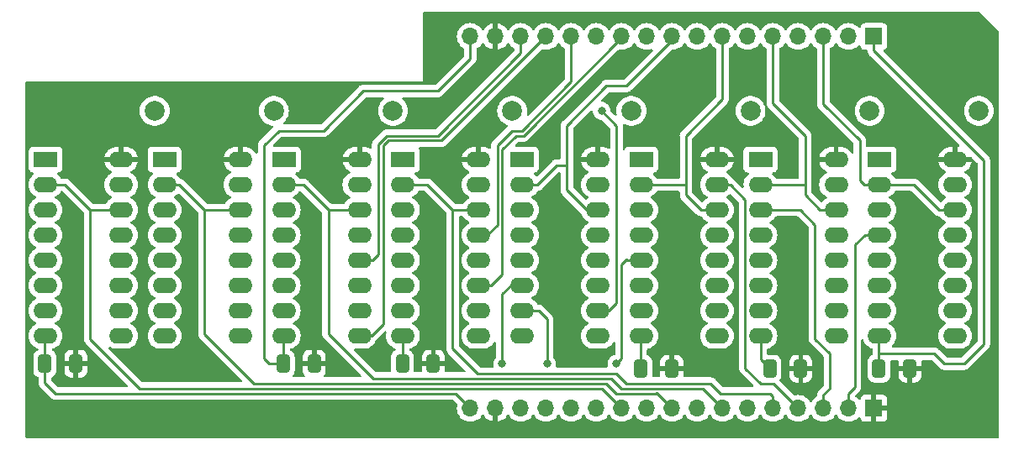
<source format=gbr>
%TF.GenerationSoftware,KiCad,Pcbnew,7.0.10*%
%TF.CreationDate,2024-02-06T22:07:36+01:00*%
%TF.ProjectId,16M2164_Ersatz_16dRAM,31364d32-3136-4345-9f45-727361747a5f,1*%
%TF.SameCoordinates,Original*%
%TF.FileFunction,Copper,L1,Top*%
%TF.FilePolarity,Positive*%
%FSLAX46Y46*%
G04 Gerber Fmt 4.6, Leading zero omitted, Abs format (unit mm)*
G04 Created by KiCad (PCBNEW 7.0.10) date 2024-02-06 22:07:36*
%MOMM*%
%LPD*%
G01*
G04 APERTURE LIST*
G04 Aperture macros list*
%AMRoundRect*
0 Rectangle with rounded corners*
0 $1 Rounding radius*
0 $2 $3 $4 $5 $6 $7 $8 $9 X,Y pos of 4 corners*
0 Add a 4 corners polygon primitive as box body*
4,1,4,$2,$3,$4,$5,$6,$7,$8,$9,$2,$3,0*
0 Add four circle primitives for the rounded corners*
1,1,$1+$1,$2,$3*
1,1,$1+$1,$4,$5*
1,1,$1+$1,$6,$7*
1,1,$1+$1,$8,$9*
0 Add four rect primitives between the rounded corners*
20,1,$1+$1,$2,$3,$4,$5,0*
20,1,$1+$1,$4,$5,$6,$7,0*
20,1,$1+$1,$6,$7,$8,$9,0*
20,1,$1+$1,$8,$9,$2,$3,0*%
G04 Aperture macros list end*
%TA.AperFunction,ComponentPad*%
%ADD10C,2.000000*%
%TD*%
%TA.AperFunction,SMDPad,CuDef*%
%ADD11RoundRect,0.250000X-0.412500X-0.650000X0.412500X-0.650000X0.412500X0.650000X-0.412500X0.650000X0*%
%TD*%
%TA.AperFunction,ComponentPad*%
%ADD12O,2.400000X1.600000*%
%TD*%
%TA.AperFunction,ComponentPad*%
%ADD13R,2.400000X1.600000*%
%TD*%
%TA.AperFunction,ComponentPad*%
%ADD14R,1.700000X1.700000*%
%TD*%
%TA.AperFunction,ComponentPad*%
%ADD15O,1.700000X1.700000*%
%TD*%
%TA.AperFunction,ViaPad*%
%ADD16C,0.800000*%
%TD*%
%TA.AperFunction,Conductor*%
%ADD17C,0.250000*%
%TD*%
G04 APERTURE END LIST*
D10*
%TO.P,TP8,1,1*%
%TO.N,{slash}CAS1*%
X110240000Y-90000000D03*
%TD*%
%TO.P,TP7,1,1*%
%TO.N,{slash}CAS1*%
X122240000Y-90000000D03*
%TD*%
%TO.P,TP6,1,1*%
%TO.N,{slash}CAS1*%
X134240000Y-90000000D03*
%TD*%
%TO.P,TP5,1,1*%
%TO.N,{slash}CAS1*%
X146240000Y-90000000D03*
%TD*%
%TO.P,TP4,1,1*%
%TO.N,{slash}CAS1*%
X158240000Y-90000000D03*
%TD*%
%TO.P,TP3,1,1*%
%TO.N,{slash}CAS1*%
X170240000Y-90000000D03*
%TD*%
%TO.P,TP2,1,1*%
%TO.N,{slash}CAS1*%
X182240000Y-90000000D03*
%TD*%
%TO.P,TP1,1,1*%
%TO.N,{slash}CAS1*%
X193240000Y-90000000D03*
%TD*%
D11*
%TO.P,C5,1*%
%TO.N,+5V*%
X172177500Y-116000000D03*
%TO.P,C5,2*%
%TO.N,GND*%
X175302500Y-116000000D03*
%TD*%
%TO.P,C1,2*%
%TO.N,GND*%
X102302500Y-115500000D03*
%TO.P,C1,1*%
%TO.N,+5V*%
X99177500Y-115500000D03*
%TD*%
%TO.P,C2,1*%
%TO.N,+5V*%
X123177500Y-115500000D03*
%TO.P,C2,2*%
%TO.N,GND*%
X126302500Y-115500000D03*
%TD*%
%TO.P,C3,1*%
%TO.N,+5V*%
X135177500Y-115500000D03*
%TO.P,C3,2*%
%TO.N,GND*%
X138302500Y-115500000D03*
%TD*%
%TO.P,C4,1*%
%TO.N,+5V*%
X159177500Y-116000000D03*
%TO.P,C4,2*%
%TO.N,GND*%
X162302500Y-116000000D03*
%TD*%
%TO.P,C6,2*%
%TO.N,GND*%
X186302500Y-116000000D03*
%TO.P,C6,1*%
%TO.N,+5V*%
X183177500Y-116000000D03*
%TD*%
D12*
%TO.P,U5,16,Uss*%
%TO.N,GND*%
X190860000Y-94920000D03*
%TO.P,U5,15,~CAS*%
%TO.N,{slash}CAS0*%
X190860000Y-97460000D03*
%TO.P,U5,14,D0*%
%TO.N,D4*%
X190860000Y-100000000D03*
%TO.P,U5,13,A6*%
%TO.N,A6*%
X190860000Y-102540000D03*
%TO.P,U5,12,A3*%
%TO.N,A3*%
X190860000Y-105080000D03*
%TO.P,U5,11,A4*%
%TO.N,A4*%
X190860000Y-107620000D03*
%TO.P,U5,10,A5*%
%TO.N,A5*%
X190860000Y-110160000D03*
%TO.P,U5,9,A7*%
%TO.N,A7*%
X190860000Y-112700000D03*
%TO.P,U5,8,Ucc*%
%TO.N,+5V*%
X183240000Y-112700000D03*
%TO.P,U5,7,A1*%
%TO.N,A1*%
X183240000Y-110160000D03*
%TO.P,U5,6,A2*%
%TO.N,A2*%
X183240000Y-107620000D03*
%TO.P,U5,5,A0*%
%TO.N,A0*%
X183240000Y-105080000D03*
%TO.P,U5,4,~RAS*%
%TO.N,{slash}RAS*%
X183240000Y-102540000D03*
%TO.P,U5,3,~WE*%
%TO.N,{slash}WE*%
X183240000Y-100000000D03*
%TO.P,U5,2,DI*%
%TO.N,D4*%
X183240000Y-97460000D03*
D13*
%TO.P,U5,1,nc*%
%TO.N,unconnected-(U5A-nc-Pad1)*%
X183240000Y-94920000D03*
%TD*%
%TO.P,U14,1,nc*%
%TO.N,unconnected-(U14A-nc-Pad1)*%
X171240000Y-94920000D03*
D12*
%TO.P,U14,2,DI*%
%TO.N,D5*%
X171240000Y-97460000D03*
%TO.P,U14,3,~WE*%
%TO.N,{slash}WE*%
X171240000Y-100000000D03*
%TO.P,U14,4,~RAS*%
%TO.N,{slash}RAS*%
X171240000Y-102540000D03*
%TO.P,U14,5,A0*%
%TO.N,A0*%
X171240000Y-105080000D03*
%TO.P,U14,6,A2*%
%TO.N,A2*%
X171240000Y-107620000D03*
%TO.P,U14,7,A1*%
%TO.N,A1*%
X171240000Y-110160000D03*
%TO.P,U14,8,Ucc*%
%TO.N,+5V*%
X171240000Y-112700000D03*
%TO.P,U14,9,A7*%
%TO.N,A7*%
X178860000Y-112700000D03*
%TO.P,U14,10,A5*%
%TO.N,A5*%
X178860000Y-110160000D03*
%TO.P,U14,11,A4*%
%TO.N,A4*%
X178860000Y-107620000D03*
%TO.P,U14,12,A3*%
%TO.N,A3*%
X178860000Y-105080000D03*
%TO.P,U14,13,A6*%
%TO.N,A6*%
X178860000Y-102540000D03*
%TO.P,U14,14,D0*%
%TO.N,D5*%
X178860000Y-100000000D03*
%TO.P,U14,15,~CAS*%
%TO.N,unconnected-(U14A-~CAS-Pad15)*%
X178860000Y-97460000D03*
%TO.P,U14,16,Uss*%
%TO.N,GND*%
X178860000Y-94920000D03*
%TD*%
%TO.P,U8,16,Uss*%
%TO.N,GND*%
X154860000Y-94920000D03*
%TO.P,U8,15,~CAS*%
%TO.N,{slash}CAS0*%
X154860000Y-97460000D03*
%TO.P,U8,14,D0*%
%TO.N,D7*%
X154860000Y-100000000D03*
%TO.P,U8,13,A6*%
%TO.N,A6*%
X154860000Y-102540000D03*
%TO.P,U8,12,A3*%
%TO.N,A3*%
X154860000Y-105080000D03*
%TO.P,U8,11,A4*%
%TO.N,A4*%
X154860000Y-107620000D03*
%TO.P,U8,10,A5*%
%TO.N,A5*%
X154860000Y-110160000D03*
%TO.P,U8,9,A7*%
%TO.N,A7*%
X154860000Y-112700000D03*
%TO.P,U8,8,Ucc*%
%TO.N,+5V*%
X147240000Y-112700000D03*
%TO.P,U8,7,A1*%
%TO.N,A1*%
X147240000Y-110160000D03*
%TO.P,U8,6,A2*%
%TO.N,A2*%
X147240000Y-107620000D03*
%TO.P,U8,5,A0*%
%TO.N,A0*%
X147240000Y-105080000D03*
%TO.P,U8,4,~RAS*%
%TO.N,{slash}RAS*%
X147240000Y-102540000D03*
%TO.P,U8,3,~WE*%
%TO.N,{slash}WE*%
X147240000Y-100000000D03*
%TO.P,U8,2,DI*%
%TO.N,D7*%
X147240000Y-97460000D03*
D13*
%TO.P,U8,1,nc*%
%TO.N,unconnected-(U8A-nc-Pad1)*%
X147240000Y-94920000D03*
%TD*%
D12*
%TO.P,U16,16,Uss*%
%TO.N,GND*%
X154860000Y-94920000D03*
%TO.P,U16,15,~CAS*%
%TO.N,unconnected-(U16A-~CAS-Pad15)*%
X154860000Y-97460000D03*
%TO.P,U16,14,D0*%
%TO.N,D7*%
X154860000Y-100000000D03*
%TO.P,U16,13,A6*%
%TO.N,A6*%
X154860000Y-102540000D03*
%TO.P,U16,12,A3*%
%TO.N,A3*%
X154860000Y-105080000D03*
%TO.P,U16,11,A4*%
%TO.N,A4*%
X154860000Y-107620000D03*
%TO.P,U16,10,A5*%
%TO.N,A5*%
X154860000Y-110160000D03*
%TO.P,U16,9,A7*%
%TO.N,A7*%
X154860000Y-112700000D03*
%TO.P,U16,8,Ucc*%
%TO.N,+5V*%
X147240000Y-112700000D03*
%TO.P,U16,7,A1*%
%TO.N,A1*%
X147240000Y-110160000D03*
%TO.P,U16,6,A2*%
%TO.N,A2*%
X147240000Y-107620000D03*
%TO.P,U16,5,A0*%
%TO.N,A0*%
X147240000Y-105080000D03*
%TO.P,U16,4,~RAS*%
%TO.N,{slash}RAS*%
X147240000Y-102540000D03*
%TO.P,U16,3,~WE*%
%TO.N,{slash}WE*%
X147240000Y-100000000D03*
%TO.P,U16,2,DI*%
%TO.N,D7*%
X147240000Y-97460000D03*
D13*
%TO.P,U16,1,nc*%
%TO.N,unconnected-(U16A-nc-Pad1)*%
X147240000Y-94920000D03*
%TD*%
%TO.P,U7,1,nc*%
%TO.N,unconnected-(U7A-nc-Pad1)*%
X159240000Y-94920000D03*
D12*
%TO.P,U7,2,DI*%
%TO.N,D6*%
X159240000Y-97460000D03*
%TO.P,U7,3,~WE*%
%TO.N,{slash}WE*%
X159240000Y-100000000D03*
%TO.P,U7,4,~RAS*%
%TO.N,{slash}RAS*%
X159240000Y-102540000D03*
%TO.P,U7,5,A0*%
%TO.N,A0*%
X159240000Y-105080000D03*
%TO.P,U7,6,A2*%
%TO.N,A2*%
X159240000Y-107620000D03*
%TO.P,U7,7,A1*%
%TO.N,A1*%
X159240000Y-110160000D03*
%TO.P,U7,8,Ucc*%
%TO.N,+5V*%
X159240000Y-112700000D03*
%TO.P,U7,9,A7*%
%TO.N,A7*%
X166860000Y-112700000D03*
%TO.P,U7,10,A5*%
%TO.N,A5*%
X166860000Y-110160000D03*
%TO.P,U7,11,A4*%
%TO.N,A4*%
X166860000Y-107620000D03*
%TO.P,U7,12,A3*%
%TO.N,A3*%
X166860000Y-105080000D03*
%TO.P,U7,13,A6*%
%TO.N,A6*%
X166860000Y-102540000D03*
%TO.P,U7,14,D0*%
%TO.N,D6*%
X166860000Y-100000000D03*
%TO.P,U7,15,~CAS*%
%TO.N,{slash}CAS0*%
X166860000Y-97460000D03*
%TO.P,U7,16,Uss*%
%TO.N,GND*%
X166860000Y-94920000D03*
%TD*%
D13*
%TO.P,U11,1,nc*%
%TO.N,unconnected-(U11A-nc-Pad1)*%
X111240000Y-94920000D03*
D12*
%TO.P,U11,2,DI*%
%TO.N,D2*%
X111240000Y-97460000D03*
%TO.P,U11,3,~WE*%
%TO.N,{slash}WE*%
X111240000Y-100000000D03*
%TO.P,U11,4,~RAS*%
%TO.N,{slash}RAS*%
X111240000Y-102540000D03*
%TO.P,U11,5,A0*%
%TO.N,A0*%
X111240000Y-105080000D03*
%TO.P,U11,6,A2*%
%TO.N,A2*%
X111240000Y-107620000D03*
%TO.P,U11,7,A1*%
%TO.N,A1*%
X111240000Y-110160000D03*
%TO.P,U11,8,Ucc*%
%TO.N,+5V*%
X111240000Y-112700000D03*
%TO.P,U11,9,A7*%
%TO.N,A7*%
X118860000Y-112700000D03*
%TO.P,U11,10,A5*%
%TO.N,A5*%
X118860000Y-110160000D03*
%TO.P,U11,11,A4*%
%TO.N,A4*%
X118860000Y-107620000D03*
%TO.P,U11,12,A3*%
%TO.N,A3*%
X118860000Y-105080000D03*
%TO.P,U11,13,A6*%
%TO.N,A6*%
X118860000Y-102540000D03*
%TO.P,U11,14,D0*%
%TO.N,D2*%
X118860000Y-100000000D03*
%TO.P,U11,15,~CAS*%
%TO.N,unconnected-(U11A-~CAS-Pad15)*%
X118860000Y-97460000D03*
%TO.P,U11,16,Uss*%
%TO.N,GND*%
X118860000Y-94920000D03*
%TD*%
D13*
%TO.P,U1,1,nc*%
%TO.N,unconnected-(U1A-nc-Pad1)*%
X135240000Y-94920000D03*
D12*
%TO.P,U1,2,DI*%
%TO.N,D0*%
X135240000Y-97460000D03*
%TO.P,U1,3,~WE*%
%TO.N,{slash}WE*%
X135240000Y-100000000D03*
%TO.P,U1,4,~RAS*%
%TO.N,{slash}RAS*%
X135240000Y-102540000D03*
%TO.P,U1,5,A0*%
%TO.N,A0*%
X135240000Y-105080000D03*
%TO.P,U1,6,A2*%
%TO.N,A2*%
X135240000Y-107620000D03*
%TO.P,U1,7,A1*%
%TO.N,A1*%
X135240000Y-110160000D03*
%TO.P,U1,8,Ucc*%
%TO.N,+5V*%
X135240000Y-112700000D03*
%TO.P,U1,9,A7*%
%TO.N,A7*%
X142860000Y-112700000D03*
%TO.P,U1,10,A5*%
%TO.N,A5*%
X142860000Y-110160000D03*
%TO.P,U1,11,A4*%
%TO.N,A4*%
X142860000Y-107620000D03*
%TO.P,U1,12,A3*%
%TO.N,A3*%
X142860000Y-105080000D03*
%TO.P,U1,13,A6*%
%TO.N,A6*%
X142860000Y-102540000D03*
%TO.P,U1,14,D0*%
%TO.N,D0*%
X142860000Y-100000000D03*
%TO.P,U1,15,~CAS*%
%TO.N,{slash}CAS0*%
X142860000Y-97460000D03*
%TO.P,U1,16,Uss*%
%TO.N,GND*%
X142860000Y-94920000D03*
%TD*%
D13*
%TO.P,U12,1,nc*%
%TO.N,unconnected-(U12A-nc-Pad1)*%
X99240000Y-94920000D03*
D12*
%TO.P,U12,2,DI*%
%TO.N,D3*%
X99240000Y-97460000D03*
%TO.P,U12,3,~WE*%
%TO.N,{slash}WE*%
X99240000Y-100000000D03*
%TO.P,U12,4,~RAS*%
%TO.N,{slash}RAS*%
X99240000Y-102540000D03*
%TO.P,U12,5,A0*%
%TO.N,A0*%
X99240000Y-105080000D03*
%TO.P,U12,6,A2*%
%TO.N,A2*%
X99240000Y-107620000D03*
%TO.P,U12,7,A1*%
%TO.N,A1*%
X99240000Y-110160000D03*
%TO.P,U12,8,Ucc*%
%TO.N,+5V*%
X99240000Y-112700000D03*
%TO.P,U12,9,A7*%
%TO.N,A7*%
X106860000Y-112700000D03*
%TO.P,U12,10,A5*%
%TO.N,A5*%
X106860000Y-110160000D03*
%TO.P,U12,11,A4*%
%TO.N,A4*%
X106860000Y-107620000D03*
%TO.P,U12,12,A3*%
%TO.N,A3*%
X106860000Y-105080000D03*
%TO.P,U12,13,A6*%
%TO.N,A6*%
X106860000Y-102540000D03*
%TO.P,U12,14,D0*%
%TO.N,D3*%
X106860000Y-100000000D03*
%TO.P,U12,15,~CAS*%
%TO.N,unconnected-(U12A-~CAS-Pad15)*%
X106860000Y-97460000D03*
%TO.P,U12,16,Uss*%
%TO.N,GND*%
X106860000Y-94920000D03*
%TD*%
D13*
%TO.P,U2,1,nc*%
%TO.N,unconnected-(U2A-nc-Pad1)*%
X123240000Y-94920000D03*
D12*
%TO.P,U2,2,DI*%
%TO.N,D1*%
X123240000Y-97460000D03*
%TO.P,U2,3,~WE*%
%TO.N,{slash}WE*%
X123240000Y-100000000D03*
%TO.P,U2,4,~RAS*%
%TO.N,{slash}RAS*%
X123240000Y-102540000D03*
%TO.P,U2,5,A0*%
%TO.N,A0*%
X123240000Y-105080000D03*
%TO.P,U2,6,A2*%
%TO.N,A2*%
X123240000Y-107620000D03*
%TO.P,U2,7,A1*%
%TO.N,A1*%
X123240000Y-110160000D03*
%TO.P,U2,8,Ucc*%
%TO.N,+5V*%
X123240000Y-112700000D03*
%TO.P,U2,9,A7*%
%TO.N,A7*%
X130860000Y-112700000D03*
%TO.P,U2,10,A5*%
%TO.N,A5*%
X130860000Y-110160000D03*
%TO.P,U2,11,A4*%
%TO.N,A4*%
X130860000Y-107620000D03*
%TO.P,U2,12,A3*%
%TO.N,A3*%
X130860000Y-105080000D03*
%TO.P,U2,13,A6*%
%TO.N,A6*%
X130860000Y-102540000D03*
%TO.P,U2,14,D0*%
%TO.N,D1*%
X130860000Y-100000000D03*
%TO.P,U2,15,~CAS*%
%TO.N,{slash}CAS0*%
X130860000Y-97460000D03*
%TO.P,U2,16,Uss*%
%TO.N,GND*%
X130860000Y-94920000D03*
%TD*%
D13*
%TO.P,U15,1,nc*%
%TO.N,unconnected-(U15A-nc-Pad1)*%
X159240000Y-94920000D03*
D12*
%TO.P,U15,2,DI*%
%TO.N,D6*%
X159240000Y-97460000D03*
%TO.P,U15,3,~WE*%
%TO.N,{slash}WE*%
X159240000Y-100000000D03*
%TO.P,U15,4,~RAS*%
%TO.N,{slash}RAS*%
X159240000Y-102540000D03*
%TO.P,U15,5,A0*%
%TO.N,A0*%
X159240000Y-105080000D03*
%TO.P,U15,6,A2*%
%TO.N,A2*%
X159240000Y-107620000D03*
%TO.P,U15,7,A1*%
%TO.N,A1*%
X159240000Y-110160000D03*
%TO.P,U15,8,Ucc*%
%TO.N,+5V*%
X159240000Y-112700000D03*
%TO.P,U15,9,A7*%
%TO.N,A7*%
X166860000Y-112700000D03*
%TO.P,U15,10,A5*%
%TO.N,A5*%
X166860000Y-110160000D03*
%TO.P,U15,11,A4*%
%TO.N,A4*%
X166860000Y-107620000D03*
%TO.P,U15,12,A3*%
%TO.N,A3*%
X166860000Y-105080000D03*
%TO.P,U15,13,A6*%
%TO.N,A6*%
X166860000Y-102540000D03*
%TO.P,U15,14,D0*%
%TO.N,D6*%
X166860000Y-100000000D03*
%TO.P,U15,15,~CAS*%
%TO.N,unconnected-(U15A-~CAS-Pad15)*%
X166860000Y-97460000D03*
%TO.P,U15,16,Uss*%
%TO.N,GND*%
X166860000Y-94920000D03*
%TD*%
D13*
%TO.P,U10,1,nc*%
%TO.N,unconnected-(U10A-nc-Pad1)*%
X123240000Y-94920000D03*
D12*
%TO.P,U10,2,DI*%
%TO.N,D1*%
X123240000Y-97460000D03*
%TO.P,U10,3,~WE*%
%TO.N,{slash}WE*%
X123240000Y-100000000D03*
%TO.P,U10,4,~RAS*%
%TO.N,{slash}RAS*%
X123240000Y-102540000D03*
%TO.P,U10,5,A0*%
%TO.N,A0*%
X123240000Y-105080000D03*
%TO.P,U10,6,A2*%
%TO.N,A2*%
X123240000Y-107620000D03*
%TO.P,U10,7,A1*%
%TO.N,A1*%
X123240000Y-110160000D03*
%TO.P,U10,8,Ucc*%
%TO.N,+5V*%
X123240000Y-112700000D03*
%TO.P,U10,9,A7*%
%TO.N,A7*%
X130860000Y-112700000D03*
%TO.P,U10,10,A5*%
%TO.N,A5*%
X130860000Y-110160000D03*
%TO.P,U10,11,A4*%
%TO.N,A4*%
X130860000Y-107620000D03*
%TO.P,U10,12,A3*%
%TO.N,A3*%
X130860000Y-105080000D03*
%TO.P,U10,13,A6*%
%TO.N,A6*%
X130860000Y-102540000D03*
%TO.P,U10,14,D0*%
%TO.N,D1*%
X130860000Y-100000000D03*
%TO.P,U10,15,~CAS*%
%TO.N,unconnected-(U10A-~CAS-Pad15)*%
X130860000Y-97460000D03*
%TO.P,U10,16,Uss*%
%TO.N,GND*%
X130860000Y-94920000D03*
%TD*%
D13*
%TO.P,U3,1,nc*%
%TO.N,unconnected-(U3A-nc-Pad1)*%
X111240000Y-94920000D03*
D12*
%TO.P,U3,2,DI*%
%TO.N,D2*%
X111240000Y-97460000D03*
%TO.P,U3,3,~WE*%
%TO.N,{slash}WE*%
X111240000Y-100000000D03*
%TO.P,U3,4,~RAS*%
%TO.N,{slash}RAS*%
X111240000Y-102540000D03*
%TO.P,U3,5,A0*%
%TO.N,A0*%
X111240000Y-105080000D03*
%TO.P,U3,6,A2*%
%TO.N,A2*%
X111240000Y-107620000D03*
%TO.P,U3,7,A1*%
%TO.N,A1*%
X111240000Y-110160000D03*
%TO.P,U3,8,Ucc*%
%TO.N,+5V*%
X111240000Y-112700000D03*
%TO.P,U3,9,A7*%
%TO.N,A7*%
X118860000Y-112700000D03*
%TO.P,U3,10,A5*%
%TO.N,A5*%
X118860000Y-110160000D03*
%TO.P,U3,11,A4*%
%TO.N,A4*%
X118860000Y-107620000D03*
%TO.P,U3,12,A3*%
%TO.N,A3*%
X118860000Y-105080000D03*
%TO.P,U3,13,A6*%
%TO.N,A6*%
X118860000Y-102540000D03*
%TO.P,U3,14,D0*%
%TO.N,D2*%
X118860000Y-100000000D03*
%TO.P,U3,15,~CAS*%
%TO.N,{slash}CAS0*%
X118860000Y-97460000D03*
%TO.P,U3,16,Uss*%
%TO.N,GND*%
X118860000Y-94920000D03*
%TD*%
D13*
%TO.P,U9,1,nc*%
%TO.N,unconnected-(U9A-nc-Pad1)*%
X135240000Y-94920000D03*
D12*
%TO.P,U9,2,DI*%
%TO.N,D0*%
X135240000Y-97460000D03*
%TO.P,U9,3,~WE*%
%TO.N,{slash}WE*%
X135240000Y-100000000D03*
%TO.P,U9,4,~RAS*%
%TO.N,{slash}RAS*%
X135240000Y-102540000D03*
%TO.P,U9,5,A0*%
%TO.N,A0*%
X135240000Y-105080000D03*
%TO.P,U9,6,A2*%
%TO.N,A2*%
X135240000Y-107620000D03*
%TO.P,U9,7,A1*%
%TO.N,A1*%
X135240000Y-110160000D03*
%TO.P,U9,8,Ucc*%
%TO.N,+5V*%
X135240000Y-112700000D03*
%TO.P,U9,9,A7*%
%TO.N,A7*%
X142860000Y-112700000D03*
%TO.P,U9,10,A5*%
%TO.N,A5*%
X142860000Y-110160000D03*
%TO.P,U9,11,A4*%
%TO.N,A4*%
X142860000Y-107620000D03*
%TO.P,U9,12,A3*%
%TO.N,A3*%
X142860000Y-105080000D03*
%TO.P,U9,13,A6*%
%TO.N,A6*%
X142860000Y-102540000D03*
%TO.P,U9,14,D0*%
%TO.N,D0*%
X142860000Y-100000000D03*
%TO.P,U9,15,~CAS*%
%TO.N,unconnected-(U9A-~CAS-Pad15)*%
X142860000Y-97460000D03*
%TO.P,U9,16,Uss*%
%TO.N,GND*%
X142860000Y-94920000D03*
%TD*%
%TO.P,U4,16,Uss*%
%TO.N,GND*%
X106860000Y-94920000D03*
%TO.P,U4,15,~CAS*%
%TO.N,{slash}CAS0*%
X106860000Y-97460000D03*
%TO.P,U4,14,D0*%
%TO.N,D3*%
X106860000Y-100000000D03*
%TO.P,U4,13,A6*%
%TO.N,A6*%
X106860000Y-102540000D03*
%TO.P,U4,12,A3*%
%TO.N,A3*%
X106860000Y-105080000D03*
%TO.P,U4,11,A4*%
%TO.N,A4*%
X106860000Y-107620000D03*
%TO.P,U4,10,A5*%
%TO.N,A5*%
X106860000Y-110160000D03*
%TO.P,U4,9,A7*%
%TO.N,A7*%
X106860000Y-112700000D03*
%TO.P,U4,8,Ucc*%
%TO.N,+5V*%
X99240000Y-112700000D03*
%TO.P,U4,7,A1*%
%TO.N,A1*%
X99240000Y-110160000D03*
%TO.P,U4,6,A2*%
%TO.N,A2*%
X99240000Y-107620000D03*
%TO.P,U4,5,A0*%
%TO.N,A0*%
X99240000Y-105080000D03*
%TO.P,U4,4,~RAS*%
%TO.N,{slash}RAS*%
X99240000Y-102540000D03*
%TO.P,U4,3,~WE*%
%TO.N,{slash}WE*%
X99240000Y-100000000D03*
%TO.P,U4,2,DI*%
%TO.N,D3*%
X99240000Y-97460000D03*
D13*
%TO.P,U4,1,nc*%
%TO.N,unconnected-(U4A-nc-Pad1)*%
X99240000Y-94920000D03*
%TD*%
%TO.P,U6,1,nc*%
%TO.N,unconnected-(U6A-nc-Pad1)*%
X171240000Y-94920000D03*
D12*
%TO.P,U6,2,DI*%
%TO.N,D5*%
X171240000Y-97460000D03*
%TO.P,U6,3,~WE*%
%TO.N,{slash}WE*%
X171240000Y-100000000D03*
%TO.P,U6,4,~RAS*%
%TO.N,{slash}RAS*%
X171240000Y-102540000D03*
%TO.P,U6,5,A0*%
%TO.N,A0*%
X171240000Y-105080000D03*
%TO.P,U6,6,A2*%
%TO.N,A2*%
X171240000Y-107620000D03*
%TO.P,U6,7,A1*%
%TO.N,A1*%
X171240000Y-110160000D03*
%TO.P,U6,8,Ucc*%
%TO.N,+5V*%
X171240000Y-112700000D03*
%TO.P,U6,9,A7*%
%TO.N,A7*%
X178860000Y-112700000D03*
%TO.P,U6,10,A5*%
%TO.N,A5*%
X178860000Y-110160000D03*
%TO.P,U6,11,A4*%
%TO.N,A4*%
X178860000Y-107620000D03*
%TO.P,U6,12,A3*%
%TO.N,A3*%
X178860000Y-105080000D03*
%TO.P,U6,13,A6*%
%TO.N,A6*%
X178860000Y-102540000D03*
%TO.P,U6,14,D0*%
%TO.N,D5*%
X178860000Y-100000000D03*
%TO.P,U6,15,~CAS*%
%TO.N,{slash}CAS0*%
X178860000Y-97460000D03*
%TO.P,U6,16,Uss*%
%TO.N,GND*%
X178860000Y-94920000D03*
%TD*%
D13*
%TO.P,U13,1,nc*%
%TO.N,unconnected-(U13A-nc-Pad1)*%
X183240000Y-94920000D03*
D12*
%TO.P,U13,2,DI*%
%TO.N,D4*%
X183240000Y-97460000D03*
%TO.P,U13,3,~WE*%
%TO.N,{slash}WE*%
X183240000Y-100000000D03*
%TO.P,U13,4,~RAS*%
%TO.N,{slash}RAS*%
X183240000Y-102540000D03*
%TO.P,U13,5,A0*%
%TO.N,A0*%
X183240000Y-105080000D03*
%TO.P,U13,6,A2*%
%TO.N,A2*%
X183240000Y-107620000D03*
%TO.P,U13,7,A1*%
%TO.N,A1*%
X183240000Y-110160000D03*
%TO.P,U13,8,Ucc*%
%TO.N,+5V*%
X183240000Y-112700000D03*
%TO.P,U13,9,A7*%
%TO.N,A7*%
X190860000Y-112700000D03*
%TO.P,U13,10,A5*%
%TO.N,A5*%
X190860000Y-110160000D03*
%TO.P,U13,11,A4*%
%TO.N,A4*%
X190860000Y-107620000D03*
%TO.P,U13,12,A3*%
%TO.N,A3*%
X190860000Y-105080000D03*
%TO.P,U13,13,A6*%
%TO.N,A6*%
X190860000Y-102540000D03*
%TO.P,U13,14,D0*%
%TO.N,D4*%
X190860000Y-100000000D03*
%TO.P,U13,15,~CAS*%
%TO.N,unconnected-(U13A-~CAS-Pad15)*%
X190860000Y-97460000D03*
%TO.P,U13,16,Uss*%
%TO.N,GND*%
X190860000Y-94920000D03*
%TD*%
D14*
%TO.P,J2,1,Pin_1*%
%TO.N,GND*%
X182660000Y-120000000D03*
D15*
%TO.P,J2,2,Pin_2*%
%TO.N,{slash}RAS*%
X180120000Y-120000000D03*
%TO.P,J2,3,Pin_3*%
%TO.N,{slash}WE*%
X177580000Y-120000000D03*
%TO.P,J2,4,Pin_4*%
%TO.N,{slash}CAS0*%
X175040000Y-120000000D03*
%TO.P,J2,5,Pin_5*%
%TO.N,D0*%
X172500000Y-120000000D03*
%TO.P,J2,6,Pin_6*%
%TO.N,unconnected-(J2-Pin_6-Pad6)*%
X169960000Y-120000000D03*
%TO.P,J2,7,Pin_7*%
%TO.N,D1*%
X167420000Y-120000000D03*
%TO.P,J2,8,Pin_8*%
%TO.N,unconnected-(J2-Pin_8-Pad8)*%
X164880000Y-120000000D03*
%TO.P,J2,9,Pin_9*%
%TO.N,D2*%
X162340000Y-120000000D03*
%TO.P,J2,10,Pin_10*%
%TO.N,unconnected-(J2-Pin_10-Pad10)*%
X159800000Y-120000000D03*
%TO.P,J2,11,Pin_11*%
%TO.N,D3*%
X157260000Y-120000000D03*
%TO.P,J2,12,Pin_12*%
%TO.N,unconnected-(J2-Pin_12-Pad12)*%
X154720000Y-120000000D03*
%TO.P,J2,13,Pin_13*%
%TO.N,A0*%
X152180000Y-120000000D03*
%TO.P,J2,14,Pin_14*%
%TO.N,A1*%
X149640000Y-120000000D03*
%TO.P,J2,15,Pin_15*%
%TO.N,A2*%
X147100000Y-120000000D03*
%TO.P,J2,16,Pin_16*%
%TO.N,GND*%
X144560000Y-120000000D03*
%TO.P,J2,17,Pin_17*%
%TO.N,+5V*%
X142020000Y-120000000D03*
%TD*%
D14*
%TO.P,J1,1,Pin_1*%
%TO.N,+5V*%
X182660000Y-82500000D03*
D15*
%TO.P,J1,2,Pin_2*%
%TO.N,{slash}CAS1*%
X180120000Y-82500000D03*
%TO.P,J1,3,Pin_3*%
%TO.N,D4*%
X177580000Y-82500000D03*
%TO.P,J1,4,Pin_4*%
%TO.N,unconnected-(J1-Pin_4-Pad4)*%
X175040000Y-82500000D03*
%TO.P,J1,5,Pin_5*%
%TO.N,D5*%
X172500000Y-82500000D03*
%TO.P,J1,6,Pin_6*%
%TO.N,unconnected-(J1-Pin_6-Pad6)*%
X169960000Y-82500000D03*
%TO.P,J1,7,Pin_7*%
%TO.N,D6*%
X167420000Y-82500000D03*
%TO.P,J1,8,Pin_8*%
%TO.N,unconnected-(J1-Pin_8-Pad8)*%
X164880000Y-82500000D03*
%TO.P,J1,9,Pin_9*%
%TO.N,D7*%
X162340000Y-82500000D03*
%TO.P,J1,10,Pin_10*%
%TO.N,unconnected-(J1-Pin_10-Pad10)*%
X159800000Y-82500000D03*
%TO.P,J1,11,Pin_11*%
%TO.N,A4*%
X157260000Y-82500000D03*
%TO.P,J1,12,Pin_12*%
%TO.N,A5*%
X154720000Y-82500000D03*
%TO.P,J1,13,Pin_13*%
%TO.N,A6*%
X152180000Y-82500000D03*
%TO.P,J1,14,Pin_14*%
%TO.N,A7*%
X149640000Y-82500000D03*
%TO.P,J1,15,Pin_15*%
%TO.N,A3*%
X147100000Y-82500000D03*
%TO.P,J1,16,Pin_16*%
%TO.N,GND*%
X144560000Y-82500000D03*
%TO.P,J1,17,Pin_17*%
%TO.N,+5V*%
X142020000Y-82500000D03*
%TD*%
D16*
%TO.N,GND*%
X165000000Y-85000000D03*
X161740000Y-91500000D03*
X150240000Y-97500000D03*
X185740000Y-101000000D03*
X173740000Y-101000000D03*
X161740000Y-101000000D03*
X150240000Y-91500000D03*
X137740000Y-101000000D03*
X125740000Y-101000000D03*
X114240000Y-101000000D03*
X101240000Y-99000000D03*
X188740000Y-116000000D03*
X177240000Y-116000000D03*
X168240000Y-116000000D03*
X164740000Y-116000000D03*
X152240000Y-115500000D03*
X143240000Y-115500000D03*
X140240000Y-115500000D03*
X132740000Y-115500000D03*
X128240000Y-115500000D03*
X116740000Y-115500000D03*
X104240000Y-115500000D03*
%TO.N,A5*%
X155240000Y-90000000D03*
%TO.N,A2*%
X145240000Y-115500000D03*
%TO.N,A1*%
X149740000Y-115500000D03*
%TO.N,A0*%
X156740000Y-115500000D03*
%TD*%
D17*
%TO.N,+5V*%
X123177500Y-115500000D02*
X123177500Y-112762500D01*
X123177500Y-112762500D02*
X123240000Y-112700000D01*
X121240000Y-115000000D02*
X121740000Y-115500000D01*
X121240000Y-112000000D02*
X121240000Y-115000000D01*
X121740000Y-115500000D02*
X123177500Y-115500000D01*
X142020000Y-84720000D02*
X142020000Y-82500000D01*
X121240000Y-112000000D02*
X121240000Y-93500000D01*
X121240000Y-93500000D02*
X122740000Y-92000000D01*
X122740000Y-92000000D02*
X127240000Y-92000000D01*
X127240000Y-92000000D02*
X131240000Y-88000000D01*
X131240000Y-88000000D02*
X138740000Y-88000000D01*
X138740000Y-88000000D02*
X142020000Y-84720000D01*
%TO.N,A6*%
X152180000Y-82500000D02*
X152180000Y-87060000D01*
X147240000Y-92000000D02*
X146240000Y-92000000D01*
X152180000Y-87060000D02*
X147240000Y-92000000D01*
X146240000Y-92000000D02*
X144740000Y-93500000D01*
X144740000Y-93500000D02*
X144740000Y-101500000D01*
X144740000Y-101500000D02*
X143700000Y-102540000D01*
X143700000Y-102540000D02*
X142860000Y-102540000D01*
%TO.N,A4*%
X157260000Y-82500000D02*
X157260000Y-82616396D01*
X157260000Y-82616396D02*
X147376396Y-92500000D01*
X147376396Y-92500000D02*
X146625000Y-92500000D01*
X146625000Y-92500000D02*
X145240000Y-93885000D01*
X145240000Y-93885000D02*
X145240000Y-106500000D01*
X145240000Y-106500000D02*
X144120000Y-107620000D01*
X144120000Y-107620000D02*
X142860000Y-107620000D01*
%TO.N,+5V*%
X183177500Y-114500000D02*
X188740000Y-114500000D01*
X188740000Y-114500000D02*
X189740000Y-115500000D01*
X193740000Y-113500000D02*
X193740000Y-95000000D01*
X182660000Y-83920000D02*
X182660000Y-82500000D01*
X189740000Y-115500000D02*
X191740000Y-115500000D01*
X193740000Y-95000000D02*
X182660000Y-83920000D01*
X191740000Y-115500000D02*
X193740000Y-113500000D01*
%TO.N,D7*%
X151740000Y-91500000D02*
X151740000Y-95500000D01*
X147240000Y-97460000D02*
X148780000Y-97460000D01*
X151740000Y-95500000D02*
X151740000Y-96880000D01*
X148780000Y-97460000D02*
X150740000Y-95500000D01*
X150740000Y-95500000D02*
X151740000Y-95500000D01*
X151740000Y-96880000D02*
X151740000Y-98000000D01*
X151740000Y-98000000D02*
X153740000Y-100000000D01*
X153740000Y-100000000D02*
X154860000Y-100000000D01*
X162340000Y-82500000D02*
X162340000Y-82900000D01*
X162340000Y-82900000D02*
X157740000Y-87500000D01*
X157740000Y-87500000D02*
X155740000Y-87500000D01*
X155740000Y-87500000D02*
X151740000Y-91500000D01*
%TO.N,{slash}WE*%
X171240000Y-100000000D02*
X175240000Y-100000000D01*
X175240000Y-100000000D02*
X176740000Y-101500000D01*
X177580000Y-118660000D02*
X177580000Y-120000000D01*
X176740000Y-101500000D02*
X176740000Y-113000000D01*
X176740000Y-113000000D02*
X178240000Y-114500000D01*
X178240000Y-114500000D02*
X178240000Y-118000000D01*
X178240000Y-118000000D02*
X177580000Y-118660000D01*
%TO.N,D0*%
X140240000Y-100000000D02*
X142860000Y-100000000D01*
X135240000Y-97460000D02*
X137700000Y-97460000D01*
X137700000Y-97460000D02*
X140240000Y-100000000D01*
X140240000Y-100000000D02*
X140240000Y-101000000D01*
%TO.N,D1*%
X127740000Y-100000000D02*
X130860000Y-100000000D01*
X123240000Y-97460000D02*
X125200000Y-97460000D01*
X125200000Y-97460000D02*
X127740000Y-100000000D01*
X127740000Y-100000000D02*
X127740000Y-101000000D01*
%TO.N,D2*%
X115240000Y-100000000D02*
X118860000Y-100000000D01*
%TO.N,D3*%
X103740000Y-100000000D02*
X106860000Y-100000000D01*
X99240000Y-97460000D02*
X101200000Y-97460000D01*
X101200000Y-97460000D02*
X103740000Y-100000000D01*
X103740000Y-100000000D02*
X103740000Y-101000000D01*
X157260000Y-120000000D02*
X155260000Y-118000000D01*
X155260000Y-118000000D02*
X108740000Y-118000000D01*
X108740000Y-118000000D02*
X103740000Y-113000000D01*
X103740000Y-113000000D02*
X103740000Y-101000000D01*
%TO.N,D4*%
X177580000Y-85340000D02*
X177580000Y-89340000D01*
X181240000Y-97000000D02*
X181700000Y-97460000D01*
X177580000Y-89340000D02*
X181240000Y-93000000D01*
X181240000Y-93000000D02*
X181240000Y-97000000D01*
X181700000Y-97460000D02*
X183240000Y-97460000D01*
%TO.N,A5*%
X155240000Y-90000000D02*
X156740000Y-91500000D01*
X156740000Y-91500000D02*
X156740000Y-109390000D01*
X156740000Y-109390000D02*
X155970000Y-110160000D01*
X155970000Y-110160000D02*
X154860000Y-110160000D01*
%TO.N,+5V*%
X171240000Y-112700000D02*
X171240000Y-115062500D01*
X171240000Y-115062500D02*
X172177500Y-116000000D01*
%TO.N,{slash}CAS0*%
X175040000Y-120000000D02*
X172540000Y-117500000D01*
X172540000Y-117500000D02*
X171240000Y-117500000D01*
X171240000Y-117500000D02*
X169715000Y-115975000D01*
X169715000Y-115975000D02*
X169715000Y-98975000D01*
X169715000Y-98975000D02*
X168200000Y-97460000D01*
X168200000Y-97460000D02*
X166860000Y-97460000D01*
%TO.N,D0*%
X140240000Y-101000000D02*
X140240000Y-114000000D01*
X140240000Y-114000000D02*
X142740000Y-116500000D01*
X172500000Y-118760000D02*
X172500000Y-120000000D01*
X142740000Y-116500000D02*
X156740000Y-116500000D01*
X166240000Y-117500000D02*
X167240000Y-118500000D01*
X156740000Y-116500000D02*
X157740000Y-117500000D01*
X167240000Y-118500000D02*
X172240000Y-118500000D01*
X157740000Y-117500000D02*
X166240000Y-117500000D01*
X172240000Y-118500000D02*
X172500000Y-118760000D01*
%TO.N,+5V*%
X99177500Y-116500000D02*
X99177500Y-117437500D01*
X99177500Y-117437500D02*
X100240000Y-118500000D01*
X100240000Y-118500000D02*
X140520000Y-118500000D01*
X140520000Y-118500000D02*
X142020000Y-120000000D01*
X99177500Y-116500000D02*
X99177500Y-112722500D01*
X99177500Y-112722500D02*
X99240000Y-112660000D01*
X111677500Y-113137500D02*
X111240000Y-112700000D01*
X135177500Y-115500000D02*
X135177500Y-112762500D01*
X135177500Y-112762500D02*
X135240000Y-112700000D01*
X159177500Y-116000000D02*
X159177500Y-112762500D01*
X159177500Y-112762500D02*
X159240000Y-112700000D01*
%TO.N,D1*%
X127740000Y-101000000D02*
X127740000Y-112500000D01*
X127740000Y-112500000D02*
X132240000Y-117000000D01*
X156240000Y-117000000D02*
X157240000Y-118000000D01*
X157240000Y-118000000D02*
X165420000Y-118000000D01*
X132240000Y-117000000D02*
X156240000Y-117000000D01*
X165420000Y-118000000D02*
X167420000Y-120000000D01*
%TO.N,D2*%
X115240000Y-101500000D02*
X115240000Y-112500000D01*
X115240000Y-112500000D02*
X120240000Y-117500000D01*
X120240000Y-117500000D02*
X155740000Y-117500000D01*
X155740000Y-117500000D02*
X156740000Y-118500000D01*
X156740000Y-118500000D02*
X160740000Y-118500000D01*
X160740000Y-118500000D02*
X160790000Y-118450000D01*
X160790000Y-118450000D02*
X162340000Y-120000000D01*
%TO.N,+5V*%
X183177500Y-116500000D02*
X183177500Y-114500000D01*
X183177500Y-114500000D02*
X183177500Y-112762500D01*
X183177500Y-112762500D02*
X183240000Y-112700000D01*
%TO.N,A3*%
X147100000Y-82500000D02*
X147100000Y-84140000D01*
X147100000Y-84140000D02*
X138740000Y-92500000D01*
X132740000Y-104500000D02*
X132160000Y-105080000D01*
X138740000Y-92500000D02*
X133603604Y-92500000D01*
X133603604Y-92500000D02*
X132740000Y-93363604D01*
X132740000Y-93363604D02*
X132740000Y-104500000D01*
X132160000Y-105080000D02*
X130860000Y-105080000D01*
%TO.N,A7*%
X149640000Y-82500000D02*
X139140000Y-93000000D01*
X139140000Y-93000000D02*
X133740000Y-93000000D01*
X133740000Y-93000000D02*
X133240000Y-93500000D01*
X133240000Y-93500000D02*
X133240000Y-111500000D01*
X133240000Y-111500000D02*
X132040000Y-112700000D01*
X132040000Y-112700000D02*
X130860000Y-112700000D01*
%TO.N,A0*%
X156740000Y-115500000D02*
X157240000Y-115000000D01*
X157240000Y-115000000D02*
X157240000Y-105500000D01*
X157240000Y-105500000D02*
X157740000Y-105000000D01*
X157740000Y-105000000D02*
X157820000Y-105080000D01*
X157820000Y-105080000D02*
X159240000Y-105080000D01*
%TO.N,D4*%
X177580000Y-82500000D02*
X177580000Y-85340000D01*
X183240000Y-97460000D02*
X186700000Y-97460000D01*
X186700000Y-97460000D02*
X186740000Y-97500000D01*
X186740000Y-97500000D02*
X189240000Y-100000000D01*
X189240000Y-100000000D02*
X190860000Y-100000000D01*
%TO.N,D5*%
X175740000Y-92500000D02*
X175740000Y-97500000D01*
X175740000Y-97500000D02*
X175740000Y-98500000D01*
X171240000Y-97460000D02*
X175700000Y-97460000D01*
X175700000Y-97460000D02*
X175740000Y-97500000D01*
X172500000Y-82500000D02*
X172500000Y-89260000D01*
X177240000Y-100000000D02*
X178860000Y-100000000D01*
X172500000Y-89260000D02*
X175740000Y-92500000D01*
X175740000Y-98500000D02*
X177240000Y-100000000D01*
%TO.N,D6*%
X163740000Y-92500000D02*
X163740000Y-97500000D01*
X163740000Y-97500000D02*
X163740000Y-98500000D01*
X159240000Y-97460000D02*
X163700000Y-97460000D01*
X163700000Y-97460000D02*
X163740000Y-97500000D01*
X167420000Y-82500000D02*
X167420000Y-88820000D01*
X167420000Y-88820000D02*
X163740000Y-92500000D01*
X163740000Y-98500000D02*
X165240000Y-100000000D01*
X165240000Y-100000000D02*
X166860000Y-100000000D01*
%TO.N,A2*%
X145240000Y-115500000D02*
X145240000Y-108500000D01*
X145240000Y-108500000D02*
X146120000Y-107620000D01*
X146120000Y-107620000D02*
X147240000Y-107620000D01*
%TO.N,A1*%
X149740000Y-115500000D02*
X149740000Y-111000000D01*
X149740000Y-111000000D02*
X148900000Y-110160000D01*
X148900000Y-110160000D02*
X147240000Y-110160000D01*
%TO.N,{slash}RAS*%
X180120000Y-118500000D02*
X180120000Y-120000000D01*
X180120000Y-118500000D02*
X180740000Y-117880000D01*
X180740000Y-117880000D02*
X180740000Y-103500000D01*
X180740000Y-103500000D02*
X181740000Y-102500000D01*
X181740000Y-102500000D02*
X181780000Y-102540000D01*
X181780000Y-102540000D02*
X183240000Y-102540000D01*
%TO.N,D2*%
X111240000Y-97460000D02*
X112700000Y-97460000D01*
X112700000Y-97460000D02*
X115240000Y-100000000D01*
X115240000Y-100000000D02*
X115240000Y-101500000D01*
%TD*%
%TA.AperFunction,Conductor*%
%TO.N,GND*%
G36*
X174996587Y-100645185D02*
G01*
X175017229Y-100661819D01*
X176078181Y-101722771D01*
X176111666Y-101784094D01*
X176114500Y-101810452D01*
X176114500Y-112917255D01*
X176112775Y-112932872D01*
X176113061Y-112932899D01*
X176112326Y-112940665D01*
X176114439Y-113007872D01*
X176114500Y-113011767D01*
X176114500Y-113039357D01*
X176115003Y-113043335D01*
X176115918Y-113054967D01*
X176117290Y-113098624D01*
X176117291Y-113098627D01*
X176122880Y-113117867D01*
X176126824Y-113136911D01*
X176128492Y-113150109D01*
X176129336Y-113156792D01*
X176145414Y-113197403D01*
X176149197Y-113208452D01*
X176161381Y-113250388D01*
X176171580Y-113267634D01*
X176180138Y-113285103D01*
X176187514Y-113303732D01*
X176213181Y-113339060D01*
X176219593Y-113348821D01*
X176241828Y-113386417D01*
X176241833Y-113386424D01*
X176255990Y-113400580D01*
X176268628Y-113415376D01*
X176280405Y-113431586D01*
X176280406Y-113431587D01*
X176314057Y-113459425D01*
X176322698Y-113467288D01*
X177578181Y-114722771D01*
X177611666Y-114784094D01*
X177614500Y-114810452D01*
X177614500Y-117689546D01*
X177594815Y-117756585D01*
X177578181Y-117777227D01*
X177196208Y-118159199D01*
X177183951Y-118169020D01*
X177184134Y-118169241D01*
X177178122Y-118174214D01*
X177132098Y-118223223D01*
X177129391Y-118226016D01*
X177109889Y-118245517D01*
X177109875Y-118245534D01*
X177107407Y-118248715D01*
X177099843Y-118257570D01*
X177069937Y-118289418D01*
X177069936Y-118289420D01*
X177060284Y-118306976D01*
X177049610Y-118323226D01*
X177037329Y-118339061D01*
X177037324Y-118339068D01*
X177019975Y-118379158D01*
X177014838Y-118389644D01*
X176993803Y-118427906D01*
X176988822Y-118447307D01*
X176982521Y-118465710D01*
X176974564Y-118484099D01*
X176974561Y-118484105D01*
X176967728Y-118527243D01*
X176965360Y-118538674D01*
X176954501Y-118580971D01*
X176954500Y-118580982D01*
X176954500Y-118601016D01*
X176952973Y-118620415D01*
X176949840Y-118640194D01*
X176949840Y-118640195D01*
X176953950Y-118683674D01*
X176954500Y-118695343D01*
X176954500Y-118724773D01*
X176934815Y-118791812D01*
X176901623Y-118826348D01*
X176708597Y-118961505D01*
X176541505Y-119128597D01*
X176411575Y-119314158D01*
X176356998Y-119357783D01*
X176287500Y-119364977D01*
X176225145Y-119333454D01*
X176208425Y-119314158D01*
X176078494Y-119128597D01*
X175911402Y-118961506D01*
X175911395Y-118961501D01*
X175891969Y-118947899D01*
X175872521Y-118934281D01*
X175717834Y-118825967D01*
X175717830Y-118825965D01*
X175503663Y-118726097D01*
X175503659Y-118726096D01*
X175503655Y-118726094D01*
X175275413Y-118664938D01*
X175275403Y-118664936D01*
X175040001Y-118644341D01*
X175039999Y-118644341D01*
X174804596Y-118664936D01*
X174804586Y-118664938D01*
X174704126Y-118691856D01*
X174634276Y-118690193D01*
X174584352Y-118659762D01*
X173198835Y-117274244D01*
X173165350Y-117212921D01*
X173170334Y-117143229D01*
X173180978Y-117121466D01*
X173182711Y-117118657D01*
X173182712Y-117118656D01*
X173274814Y-116969334D01*
X173329999Y-116802797D01*
X173340500Y-116700009D01*
X173340500Y-116250000D01*
X174140001Y-116250000D01*
X174140001Y-116699986D01*
X174150494Y-116802697D01*
X174205641Y-116969119D01*
X174205643Y-116969124D01*
X174297684Y-117118345D01*
X174421654Y-117242315D01*
X174570875Y-117334356D01*
X174570880Y-117334358D01*
X174737302Y-117389505D01*
X174737309Y-117389506D01*
X174840019Y-117399999D01*
X175052499Y-117399999D01*
X175052500Y-117399998D01*
X175052500Y-116250000D01*
X175552500Y-116250000D01*
X175552500Y-117399999D01*
X175764972Y-117399999D01*
X175764986Y-117399998D01*
X175867697Y-117389505D01*
X176034119Y-117334358D01*
X176034124Y-117334356D01*
X176183345Y-117242315D01*
X176307315Y-117118345D01*
X176399356Y-116969124D01*
X176399358Y-116969119D01*
X176454505Y-116802697D01*
X176454506Y-116802690D01*
X176464999Y-116699986D01*
X176465000Y-116699973D01*
X176465000Y-116250000D01*
X175552500Y-116250000D01*
X175052500Y-116250000D01*
X174140001Y-116250000D01*
X173340500Y-116250000D01*
X173340499Y-115750000D01*
X174140000Y-115750000D01*
X175052500Y-115750000D01*
X175052500Y-114600000D01*
X175552500Y-114600000D01*
X175552500Y-115750000D01*
X176464999Y-115750000D01*
X176464999Y-115300028D01*
X176464998Y-115300013D01*
X176454505Y-115197302D01*
X176399358Y-115030880D01*
X176399356Y-115030875D01*
X176307315Y-114881654D01*
X176183345Y-114757684D01*
X176034124Y-114665643D01*
X176034119Y-114665641D01*
X175867697Y-114610494D01*
X175867690Y-114610493D01*
X175764986Y-114600000D01*
X175552500Y-114600000D01*
X175052500Y-114600000D01*
X174840029Y-114600000D01*
X174840012Y-114600001D01*
X174737302Y-114610494D01*
X174570880Y-114665641D01*
X174570875Y-114665643D01*
X174421654Y-114757684D01*
X174297684Y-114881654D01*
X174205643Y-115030875D01*
X174205641Y-115030880D01*
X174150494Y-115197302D01*
X174150493Y-115197309D01*
X174140000Y-115300013D01*
X174140000Y-115750000D01*
X173340499Y-115750000D01*
X173340499Y-115299992D01*
X173338051Y-115276032D01*
X173329999Y-115197203D01*
X173329998Y-115197200D01*
X173318274Y-115161819D01*
X173274814Y-115030666D01*
X173182712Y-114881344D01*
X173058656Y-114757288D01*
X172909334Y-114665186D01*
X172742797Y-114610001D01*
X172742795Y-114610000D01*
X172640016Y-114599500D01*
X172640009Y-114599500D01*
X171989500Y-114599500D01*
X171922461Y-114579815D01*
X171876706Y-114527011D01*
X171865500Y-114475500D01*
X171865500Y-114081103D01*
X171885185Y-114014064D01*
X171937989Y-113968309D01*
X171957407Y-113961328D01*
X171965685Y-113959110D01*
X172086496Y-113926739D01*
X172292734Y-113830568D01*
X172479139Y-113700047D01*
X172640047Y-113539139D01*
X172770568Y-113352734D01*
X172866739Y-113146496D01*
X172925635Y-112926692D01*
X172943527Y-112722188D01*
X172945468Y-112700001D01*
X172945468Y-112699998D01*
X172932779Y-112554967D01*
X172925635Y-112473308D01*
X172866739Y-112253504D01*
X172770568Y-112047266D01*
X172640047Y-111860861D01*
X172640045Y-111860858D01*
X172479141Y-111699954D01*
X172292734Y-111569432D01*
X172292728Y-111569429D01*
X172234725Y-111542382D01*
X172182285Y-111496210D01*
X172163133Y-111429017D01*
X172183348Y-111362135D01*
X172234725Y-111317618D01*
X172292734Y-111290568D01*
X172479139Y-111160047D01*
X172640047Y-110999139D01*
X172770568Y-110812734D01*
X172866739Y-110606496D01*
X172925635Y-110386692D01*
X172945468Y-110160000D01*
X172925635Y-109933308D01*
X172866739Y-109713504D01*
X172770568Y-109507266D01*
X172640047Y-109320861D01*
X172640045Y-109320858D01*
X172479141Y-109159954D01*
X172292734Y-109029432D01*
X172292728Y-109029429D01*
X172234725Y-109002382D01*
X172182285Y-108956210D01*
X172163133Y-108889017D01*
X172183348Y-108822135D01*
X172234725Y-108777618D01*
X172292734Y-108750568D01*
X172479139Y-108620047D01*
X172640047Y-108459139D01*
X172770568Y-108272734D01*
X172866739Y-108066496D01*
X172925635Y-107846692D01*
X172945468Y-107620000D01*
X172925635Y-107393308D01*
X172866739Y-107173504D01*
X172770568Y-106967266D01*
X172640047Y-106780861D01*
X172640045Y-106780858D01*
X172479141Y-106619954D01*
X172292734Y-106489432D01*
X172292728Y-106489429D01*
X172234725Y-106462382D01*
X172182285Y-106416210D01*
X172163133Y-106349017D01*
X172183348Y-106282135D01*
X172234725Y-106237618D01*
X172292734Y-106210568D01*
X172479139Y-106080047D01*
X172640047Y-105919139D01*
X172770568Y-105732734D01*
X172866739Y-105526496D01*
X172925635Y-105306692D01*
X172945468Y-105080000D01*
X172925635Y-104853308D01*
X172866739Y-104633504D01*
X172770568Y-104427266D01*
X172640047Y-104240861D01*
X172640045Y-104240858D01*
X172479141Y-104079954D01*
X172292734Y-103949432D01*
X172292728Y-103949429D01*
X172234725Y-103922382D01*
X172182285Y-103876210D01*
X172163133Y-103809017D01*
X172183348Y-103742135D01*
X172234725Y-103697618D01*
X172292734Y-103670568D01*
X172479139Y-103540047D01*
X172640047Y-103379139D01*
X172770568Y-103192734D01*
X172866739Y-102986496D01*
X172925635Y-102766692D01*
X172945468Y-102540000D01*
X172925635Y-102313308D01*
X172866739Y-102093504D01*
X172770568Y-101887266D01*
X172640047Y-101700861D01*
X172640045Y-101700858D01*
X172479141Y-101539954D01*
X172292734Y-101409432D01*
X172292728Y-101409429D01*
X172234725Y-101382382D01*
X172182285Y-101336210D01*
X172163133Y-101269017D01*
X172183348Y-101202135D01*
X172234725Y-101157618D01*
X172292734Y-101130568D01*
X172479139Y-101000047D01*
X172640047Y-100839139D01*
X172752613Y-100678377D01*
X172807189Y-100634752D01*
X172854188Y-100625500D01*
X174929548Y-100625500D01*
X174996587Y-100645185D01*
G37*
%TD.AperFunction*%
%TA.AperFunction,Conductor*%
G36*
X100956587Y-98105185D02*
G01*
X100977229Y-98121819D01*
X103078181Y-100222771D01*
X103111666Y-100284094D01*
X103114500Y-100310452D01*
X103114500Y-112917255D01*
X103112775Y-112932872D01*
X103113061Y-112932899D01*
X103112326Y-112940665D01*
X103114439Y-113007872D01*
X103114500Y-113011767D01*
X103114500Y-113039357D01*
X103115003Y-113043335D01*
X103115918Y-113054967D01*
X103117290Y-113098624D01*
X103117291Y-113098627D01*
X103122880Y-113117867D01*
X103126824Y-113136911D01*
X103128492Y-113150109D01*
X103129336Y-113156792D01*
X103145414Y-113197403D01*
X103149197Y-113208452D01*
X103161381Y-113250388D01*
X103171580Y-113267634D01*
X103180138Y-113285103D01*
X103187514Y-113303732D01*
X103213181Y-113339060D01*
X103219593Y-113348821D01*
X103241828Y-113386417D01*
X103241833Y-113386424D01*
X103255990Y-113400580D01*
X103268628Y-113415376D01*
X103280405Y-113431586D01*
X103280406Y-113431587D01*
X103314057Y-113459425D01*
X103322698Y-113467288D01*
X107518228Y-117662819D01*
X107551713Y-117724142D01*
X107546729Y-117793834D01*
X107504857Y-117849767D01*
X107439393Y-117874184D01*
X107430547Y-117874500D01*
X100550452Y-117874500D01*
X100483413Y-117854815D01*
X100462771Y-117838181D01*
X99839319Y-117214728D01*
X99805834Y-117153405D01*
X99803000Y-117127047D01*
X99803000Y-116959590D01*
X99822685Y-116892551D01*
X99875489Y-116846796D01*
X99887985Y-116841887D01*
X99909334Y-116834814D01*
X100058656Y-116742712D01*
X100182712Y-116618656D01*
X100274814Y-116469334D01*
X100329999Y-116302797D01*
X100340500Y-116200009D01*
X100340500Y-115750000D01*
X101140001Y-115750000D01*
X101140001Y-116199986D01*
X101150494Y-116302697D01*
X101205641Y-116469119D01*
X101205643Y-116469124D01*
X101297684Y-116618345D01*
X101421654Y-116742315D01*
X101570875Y-116834356D01*
X101570880Y-116834358D01*
X101737302Y-116889505D01*
X101737309Y-116889506D01*
X101840019Y-116899999D01*
X102052499Y-116899999D01*
X102052500Y-116899998D01*
X102052500Y-115750000D01*
X102552500Y-115750000D01*
X102552500Y-116899999D01*
X102764972Y-116899999D01*
X102764986Y-116899998D01*
X102867697Y-116889505D01*
X103034119Y-116834358D01*
X103034124Y-116834356D01*
X103183345Y-116742315D01*
X103307315Y-116618345D01*
X103399356Y-116469124D01*
X103399358Y-116469119D01*
X103454505Y-116302697D01*
X103454506Y-116302690D01*
X103464999Y-116199986D01*
X103465000Y-116199973D01*
X103465000Y-115750000D01*
X102552500Y-115750000D01*
X102052500Y-115750000D01*
X101140001Y-115750000D01*
X100340500Y-115750000D01*
X100340499Y-115250000D01*
X101140000Y-115250000D01*
X102052500Y-115250000D01*
X102052500Y-114100000D01*
X102552500Y-114100000D01*
X102552500Y-115250000D01*
X103464999Y-115250000D01*
X103464999Y-114800028D01*
X103464998Y-114800013D01*
X103454505Y-114697302D01*
X103399358Y-114530880D01*
X103399356Y-114530875D01*
X103307315Y-114381654D01*
X103183345Y-114257684D01*
X103034124Y-114165643D01*
X103034119Y-114165641D01*
X102867697Y-114110494D01*
X102867690Y-114110493D01*
X102764986Y-114100000D01*
X102552500Y-114100000D01*
X102052500Y-114100000D01*
X101840029Y-114100000D01*
X101840012Y-114100001D01*
X101737302Y-114110494D01*
X101570880Y-114165641D01*
X101570875Y-114165643D01*
X101421654Y-114257684D01*
X101297684Y-114381654D01*
X101205643Y-114530875D01*
X101205641Y-114530880D01*
X101150494Y-114697302D01*
X101150493Y-114697309D01*
X101140000Y-114800013D01*
X101140000Y-115250000D01*
X100340499Y-115250000D01*
X100340499Y-114799992D01*
X100329999Y-114697203D01*
X100274814Y-114530666D01*
X100182712Y-114381344D01*
X100058656Y-114257288D01*
X99938147Y-114182957D01*
X99891424Y-114131011D01*
X99880201Y-114062049D01*
X99908045Y-113997966D01*
X99966113Y-113959110D01*
X99971144Y-113957647D01*
X100086496Y-113926739D01*
X100292734Y-113830568D01*
X100479139Y-113700047D01*
X100640047Y-113539139D01*
X100770568Y-113352734D01*
X100866739Y-113146496D01*
X100925635Y-112926692D01*
X100943527Y-112722188D01*
X100945468Y-112700001D01*
X100945468Y-112699998D01*
X100932779Y-112554967D01*
X100925635Y-112473308D01*
X100866739Y-112253504D01*
X100770568Y-112047266D01*
X100640047Y-111860861D01*
X100640045Y-111860858D01*
X100479141Y-111699954D01*
X100292734Y-111569432D01*
X100292728Y-111569429D01*
X100234725Y-111542382D01*
X100182285Y-111496210D01*
X100163133Y-111429017D01*
X100183348Y-111362135D01*
X100234725Y-111317618D01*
X100292734Y-111290568D01*
X100479139Y-111160047D01*
X100640047Y-110999139D01*
X100770568Y-110812734D01*
X100866739Y-110606496D01*
X100925635Y-110386692D01*
X100945468Y-110160000D01*
X100925635Y-109933308D01*
X100866739Y-109713504D01*
X100770568Y-109507266D01*
X100640047Y-109320861D01*
X100640045Y-109320858D01*
X100479141Y-109159954D01*
X100292734Y-109029432D01*
X100292728Y-109029429D01*
X100234725Y-109002382D01*
X100182285Y-108956210D01*
X100163133Y-108889017D01*
X100183348Y-108822135D01*
X100234725Y-108777618D01*
X100292734Y-108750568D01*
X100479139Y-108620047D01*
X100640047Y-108459139D01*
X100770568Y-108272734D01*
X100866739Y-108066496D01*
X100925635Y-107846692D01*
X100945468Y-107620000D01*
X100925635Y-107393308D01*
X100866739Y-107173504D01*
X100770568Y-106967266D01*
X100640047Y-106780861D01*
X100640045Y-106780858D01*
X100479141Y-106619954D01*
X100292734Y-106489432D01*
X100292728Y-106489429D01*
X100234725Y-106462382D01*
X100182285Y-106416210D01*
X100163133Y-106349017D01*
X100183348Y-106282135D01*
X100234725Y-106237618D01*
X100292734Y-106210568D01*
X100479139Y-106080047D01*
X100640047Y-105919139D01*
X100770568Y-105732734D01*
X100866739Y-105526496D01*
X100925635Y-105306692D01*
X100945468Y-105080000D01*
X100925635Y-104853308D01*
X100866739Y-104633504D01*
X100770568Y-104427266D01*
X100640047Y-104240861D01*
X100640045Y-104240858D01*
X100479141Y-104079954D01*
X100292734Y-103949432D01*
X100292728Y-103949429D01*
X100234725Y-103922382D01*
X100182285Y-103876210D01*
X100163133Y-103809017D01*
X100183348Y-103742135D01*
X100234725Y-103697618D01*
X100292734Y-103670568D01*
X100479139Y-103540047D01*
X100640047Y-103379139D01*
X100770568Y-103192734D01*
X100866739Y-102986496D01*
X100925635Y-102766692D01*
X100945468Y-102540000D01*
X100925635Y-102313308D01*
X100866739Y-102093504D01*
X100770568Y-101887266D01*
X100640047Y-101700861D01*
X100640045Y-101700858D01*
X100479141Y-101539954D01*
X100292734Y-101409432D01*
X100292728Y-101409429D01*
X100234725Y-101382382D01*
X100182285Y-101336210D01*
X100163133Y-101269017D01*
X100183348Y-101202135D01*
X100234725Y-101157618D01*
X100292734Y-101130568D01*
X100479139Y-101000047D01*
X100640047Y-100839139D01*
X100770568Y-100652734D01*
X100866739Y-100446496D01*
X100925635Y-100226692D01*
X100945468Y-100000000D01*
X100925635Y-99773308D01*
X100866739Y-99553504D01*
X100770568Y-99347266D01*
X100640047Y-99160861D01*
X100640045Y-99160858D01*
X100479141Y-98999954D01*
X100292734Y-98869432D01*
X100292728Y-98869429D01*
X100248534Y-98848821D01*
X100234724Y-98842381D01*
X100182285Y-98796210D01*
X100163133Y-98729017D01*
X100183348Y-98662135D01*
X100234725Y-98617618D01*
X100292734Y-98590568D01*
X100479139Y-98460047D01*
X100640047Y-98299139D01*
X100719126Y-98186202D01*
X100752613Y-98138377D01*
X100807189Y-98094752D01*
X100854188Y-98085500D01*
X100889548Y-98085500D01*
X100956587Y-98105185D01*
G37*
%TD.AperFunction*%
%TA.AperFunction,Conductor*%
G36*
X163057539Y-98105185D02*
G01*
X163103294Y-98157989D01*
X163114500Y-98209500D01*
X163114500Y-98417255D01*
X163112775Y-98432872D01*
X163113061Y-98432899D01*
X163112326Y-98440665D01*
X163114439Y-98507872D01*
X163114500Y-98511767D01*
X163114500Y-98539357D01*
X163115003Y-98543335D01*
X163115918Y-98554967D01*
X163117290Y-98598624D01*
X163117291Y-98598627D01*
X163122880Y-98617867D01*
X163126824Y-98636911D01*
X163129336Y-98656792D01*
X163145414Y-98697403D01*
X163149197Y-98708452D01*
X163161381Y-98750388D01*
X163171580Y-98767634D01*
X163180138Y-98785103D01*
X163187514Y-98803732D01*
X163213181Y-98839060D01*
X163219593Y-98848821D01*
X163241828Y-98886417D01*
X163241833Y-98886424D01*
X163255990Y-98900580D01*
X163268628Y-98915376D01*
X163280405Y-98931586D01*
X163280406Y-98931587D01*
X163314057Y-98959425D01*
X163322698Y-98967288D01*
X164739197Y-100383788D01*
X164749022Y-100396051D01*
X164749243Y-100395869D01*
X164754211Y-100401874D01*
X164754213Y-100401876D01*
X164754214Y-100401877D01*
X164785888Y-100431621D01*
X164803222Y-100447899D01*
X164806021Y-100450612D01*
X164825522Y-100470114D01*
X164825526Y-100470117D01*
X164825529Y-100470120D01*
X164828702Y-100472581D01*
X164837574Y-100480159D01*
X164869418Y-100510062D01*
X164886976Y-100519714D01*
X164903235Y-100530395D01*
X164919064Y-100542673D01*
X164959155Y-100560021D01*
X164969626Y-100565151D01*
X164992180Y-100577550D01*
X165007902Y-100586194D01*
X165007904Y-100586195D01*
X165007908Y-100586197D01*
X165027316Y-100591180D01*
X165045719Y-100597481D01*
X165064101Y-100605436D01*
X165064102Y-100605436D01*
X165064104Y-100605437D01*
X165107250Y-100612270D01*
X165118672Y-100614636D01*
X165160981Y-100625500D01*
X165181016Y-100625500D01*
X165200414Y-100627026D01*
X165220196Y-100630160D01*
X165235975Y-100628668D01*
X165304569Y-100641956D01*
X165349220Y-100680995D01*
X165459954Y-100839141D01*
X165620858Y-101000045D01*
X165620861Y-101000047D01*
X165807266Y-101130568D01*
X165865275Y-101157618D01*
X165917714Y-101203791D01*
X165936866Y-101270984D01*
X165916650Y-101337865D01*
X165865275Y-101382382D01*
X165807267Y-101409431D01*
X165807265Y-101409432D01*
X165620858Y-101539954D01*
X165459954Y-101700858D01*
X165329432Y-101887265D01*
X165329431Y-101887267D01*
X165233261Y-102093502D01*
X165233258Y-102093511D01*
X165174366Y-102313302D01*
X165174364Y-102313313D01*
X165154532Y-102539998D01*
X165154532Y-102540001D01*
X165174364Y-102766686D01*
X165174366Y-102766697D01*
X165233258Y-102986488D01*
X165233261Y-102986497D01*
X165329431Y-103192732D01*
X165329432Y-103192734D01*
X165459954Y-103379141D01*
X165620858Y-103540045D01*
X165620861Y-103540047D01*
X165807266Y-103670568D01*
X165865275Y-103697618D01*
X165917714Y-103743791D01*
X165936866Y-103810984D01*
X165916650Y-103877865D01*
X165865275Y-103922382D01*
X165807267Y-103949431D01*
X165807265Y-103949432D01*
X165620858Y-104079954D01*
X165459954Y-104240858D01*
X165329432Y-104427265D01*
X165329431Y-104427267D01*
X165233261Y-104633502D01*
X165233258Y-104633511D01*
X165174366Y-104853302D01*
X165174364Y-104853313D01*
X165154532Y-105079998D01*
X165154532Y-105080001D01*
X165174364Y-105306686D01*
X165174366Y-105306697D01*
X165233258Y-105526488D01*
X165233261Y-105526497D01*
X165329431Y-105732732D01*
X165329432Y-105732734D01*
X165459954Y-105919141D01*
X165620858Y-106080045D01*
X165620861Y-106080047D01*
X165807266Y-106210568D01*
X165865275Y-106237618D01*
X165917714Y-106283791D01*
X165936866Y-106350984D01*
X165916650Y-106417865D01*
X165865275Y-106462382D01*
X165807267Y-106489431D01*
X165807265Y-106489432D01*
X165620858Y-106619954D01*
X165459954Y-106780858D01*
X165329432Y-106967265D01*
X165329431Y-106967267D01*
X165233261Y-107173502D01*
X165233258Y-107173511D01*
X165174366Y-107393302D01*
X165174364Y-107393313D01*
X165154532Y-107619998D01*
X165154532Y-107620001D01*
X165174364Y-107846686D01*
X165174366Y-107846697D01*
X165233258Y-108066488D01*
X165233261Y-108066497D01*
X165329431Y-108272732D01*
X165329432Y-108272734D01*
X165459954Y-108459141D01*
X165620858Y-108620045D01*
X165620861Y-108620047D01*
X165807266Y-108750568D01*
X165865275Y-108777618D01*
X165917714Y-108823791D01*
X165936866Y-108890984D01*
X165916650Y-108957865D01*
X165865275Y-109002382D01*
X165807267Y-109029431D01*
X165807265Y-109029432D01*
X165620858Y-109159954D01*
X165459954Y-109320858D01*
X165329432Y-109507265D01*
X165329431Y-109507267D01*
X165233261Y-109713502D01*
X165233258Y-109713511D01*
X165174366Y-109933302D01*
X165174364Y-109933313D01*
X165154532Y-110159998D01*
X165154532Y-110160001D01*
X165174364Y-110386686D01*
X165174366Y-110386697D01*
X165233258Y-110606488D01*
X165233261Y-110606497D01*
X165329431Y-110812732D01*
X165329432Y-110812734D01*
X165459954Y-110999141D01*
X165620858Y-111160045D01*
X165620861Y-111160047D01*
X165807266Y-111290568D01*
X165865275Y-111317618D01*
X165917714Y-111363791D01*
X165936866Y-111430984D01*
X165916650Y-111497865D01*
X165865275Y-111542382D01*
X165807267Y-111569431D01*
X165807265Y-111569432D01*
X165620858Y-111699954D01*
X165459954Y-111860858D01*
X165329432Y-112047265D01*
X165329431Y-112047267D01*
X165233261Y-112253502D01*
X165233258Y-112253511D01*
X165174366Y-112473302D01*
X165174364Y-112473313D01*
X165154532Y-112699998D01*
X165154532Y-112700001D01*
X165174364Y-112926686D01*
X165174366Y-112926697D01*
X165233258Y-113146488D01*
X165233261Y-113146497D01*
X165329431Y-113352732D01*
X165329432Y-113352734D01*
X165459954Y-113539141D01*
X165620858Y-113700045D01*
X165620861Y-113700047D01*
X165807266Y-113830568D01*
X166013504Y-113926739D01*
X166013509Y-113926740D01*
X166013511Y-113926741D01*
X166065466Y-113940662D01*
X166233308Y-113985635D01*
X166403214Y-114000499D01*
X166403215Y-114000500D01*
X166403216Y-114000500D01*
X167316785Y-114000500D01*
X167316785Y-114000499D01*
X167486692Y-113985635D01*
X167706496Y-113926739D01*
X167912734Y-113830568D01*
X168099139Y-113700047D01*
X168260047Y-113539139D01*
X168390568Y-113352734D01*
X168486739Y-113146496D01*
X168545635Y-112926692D01*
X168563527Y-112722188D01*
X168565468Y-112700001D01*
X168565468Y-112699998D01*
X168552779Y-112554967D01*
X168545635Y-112473308D01*
X168486739Y-112253504D01*
X168390568Y-112047266D01*
X168260047Y-111860861D01*
X168260045Y-111860858D01*
X168099141Y-111699954D01*
X167912734Y-111569432D01*
X167912728Y-111569429D01*
X167854725Y-111542382D01*
X167802285Y-111496210D01*
X167783133Y-111429017D01*
X167803348Y-111362135D01*
X167854725Y-111317618D01*
X167912734Y-111290568D01*
X168099139Y-111160047D01*
X168260047Y-110999139D01*
X168390568Y-110812734D01*
X168486739Y-110606496D01*
X168545635Y-110386692D01*
X168565468Y-110160000D01*
X168545635Y-109933308D01*
X168486739Y-109713504D01*
X168390568Y-109507266D01*
X168260047Y-109320861D01*
X168260045Y-109320858D01*
X168099141Y-109159954D01*
X167912734Y-109029432D01*
X167912728Y-109029429D01*
X167854725Y-109002382D01*
X167802285Y-108956210D01*
X167783133Y-108889017D01*
X167803348Y-108822135D01*
X167854725Y-108777618D01*
X167912734Y-108750568D01*
X168099139Y-108620047D01*
X168260047Y-108459139D01*
X168390568Y-108272734D01*
X168486739Y-108066496D01*
X168545635Y-107846692D01*
X168565468Y-107620000D01*
X168545635Y-107393308D01*
X168486739Y-107173504D01*
X168390568Y-106967266D01*
X168260047Y-106780861D01*
X168260045Y-106780858D01*
X168099141Y-106619954D01*
X167912734Y-106489432D01*
X167912728Y-106489429D01*
X167854725Y-106462382D01*
X167802285Y-106416210D01*
X167783133Y-106349017D01*
X167803348Y-106282135D01*
X167854725Y-106237618D01*
X167912734Y-106210568D01*
X168099139Y-106080047D01*
X168260047Y-105919139D01*
X168390568Y-105732734D01*
X168486739Y-105526496D01*
X168545635Y-105306692D01*
X168565468Y-105080000D01*
X168545635Y-104853308D01*
X168486739Y-104633504D01*
X168390568Y-104427266D01*
X168260047Y-104240861D01*
X168260045Y-104240858D01*
X168099141Y-104079954D01*
X167912734Y-103949432D01*
X167912728Y-103949429D01*
X167854725Y-103922382D01*
X167802285Y-103876210D01*
X167783133Y-103809017D01*
X167803348Y-103742135D01*
X167854725Y-103697618D01*
X167912734Y-103670568D01*
X168099139Y-103540047D01*
X168260047Y-103379139D01*
X168390568Y-103192734D01*
X168486739Y-102986496D01*
X168545635Y-102766692D01*
X168565468Y-102540000D01*
X168545635Y-102313308D01*
X168486739Y-102093504D01*
X168390568Y-101887266D01*
X168260047Y-101700861D01*
X168260045Y-101700858D01*
X168099141Y-101539954D01*
X167912734Y-101409432D01*
X167912728Y-101409429D01*
X167854725Y-101382382D01*
X167802285Y-101336210D01*
X167783133Y-101269017D01*
X167803348Y-101202135D01*
X167854725Y-101157618D01*
X167912734Y-101130568D01*
X168099139Y-101000047D01*
X168260047Y-100839139D01*
X168390568Y-100652734D01*
X168486739Y-100446496D01*
X168545635Y-100226692D01*
X168565468Y-100000000D01*
X168545635Y-99773308D01*
X168486739Y-99553504D01*
X168390568Y-99347266D01*
X168260047Y-99160861D01*
X168260045Y-99160858D01*
X168099141Y-98999954D01*
X167912734Y-98869432D01*
X167912728Y-98869429D01*
X167868534Y-98848821D01*
X167854724Y-98842381D01*
X167802285Y-98796210D01*
X167783133Y-98729017D01*
X167803348Y-98662135D01*
X167854725Y-98617618D01*
X167912734Y-98590568D01*
X168099139Y-98460047D01*
X168119615Y-98439571D01*
X168180937Y-98406084D01*
X168250629Y-98411067D01*
X168294979Y-98439569D01*
X169053181Y-99197771D01*
X169086666Y-99259094D01*
X169089500Y-99285452D01*
X169089500Y-115892255D01*
X169087775Y-115907872D01*
X169088061Y-115907899D01*
X169087326Y-115915665D01*
X169089439Y-115982872D01*
X169089500Y-115986767D01*
X169089500Y-116014357D01*
X169090003Y-116018335D01*
X169090918Y-116029967D01*
X169092290Y-116073624D01*
X169092291Y-116073627D01*
X169097880Y-116092867D01*
X169101824Y-116111911D01*
X169102483Y-116117122D01*
X169104336Y-116131792D01*
X169120414Y-116172403D01*
X169124197Y-116183452D01*
X169129009Y-116200016D01*
X169136382Y-116225390D01*
X169143778Y-116237897D01*
X169146580Y-116242634D01*
X169155138Y-116260103D01*
X169162514Y-116278732D01*
X169188181Y-116314060D01*
X169194593Y-116323821D01*
X169216828Y-116361417D01*
X169216833Y-116361424D01*
X169230990Y-116375580D01*
X169243628Y-116390376D01*
X169255405Y-116406586D01*
X169255406Y-116406587D01*
X169289057Y-116434425D01*
X169297698Y-116442288D01*
X170518229Y-117662819D01*
X170551714Y-117724142D01*
X170546730Y-117793834D01*
X170504858Y-117849767D01*
X170439394Y-117874184D01*
X170430548Y-117874500D01*
X167550452Y-117874500D01*
X167483413Y-117854815D01*
X167462771Y-117838181D01*
X167111220Y-117486630D01*
X166740803Y-117116212D01*
X166730980Y-117103950D01*
X166730759Y-117104134D01*
X166725786Y-117098122D01*
X166676776Y-117052099D01*
X166673977Y-117049386D01*
X166654477Y-117029885D01*
X166654471Y-117029880D01*
X166651286Y-117027409D01*
X166642434Y-117019848D01*
X166610582Y-116989938D01*
X166610580Y-116989936D01*
X166610577Y-116989935D01*
X166593029Y-116980288D01*
X166576763Y-116969604D01*
X166576425Y-116969342D01*
X166560936Y-116957327D01*
X166560935Y-116957326D01*
X166560932Y-116957324D01*
X166520849Y-116939978D01*
X166510363Y-116934841D01*
X166472094Y-116913803D01*
X166472092Y-116913802D01*
X166452693Y-116908822D01*
X166434281Y-116902518D01*
X166415898Y-116894562D01*
X166415892Y-116894560D01*
X166372760Y-116887729D01*
X166361322Y-116885361D01*
X166319020Y-116874500D01*
X166319019Y-116874500D01*
X166298984Y-116874500D01*
X166279586Y-116872973D01*
X166272162Y-116871797D01*
X166259805Y-116869840D01*
X166259804Y-116869840D01*
X166216325Y-116873950D01*
X166204656Y-116874500D01*
X163584484Y-116874500D01*
X163517445Y-116854815D01*
X163471690Y-116802011D01*
X163461126Y-116737897D01*
X163464999Y-116699985D01*
X163465000Y-116699973D01*
X163465000Y-116250000D01*
X161140001Y-116250000D01*
X161140001Y-116699984D01*
X161143875Y-116737897D01*
X161131106Y-116806590D01*
X161083226Y-116857475D01*
X161020517Y-116874500D01*
X160459987Y-116874500D01*
X160392948Y-116854815D01*
X160347193Y-116802011D01*
X160336629Y-116737896D01*
X160340500Y-116700009D01*
X160340499Y-115750000D01*
X161140000Y-115750000D01*
X162052500Y-115750000D01*
X162052500Y-114600000D01*
X162552500Y-114600000D01*
X162552500Y-115750000D01*
X163464999Y-115750000D01*
X163464999Y-115300028D01*
X163464998Y-115300013D01*
X163454505Y-115197302D01*
X163399358Y-115030880D01*
X163399356Y-115030875D01*
X163307315Y-114881654D01*
X163183345Y-114757684D01*
X163034124Y-114665643D01*
X163034119Y-114665641D01*
X162867697Y-114610494D01*
X162867690Y-114610493D01*
X162764986Y-114600000D01*
X162552500Y-114600000D01*
X162052500Y-114600000D01*
X161840029Y-114600000D01*
X161840012Y-114600001D01*
X161737302Y-114610494D01*
X161570880Y-114665641D01*
X161570875Y-114665643D01*
X161421654Y-114757684D01*
X161297684Y-114881654D01*
X161205643Y-115030875D01*
X161205641Y-115030880D01*
X161150494Y-115197302D01*
X161150493Y-115197309D01*
X161140000Y-115300013D01*
X161140000Y-115750000D01*
X160340499Y-115750000D01*
X160340499Y-115299992D01*
X160338051Y-115276032D01*
X160329999Y-115197203D01*
X160329998Y-115197200D01*
X160318274Y-115161819D01*
X160274814Y-115030666D01*
X160182712Y-114881344D01*
X160058656Y-114757288D01*
X159909334Y-114665186D01*
X159909332Y-114665185D01*
X159909330Y-114665184D01*
X159909331Y-114665184D01*
X159887994Y-114658114D01*
X159830550Y-114618341D01*
X159803728Y-114553825D01*
X159803000Y-114540409D01*
X159803000Y-114097849D01*
X159822685Y-114030810D01*
X159875489Y-113985055D01*
X159894897Y-113978077D01*
X160086496Y-113926739D01*
X160292734Y-113830568D01*
X160479139Y-113700047D01*
X160640047Y-113539139D01*
X160770568Y-113352734D01*
X160866739Y-113146496D01*
X160925635Y-112926692D01*
X160943527Y-112722188D01*
X160945468Y-112700001D01*
X160945468Y-112699998D01*
X160932779Y-112554967D01*
X160925635Y-112473308D01*
X160866739Y-112253504D01*
X160770568Y-112047266D01*
X160640047Y-111860861D01*
X160640045Y-111860858D01*
X160479141Y-111699954D01*
X160292734Y-111569432D01*
X160292728Y-111569429D01*
X160234725Y-111542382D01*
X160182285Y-111496210D01*
X160163133Y-111429017D01*
X160183348Y-111362135D01*
X160234725Y-111317618D01*
X160292734Y-111290568D01*
X160479139Y-111160047D01*
X160640047Y-110999139D01*
X160770568Y-110812734D01*
X160866739Y-110606496D01*
X160925635Y-110386692D01*
X160945468Y-110160000D01*
X160925635Y-109933308D01*
X160866739Y-109713504D01*
X160770568Y-109507266D01*
X160640047Y-109320861D01*
X160640045Y-109320858D01*
X160479141Y-109159954D01*
X160292734Y-109029432D01*
X160292728Y-109029429D01*
X160234725Y-109002382D01*
X160182285Y-108956210D01*
X160163133Y-108889017D01*
X160183348Y-108822135D01*
X160234725Y-108777618D01*
X160292734Y-108750568D01*
X160479139Y-108620047D01*
X160640047Y-108459139D01*
X160770568Y-108272734D01*
X160866739Y-108066496D01*
X160925635Y-107846692D01*
X160945468Y-107620000D01*
X160925635Y-107393308D01*
X160866739Y-107173504D01*
X160770568Y-106967266D01*
X160640047Y-106780861D01*
X160640045Y-106780858D01*
X160479141Y-106619954D01*
X160292734Y-106489432D01*
X160292728Y-106489429D01*
X160234725Y-106462382D01*
X160182285Y-106416210D01*
X160163133Y-106349017D01*
X160183348Y-106282135D01*
X160234725Y-106237618D01*
X160292734Y-106210568D01*
X160479139Y-106080047D01*
X160640047Y-105919139D01*
X160770568Y-105732734D01*
X160866739Y-105526496D01*
X160925635Y-105306692D01*
X160945468Y-105080000D01*
X160925635Y-104853308D01*
X160866739Y-104633504D01*
X160770568Y-104427266D01*
X160640047Y-104240861D01*
X160640045Y-104240858D01*
X160479141Y-104079954D01*
X160292734Y-103949432D01*
X160292728Y-103949429D01*
X160234725Y-103922382D01*
X160182285Y-103876210D01*
X160163133Y-103809017D01*
X160183348Y-103742135D01*
X160234725Y-103697618D01*
X160292734Y-103670568D01*
X160479139Y-103540047D01*
X160640047Y-103379139D01*
X160770568Y-103192734D01*
X160866739Y-102986496D01*
X160925635Y-102766692D01*
X160945468Y-102540000D01*
X160925635Y-102313308D01*
X160866739Y-102093504D01*
X160770568Y-101887266D01*
X160640047Y-101700861D01*
X160640045Y-101700858D01*
X160479141Y-101539954D01*
X160292734Y-101409432D01*
X160292728Y-101409429D01*
X160234725Y-101382382D01*
X160182285Y-101336210D01*
X160163133Y-101269017D01*
X160183348Y-101202135D01*
X160234725Y-101157618D01*
X160292734Y-101130568D01*
X160479139Y-101000047D01*
X160640047Y-100839139D01*
X160770568Y-100652734D01*
X160866739Y-100446496D01*
X160925635Y-100226692D01*
X160945468Y-100000000D01*
X160925635Y-99773308D01*
X160866739Y-99553504D01*
X160770568Y-99347266D01*
X160640047Y-99160861D01*
X160640045Y-99160858D01*
X160479141Y-98999954D01*
X160292734Y-98869432D01*
X160292728Y-98869429D01*
X160248534Y-98848821D01*
X160234724Y-98842381D01*
X160182285Y-98796210D01*
X160163133Y-98729017D01*
X160183348Y-98662135D01*
X160234725Y-98617618D01*
X160292734Y-98590568D01*
X160479139Y-98460047D01*
X160640047Y-98299139D01*
X160719126Y-98186202D01*
X160752613Y-98138377D01*
X160807189Y-98094752D01*
X160854188Y-98085500D01*
X162990500Y-98085500D01*
X163057539Y-98105185D01*
G37*
%TD.AperFunction*%
%TA.AperFunction,Conductor*%
G36*
X124956587Y-98105185D02*
G01*
X124977229Y-98121819D01*
X127078181Y-100222771D01*
X127111666Y-100284094D01*
X127114500Y-100310452D01*
X127114500Y-112417255D01*
X127112775Y-112432872D01*
X127113061Y-112432899D01*
X127112326Y-112440665D01*
X127114439Y-112507872D01*
X127114500Y-112511767D01*
X127114500Y-112539357D01*
X127115003Y-112543335D01*
X127115918Y-112554967D01*
X127117290Y-112598624D01*
X127117291Y-112598627D01*
X127122880Y-112617867D01*
X127126824Y-112636911D01*
X127129336Y-112656792D01*
X127145414Y-112697403D01*
X127149197Y-112708452D01*
X127161381Y-112750388D01*
X127171580Y-112767634D01*
X127180138Y-112785103D01*
X127187514Y-112803732D01*
X127213181Y-112839060D01*
X127219593Y-112848821D01*
X127241828Y-112886417D01*
X127241833Y-112886424D01*
X127255990Y-112900580D01*
X127268628Y-112915376D01*
X127280405Y-112931586D01*
X127280406Y-112931587D01*
X127314057Y-112959425D01*
X127322698Y-112967288D01*
X131018228Y-116662819D01*
X131051713Y-116724142D01*
X131046729Y-116793834D01*
X131004857Y-116849767D01*
X130939393Y-116874184D01*
X130930547Y-116874500D01*
X127350523Y-116874500D01*
X127283484Y-116854815D01*
X127237729Y-116802011D01*
X127227785Y-116732853D01*
X127256810Y-116669297D01*
X127262842Y-116662819D01*
X127307315Y-116618345D01*
X127399356Y-116469124D01*
X127399358Y-116469119D01*
X127454505Y-116302697D01*
X127454506Y-116302690D01*
X127464999Y-116199986D01*
X127465000Y-116199973D01*
X127465000Y-115750000D01*
X125140001Y-115750000D01*
X125140001Y-116199986D01*
X125150494Y-116302697D01*
X125205641Y-116469119D01*
X125205643Y-116469124D01*
X125297684Y-116618345D01*
X125342158Y-116662819D01*
X125375643Y-116724142D01*
X125370659Y-116793834D01*
X125328787Y-116849767D01*
X125263323Y-116874184D01*
X125254477Y-116874500D01*
X124226230Y-116874500D01*
X124159191Y-116854815D01*
X124113436Y-116802011D01*
X124103492Y-116732853D01*
X124132517Y-116669297D01*
X124138549Y-116662819D01*
X124143781Y-116657587D01*
X124182712Y-116618656D01*
X124274814Y-116469334D01*
X124329999Y-116302797D01*
X124340500Y-116200009D01*
X124340499Y-115250000D01*
X125140000Y-115250000D01*
X126052500Y-115250000D01*
X126052500Y-114100000D01*
X126552500Y-114100000D01*
X126552500Y-115250000D01*
X127464999Y-115250000D01*
X127464999Y-114800028D01*
X127464998Y-114800013D01*
X127454505Y-114697302D01*
X127399358Y-114530880D01*
X127399356Y-114530875D01*
X127307315Y-114381654D01*
X127183345Y-114257684D01*
X127034124Y-114165643D01*
X127034119Y-114165641D01*
X126867697Y-114110494D01*
X126867690Y-114110493D01*
X126764986Y-114100000D01*
X126552500Y-114100000D01*
X126052500Y-114100000D01*
X125840029Y-114100000D01*
X125840012Y-114100001D01*
X125737302Y-114110494D01*
X125570880Y-114165641D01*
X125570875Y-114165643D01*
X125421654Y-114257684D01*
X125297684Y-114381654D01*
X125205643Y-114530875D01*
X125205641Y-114530880D01*
X125150494Y-114697302D01*
X125150493Y-114697309D01*
X125140000Y-114800013D01*
X125140000Y-115250000D01*
X124340499Y-115250000D01*
X124340499Y-114799992D01*
X124329999Y-114697203D01*
X124274814Y-114530666D01*
X124182712Y-114381344D01*
X124058656Y-114257288D01*
X123938147Y-114182957D01*
X123891424Y-114131011D01*
X123880201Y-114062049D01*
X123908045Y-113997966D01*
X123966113Y-113959110D01*
X123971144Y-113957647D01*
X124086496Y-113926739D01*
X124292734Y-113830568D01*
X124479139Y-113700047D01*
X124640047Y-113539139D01*
X124770568Y-113352734D01*
X124866739Y-113146496D01*
X124925635Y-112926692D01*
X124943527Y-112722188D01*
X124945468Y-112700001D01*
X124945468Y-112699998D01*
X124932779Y-112554967D01*
X124925635Y-112473308D01*
X124866739Y-112253504D01*
X124770568Y-112047266D01*
X124640047Y-111860861D01*
X124640045Y-111860858D01*
X124479141Y-111699954D01*
X124292734Y-111569432D01*
X124292728Y-111569429D01*
X124234725Y-111542382D01*
X124182285Y-111496210D01*
X124163133Y-111429017D01*
X124183348Y-111362135D01*
X124234725Y-111317618D01*
X124292734Y-111290568D01*
X124479139Y-111160047D01*
X124640047Y-110999139D01*
X124770568Y-110812734D01*
X124866739Y-110606496D01*
X124925635Y-110386692D01*
X124945468Y-110160000D01*
X124925635Y-109933308D01*
X124866739Y-109713504D01*
X124770568Y-109507266D01*
X124640047Y-109320861D01*
X124640045Y-109320858D01*
X124479141Y-109159954D01*
X124292734Y-109029432D01*
X124292728Y-109029429D01*
X124234725Y-109002382D01*
X124182285Y-108956210D01*
X124163133Y-108889017D01*
X124183348Y-108822135D01*
X124234725Y-108777618D01*
X124292734Y-108750568D01*
X124479139Y-108620047D01*
X124640047Y-108459139D01*
X124770568Y-108272734D01*
X124866739Y-108066496D01*
X124925635Y-107846692D01*
X124945468Y-107620000D01*
X124925635Y-107393308D01*
X124866739Y-107173504D01*
X124770568Y-106967266D01*
X124640047Y-106780861D01*
X124640045Y-106780858D01*
X124479141Y-106619954D01*
X124292734Y-106489432D01*
X124292728Y-106489429D01*
X124234725Y-106462382D01*
X124182285Y-106416210D01*
X124163133Y-106349017D01*
X124183348Y-106282135D01*
X124234725Y-106237618D01*
X124292734Y-106210568D01*
X124479139Y-106080047D01*
X124640047Y-105919139D01*
X124770568Y-105732734D01*
X124866739Y-105526496D01*
X124925635Y-105306692D01*
X124945468Y-105080000D01*
X124925635Y-104853308D01*
X124866739Y-104633504D01*
X124770568Y-104427266D01*
X124640047Y-104240861D01*
X124640045Y-104240858D01*
X124479141Y-104079954D01*
X124292734Y-103949432D01*
X124292728Y-103949429D01*
X124234725Y-103922382D01*
X124182285Y-103876210D01*
X124163133Y-103809017D01*
X124183348Y-103742135D01*
X124234725Y-103697618D01*
X124292734Y-103670568D01*
X124479139Y-103540047D01*
X124640047Y-103379139D01*
X124770568Y-103192734D01*
X124866739Y-102986496D01*
X124925635Y-102766692D01*
X124945468Y-102540000D01*
X124925635Y-102313308D01*
X124866739Y-102093504D01*
X124770568Y-101887266D01*
X124640047Y-101700861D01*
X124640045Y-101700858D01*
X124479141Y-101539954D01*
X124292734Y-101409432D01*
X124292728Y-101409429D01*
X124234725Y-101382382D01*
X124182285Y-101336210D01*
X124163133Y-101269017D01*
X124183348Y-101202135D01*
X124234725Y-101157618D01*
X124292734Y-101130568D01*
X124479139Y-101000047D01*
X124640047Y-100839139D01*
X124770568Y-100652734D01*
X124866739Y-100446496D01*
X124925635Y-100226692D01*
X124945468Y-100000000D01*
X124925635Y-99773308D01*
X124866739Y-99553504D01*
X124770568Y-99347266D01*
X124640047Y-99160861D01*
X124640045Y-99160858D01*
X124479141Y-98999954D01*
X124292734Y-98869432D01*
X124292728Y-98869429D01*
X124248534Y-98848821D01*
X124234724Y-98842381D01*
X124182285Y-98796210D01*
X124163133Y-98729017D01*
X124183348Y-98662135D01*
X124234725Y-98617618D01*
X124292734Y-98590568D01*
X124479139Y-98460047D01*
X124640047Y-98299139D01*
X124719126Y-98186202D01*
X124752613Y-98138377D01*
X124807189Y-98094752D01*
X124854188Y-98085500D01*
X124889548Y-98085500D01*
X124956587Y-98105185D01*
G37*
%TD.AperFunction*%
%TA.AperFunction,Conductor*%
G36*
X133505687Y-112221415D02*
G01*
X133561620Y-112263287D01*
X133586037Y-112328751D01*
X133582128Y-112369689D01*
X133554367Y-112473299D01*
X133554364Y-112473313D01*
X133534532Y-112699998D01*
X133534532Y-112700001D01*
X133554364Y-112926686D01*
X133554366Y-112926697D01*
X133613258Y-113146488D01*
X133613261Y-113146497D01*
X133709431Y-113352732D01*
X133709432Y-113352734D01*
X133839954Y-113539141D01*
X134000858Y-113700045D01*
X134000861Y-113700047D01*
X134187266Y-113830568D01*
X134393504Y-113926739D01*
X134393506Y-113926739D01*
X134393513Y-113926742D01*
X134422296Y-113934454D01*
X134481957Y-113970818D01*
X134512487Y-114033665D01*
X134504193Y-114103040D01*
X134459708Y-114156919D01*
X134451812Y-114161394D01*
X134451813Y-114161395D01*
X134445667Y-114165185D01*
X134445666Y-114165186D01*
X134395274Y-114196268D01*
X134296342Y-114257289D01*
X134172289Y-114381342D01*
X134080187Y-114530663D01*
X134080185Y-114530668D01*
X134054743Y-114607448D01*
X134025001Y-114697203D01*
X134025001Y-114697204D01*
X134025000Y-114697204D01*
X134014500Y-114799983D01*
X134014500Y-116200001D01*
X134014502Y-116200021D01*
X134018371Y-116237900D01*
X134005601Y-116306593D01*
X133957719Y-116357476D01*
X133895013Y-116374500D01*
X132550452Y-116374500D01*
X132483413Y-116354815D01*
X132462771Y-116338181D01*
X130336771Y-114212181D01*
X130303286Y-114150858D01*
X130308270Y-114081166D01*
X130350142Y-114025233D01*
X130415606Y-114000816D01*
X130424452Y-114000500D01*
X131316785Y-114000500D01*
X131316785Y-114000499D01*
X131486692Y-113985635D01*
X131706496Y-113926739D01*
X131912734Y-113830568D01*
X132099139Y-113700047D01*
X132260047Y-113539139D01*
X132390568Y-113352734D01*
X132485054Y-113150108D01*
X132509752Y-113114836D01*
X133374675Y-112249913D01*
X133435995Y-112216431D01*
X133505687Y-112221415D01*
G37*
%TD.AperFunction*%
%TA.AperFunction,Conductor*%
G36*
X137456587Y-98105185D02*
G01*
X137477229Y-98121819D01*
X139578181Y-100222771D01*
X139611666Y-100284094D01*
X139614500Y-100310452D01*
X139614500Y-113917255D01*
X139612775Y-113932872D01*
X139613061Y-113932899D01*
X139612327Y-113940662D01*
X139612327Y-113940666D01*
X139612327Y-113940667D01*
X139612851Y-113957327D01*
X139614439Y-114007872D01*
X139614500Y-114011767D01*
X139614500Y-114039357D01*
X139615003Y-114043335D01*
X139615918Y-114054967D01*
X139617290Y-114098624D01*
X139617291Y-114098627D01*
X139622880Y-114117867D01*
X139626824Y-114136911D01*
X139629262Y-114156204D01*
X139629336Y-114156792D01*
X139645414Y-114197403D01*
X139649197Y-114208452D01*
X139661156Y-114249615D01*
X139661382Y-114250390D01*
X139665695Y-114257684D01*
X139671580Y-114267634D01*
X139680138Y-114285103D01*
X139687514Y-114303732D01*
X139713181Y-114339060D01*
X139719593Y-114348821D01*
X139741828Y-114386417D01*
X139741833Y-114386424D01*
X139755990Y-114400580D01*
X139768628Y-114415376D01*
X139780405Y-114431586D01*
X139780406Y-114431587D01*
X139814057Y-114459425D01*
X139822698Y-114467288D01*
X141518228Y-116162819D01*
X141551713Y-116224142D01*
X141546729Y-116293834D01*
X141504857Y-116349767D01*
X141439393Y-116374184D01*
X141430547Y-116374500D01*
X139584484Y-116374500D01*
X139517445Y-116354815D01*
X139471690Y-116302011D01*
X139461126Y-116237897D01*
X139464999Y-116199985D01*
X139465000Y-116199973D01*
X139465000Y-115750000D01*
X137140001Y-115750000D01*
X137140001Y-116199984D01*
X137143875Y-116237897D01*
X137131106Y-116306590D01*
X137083226Y-116357475D01*
X137020517Y-116374500D01*
X136459987Y-116374500D01*
X136392948Y-116354815D01*
X136347193Y-116302011D01*
X136336629Y-116237896D01*
X136337907Y-116225388D01*
X136340500Y-116200009D01*
X136340499Y-115250000D01*
X137140000Y-115250000D01*
X138052500Y-115250000D01*
X138052500Y-114100000D01*
X138552500Y-114100000D01*
X138552500Y-115250000D01*
X139464999Y-115250000D01*
X139464999Y-114800028D01*
X139464998Y-114800013D01*
X139454505Y-114697302D01*
X139399358Y-114530880D01*
X139399356Y-114530875D01*
X139307315Y-114381654D01*
X139183345Y-114257684D01*
X139034124Y-114165643D01*
X139034119Y-114165641D01*
X138867697Y-114110494D01*
X138867690Y-114110493D01*
X138764986Y-114100000D01*
X138552500Y-114100000D01*
X138052500Y-114100000D01*
X137840029Y-114100000D01*
X137840012Y-114100001D01*
X137737302Y-114110494D01*
X137570880Y-114165641D01*
X137570875Y-114165643D01*
X137421654Y-114257684D01*
X137297684Y-114381654D01*
X137205643Y-114530875D01*
X137205641Y-114530880D01*
X137150494Y-114697302D01*
X137150493Y-114697309D01*
X137140000Y-114800013D01*
X137140000Y-115250000D01*
X136340499Y-115250000D01*
X136340499Y-114799992D01*
X136329999Y-114697203D01*
X136274814Y-114530666D01*
X136182712Y-114381344D01*
X136058656Y-114257288D01*
X135938147Y-114182957D01*
X135891424Y-114131011D01*
X135880201Y-114062049D01*
X135908045Y-113997966D01*
X135966113Y-113959110D01*
X135971144Y-113957647D01*
X136086496Y-113926739D01*
X136292734Y-113830568D01*
X136479139Y-113700047D01*
X136640047Y-113539139D01*
X136770568Y-113352734D01*
X136866739Y-113146496D01*
X136925635Y-112926692D01*
X136943527Y-112722188D01*
X136945468Y-112700001D01*
X136945468Y-112699998D01*
X136932779Y-112554967D01*
X136925635Y-112473308D01*
X136866739Y-112253504D01*
X136770568Y-112047266D01*
X136640047Y-111860861D01*
X136640045Y-111860858D01*
X136479141Y-111699954D01*
X136292734Y-111569432D01*
X136292728Y-111569429D01*
X136234725Y-111542382D01*
X136182285Y-111496210D01*
X136163133Y-111429017D01*
X136183348Y-111362135D01*
X136234725Y-111317618D01*
X136292734Y-111290568D01*
X136479139Y-111160047D01*
X136640047Y-110999139D01*
X136770568Y-110812734D01*
X136866739Y-110606496D01*
X136925635Y-110386692D01*
X136945468Y-110160000D01*
X136925635Y-109933308D01*
X136866739Y-109713504D01*
X136770568Y-109507266D01*
X136640047Y-109320861D01*
X136640045Y-109320858D01*
X136479141Y-109159954D01*
X136292734Y-109029432D01*
X136292728Y-109029429D01*
X136234725Y-109002382D01*
X136182285Y-108956210D01*
X136163133Y-108889017D01*
X136183348Y-108822135D01*
X136234725Y-108777618D01*
X136292734Y-108750568D01*
X136479139Y-108620047D01*
X136640047Y-108459139D01*
X136770568Y-108272734D01*
X136866739Y-108066496D01*
X136925635Y-107846692D01*
X136945468Y-107620000D01*
X136925635Y-107393308D01*
X136866739Y-107173504D01*
X136770568Y-106967266D01*
X136640047Y-106780861D01*
X136640045Y-106780858D01*
X136479141Y-106619954D01*
X136292734Y-106489432D01*
X136292728Y-106489429D01*
X136234725Y-106462382D01*
X136182285Y-106416210D01*
X136163133Y-106349017D01*
X136183348Y-106282135D01*
X136234725Y-106237618D01*
X136292734Y-106210568D01*
X136479139Y-106080047D01*
X136640047Y-105919139D01*
X136770568Y-105732734D01*
X136866739Y-105526496D01*
X136925635Y-105306692D01*
X136945468Y-105080000D01*
X136925635Y-104853308D01*
X136866739Y-104633504D01*
X136770568Y-104427266D01*
X136640047Y-104240861D01*
X136640045Y-104240858D01*
X136479141Y-104079954D01*
X136292734Y-103949432D01*
X136292728Y-103949429D01*
X136234725Y-103922382D01*
X136182285Y-103876210D01*
X136163133Y-103809017D01*
X136183348Y-103742135D01*
X136234725Y-103697618D01*
X136292734Y-103670568D01*
X136479139Y-103540047D01*
X136640047Y-103379139D01*
X136770568Y-103192734D01*
X136866739Y-102986496D01*
X136925635Y-102766692D01*
X136945468Y-102540000D01*
X136925635Y-102313308D01*
X136866739Y-102093504D01*
X136770568Y-101887266D01*
X136640047Y-101700861D01*
X136640045Y-101700858D01*
X136479141Y-101539954D01*
X136292734Y-101409432D01*
X136292728Y-101409429D01*
X136234725Y-101382382D01*
X136182285Y-101336210D01*
X136163133Y-101269017D01*
X136183348Y-101202135D01*
X136234725Y-101157618D01*
X136292734Y-101130568D01*
X136479139Y-101000047D01*
X136640047Y-100839139D01*
X136770568Y-100652734D01*
X136866739Y-100446496D01*
X136925635Y-100226692D01*
X136945468Y-100000000D01*
X136925635Y-99773308D01*
X136866739Y-99553504D01*
X136770568Y-99347266D01*
X136640047Y-99160861D01*
X136640045Y-99160858D01*
X136479141Y-98999954D01*
X136292734Y-98869432D01*
X136292728Y-98869429D01*
X136248534Y-98848821D01*
X136234724Y-98842381D01*
X136182285Y-98796210D01*
X136163133Y-98729017D01*
X136183348Y-98662135D01*
X136234725Y-98617618D01*
X136292734Y-98590568D01*
X136479139Y-98460047D01*
X136640047Y-98299139D01*
X136719126Y-98186202D01*
X136752613Y-98138377D01*
X136807189Y-98094752D01*
X136854188Y-98085500D01*
X137389548Y-98085500D01*
X137456587Y-98105185D01*
G37*
%TD.AperFunction*%
%TA.AperFunction,Conductor*%
G36*
X141312851Y-100645185D02*
G01*
X141347387Y-100678377D01*
X141459954Y-100839141D01*
X141620858Y-101000045D01*
X141620861Y-101000047D01*
X141807266Y-101130568D01*
X141865275Y-101157618D01*
X141917714Y-101203791D01*
X141936866Y-101270984D01*
X141916650Y-101337865D01*
X141865275Y-101382382D01*
X141807267Y-101409431D01*
X141807265Y-101409432D01*
X141620858Y-101539954D01*
X141459954Y-101700858D01*
X141329432Y-101887265D01*
X141329431Y-101887267D01*
X141233261Y-102093502D01*
X141233258Y-102093511D01*
X141174366Y-102313302D01*
X141174364Y-102313313D01*
X141154532Y-102539998D01*
X141154532Y-102540001D01*
X141174364Y-102766686D01*
X141174366Y-102766697D01*
X141233258Y-102986488D01*
X141233261Y-102986497D01*
X141329431Y-103192732D01*
X141329432Y-103192734D01*
X141459954Y-103379141D01*
X141620858Y-103540045D01*
X141620861Y-103540047D01*
X141807266Y-103670568D01*
X141865275Y-103697618D01*
X141917714Y-103743791D01*
X141936866Y-103810984D01*
X141916650Y-103877865D01*
X141865275Y-103922382D01*
X141807267Y-103949431D01*
X141807265Y-103949432D01*
X141620858Y-104079954D01*
X141459954Y-104240858D01*
X141329432Y-104427265D01*
X141329431Y-104427267D01*
X141233261Y-104633502D01*
X141233258Y-104633511D01*
X141174366Y-104853302D01*
X141174364Y-104853313D01*
X141154532Y-105079998D01*
X141154532Y-105080001D01*
X141174364Y-105306686D01*
X141174366Y-105306697D01*
X141233258Y-105526488D01*
X141233261Y-105526497D01*
X141329431Y-105732732D01*
X141329432Y-105732734D01*
X141459954Y-105919141D01*
X141620858Y-106080045D01*
X141620861Y-106080047D01*
X141807266Y-106210568D01*
X141865275Y-106237618D01*
X141917714Y-106283791D01*
X141936866Y-106350984D01*
X141916650Y-106417865D01*
X141865275Y-106462382D01*
X141807267Y-106489431D01*
X141807265Y-106489432D01*
X141620858Y-106619954D01*
X141459954Y-106780858D01*
X141329432Y-106967265D01*
X141329431Y-106967267D01*
X141233261Y-107173502D01*
X141233258Y-107173511D01*
X141174366Y-107393302D01*
X141174364Y-107393313D01*
X141154532Y-107619998D01*
X141154532Y-107620001D01*
X141174364Y-107846686D01*
X141174366Y-107846697D01*
X141233258Y-108066488D01*
X141233261Y-108066497D01*
X141329431Y-108272732D01*
X141329432Y-108272734D01*
X141459954Y-108459141D01*
X141620858Y-108620045D01*
X141620861Y-108620047D01*
X141807266Y-108750568D01*
X141865275Y-108777618D01*
X141917714Y-108823791D01*
X141936866Y-108890984D01*
X141916650Y-108957865D01*
X141865275Y-109002382D01*
X141807267Y-109029431D01*
X141807265Y-109029432D01*
X141620858Y-109159954D01*
X141459954Y-109320858D01*
X141329432Y-109507265D01*
X141329431Y-109507267D01*
X141233261Y-109713502D01*
X141233258Y-109713511D01*
X141174366Y-109933302D01*
X141174364Y-109933313D01*
X141154532Y-110159998D01*
X141154532Y-110160001D01*
X141174364Y-110386686D01*
X141174366Y-110386697D01*
X141233258Y-110606488D01*
X141233261Y-110606497D01*
X141329431Y-110812732D01*
X141329432Y-110812734D01*
X141459954Y-110999141D01*
X141620858Y-111160045D01*
X141620861Y-111160047D01*
X141807266Y-111290568D01*
X141865275Y-111317618D01*
X141917714Y-111363791D01*
X141936866Y-111430984D01*
X141916650Y-111497865D01*
X141865275Y-111542382D01*
X141807267Y-111569431D01*
X141807265Y-111569432D01*
X141620858Y-111699954D01*
X141459954Y-111860858D01*
X141329432Y-112047265D01*
X141329431Y-112047267D01*
X141233261Y-112253502D01*
X141233258Y-112253511D01*
X141174366Y-112473302D01*
X141174364Y-112473313D01*
X141154532Y-112699998D01*
X141154532Y-112700001D01*
X141174364Y-112926686D01*
X141174366Y-112926697D01*
X141233258Y-113146488D01*
X141233261Y-113146497D01*
X141329431Y-113352732D01*
X141329432Y-113352734D01*
X141459954Y-113539141D01*
X141620858Y-113700045D01*
X141620861Y-113700047D01*
X141807266Y-113830568D01*
X142013504Y-113926739D01*
X142013509Y-113926740D01*
X142013511Y-113926741D01*
X142065466Y-113940662D01*
X142233308Y-113985635D01*
X142403214Y-114000499D01*
X142403215Y-114000500D01*
X142403216Y-114000500D01*
X143316785Y-114000500D01*
X143316785Y-114000499D01*
X143486692Y-113985635D01*
X143706496Y-113926739D01*
X143912734Y-113830568D01*
X144099139Y-113700047D01*
X144260047Y-113539139D01*
X144388928Y-113355075D01*
X144443501Y-113311454D01*
X144512999Y-113304260D01*
X144575354Y-113335782D01*
X144610769Y-113396012D01*
X144614500Y-113426202D01*
X144614500Y-114801312D01*
X144594815Y-114868351D01*
X144582650Y-114884284D01*
X144507466Y-114967784D01*
X144412821Y-115131715D01*
X144412818Y-115131722D01*
X144356929Y-115303732D01*
X144354326Y-115311744D01*
X144334540Y-115500000D01*
X144354326Y-115688256D01*
X144354327Y-115688259D01*
X144362100Y-115712182D01*
X144364095Y-115782023D01*
X144328015Y-115841856D01*
X144265314Y-115872684D01*
X144244169Y-115874500D01*
X143050452Y-115874500D01*
X142983413Y-115854815D01*
X142962771Y-115838181D01*
X140901819Y-113777228D01*
X140868334Y-113715905D01*
X140865500Y-113689547D01*
X140865500Y-100749500D01*
X140885185Y-100682461D01*
X140937989Y-100636706D01*
X140989500Y-100625500D01*
X141245812Y-100625500D01*
X141312851Y-100645185D01*
G37*
%TD.AperFunction*%
%TA.AperFunction,Conductor*%
G36*
X151033834Y-96193269D02*
G01*
X151089767Y-96235141D01*
X151114184Y-96300605D01*
X151114500Y-96309451D01*
X151114500Y-97917255D01*
X151112775Y-97932872D01*
X151113061Y-97932899D01*
X151112326Y-97940665D01*
X151114439Y-98007872D01*
X151114500Y-98011767D01*
X151114500Y-98039357D01*
X151115003Y-98043335D01*
X151115918Y-98054967D01*
X151117290Y-98098624D01*
X151117291Y-98098627D01*
X151122880Y-98117867D01*
X151126824Y-98136911D01*
X151127010Y-98138377D01*
X151129336Y-98156792D01*
X151145414Y-98197403D01*
X151149197Y-98208452D01*
X151161381Y-98250388D01*
X151171580Y-98267634D01*
X151180138Y-98285103D01*
X151187514Y-98303732D01*
X151213181Y-98339060D01*
X151219593Y-98348821D01*
X151241828Y-98386417D01*
X151241833Y-98386424D01*
X151255990Y-98400580D01*
X151268628Y-98415376D01*
X151280405Y-98431586D01*
X151280406Y-98431587D01*
X151314057Y-98459425D01*
X151322698Y-98467288D01*
X153184640Y-100329231D01*
X153216733Y-100384816D01*
X153233261Y-100446496D01*
X153329431Y-100652732D01*
X153329432Y-100652734D01*
X153459954Y-100839141D01*
X153620858Y-101000045D01*
X153620861Y-101000047D01*
X153807266Y-101130568D01*
X153865275Y-101157618D01*
X153917714Y-101203791D01*
X153936866Y-101270984D01*
X153916650Y-101337865D01*
X153865275Y-101382382D01*
X153807267Y-101409431D01*
X153807265Y-101409432D01*
X153620858Y-101539954D01*
X153459954Y-101700858D01*
X153329432Y-101887265D01*
X153329431Y-101887267D01*
X153233261Y-102093502D01*
X153233258Y-102093511D01*
X153174366Y-102313302D01*
X153174364Y-102313313D01*
X153154532Y-102539998D01*
X153154532Y-102540001D01*
X153174364Y-102766686D01*
X153174366Y-102766697D01*
X153233258Y-102986488D01*
X153233261Y-102986497D01*
X153329431Y-103192732D01*
X153329432Y-103192734D01*
X153459954Y-103379141D01*
X153620858Y-103540045D01*
X153620861Y-103540047D01*
X153807266Y-103670568D01*
X153865275Y-103697618D01*
X153917714Y-103743791D01*
X153936866Y-103810984D01*
X153916650Y-103877865D01*
X153865275Y-103922382D01*
X153807267Y-103949431D01*
X153807265Y-103949432D01*
X153620858Y-104079954D01*
X153459954Y-104240858D01*
X153329432Y-104427265D01*
X153329431Y-104427267D01*
X153233261Y-104633502D01*
X153233258Y-104633511D01*
X153174366Y-104853302D01*
X153174364Y-104853313D01*
X153154532Y-105079998D01*
X153154532Y-105080001D01*
X153174364Y-105306686D01*
X153174366Y-105306697D01*
X153233258Y-105526488D01*
X153233261Y-105526497D01*
X153329431Y-105732732D01*
X153329432Y-105732734D01*
X153459954Y-105919141D01*
X153620858Y-106080045D01*
X153620861Y-106080047D01*
X153807266Y-106210568D01*
X153865275Y-106237618D01*
X153917714Y-106283791D01*
X153936866Y-106350984D01*
X153916650Y-106417865D01*
X153865275Y-106462382D01*
X153807267Y-106489431D01*
X153807265Y-106489432D01*
X153620858Y-106619954D01*
X153459954Y-106780858D01*
X153329432Y-106967265D01*
X153329431Y-106967267D01*
X153233261Y-107173502D01*
X153233258Y-107173511D01*
X153174366Y-107393302D01*
X153174364Y-107393313D01*
X153154532Y-107619998D01*
X153154532Y-107620001D01*
X153174364Y-107846686D01*
X153174366Y-107846697D01*
X153233258Y-108066488D01*
X153233261Y-108066497D01*
X153329431Y-108272732D01*
X153329432Y-108272734D01*
X153459954Y-108459141D01*
X153620858Y-108620045D01*
X153620861Y-108620047D01*
X153807266Y-108750568D01*
X153865275Y-108777618D01*
X153917714Y-108823791D01*
X153936866Y-108890984D01*
X153916650Y-108957865D01*
X153865275Y-109002382D01*
X153807267Y-109029431D01*
X153807265Y-109029432D01*
X153620858Y-109159954D01*
X153459954Y-109320858D01*
X153329432Y-109507265D01*
X153329431Y-109507267D01*
X153233261Y-109713502D01*
X153233258Y-109713511D01*
X153174366Y-109933302D01*
X153174364Y-109933313D01*
X153154532Y-110159998D01*
X153154532Y-110160001D01*
X153174364Y-110386686D01*
X153174366Y-110386697D01*
X153233258Y-110606488D01*
X153233261Y-110606497D01*
X153329431Y-110812732D01*
X153329432Y-110812734D01*
X153459954Y-110999141D01*
X153620858Y-111160045D01*
X153620861Y-111160047D01*
X153807266Y-111290568D01*
X153865275Y-111317618D01*
X153917714Y-111363791D01*
X153936866Y-111430984D01*
X153916650Y-111497865D01*
X153865275Y-111542382D01*
X153807267Y-111569431D01*
X153807265Y-111569432D01*
X153620858Y-111699954D01*
X153459954Y-111860858D01*
X153329432Y-112047265D01*
X153329431Y-112047267D01*
X153233261Y-112253502D01*
X153233258Y-112253511D01*
X153174366Y-112473302D01*
X153174364Y-112473313D01*
X153154532Y-112699998D01*
X153154532Y-112700001D01*
X153174364Y-112926686D01*
X153174366Y-112926697D01*
X153233258Y-113146488D01*
X153233261Y-113146497D01*
X153329431Y-113352732D01*
X153329432Y-113352734D01*
X153459954Y-113539141D01*
X153620858Y-113700045D01*
X153620861Y-113700047D01*
X153807266Y-113830568D01*
X154013504Y-113926739D01*
X154013509Y-113926740D01*
X154013511Y-113926741D01*
X154065466Y-113940662D01*
X154233308Y-113985635D01*
X154403214Y-114000499D01*
X154403215Y-114000500D01*
X154403216Y-114000500D01*
X155316785Y-114000500D01*
X155316785Y-114000499D01*
X155486692Y-113985635D01*
X155706496Y-113926739D01*
X155912734Y-113830568D01*
X156099139Y-113700047D01*
X156260047Y-113539139D01*
X156388928Y-113355075D01*
X156443501Y-113311454D01*
X156512999Y-113304260D01*
X156575354Y-113335782D01*
X156610769Y-113396012D01*
X156614500Y-113426202D01*
X156614500Y-114505644D01*
X156594815Y-114572683D01*
X156542011Y-114618438D01*
X156516282Y-114626934D01*
X156460196Y-114638856D01*
X156460192Y-114638857D01*
X156287270Y-114715848D01*
X156287265Y-114715851D01*
X156134129Y-114827111D01*
X156007466Y-114967785D01*
X155912821Y-115131715D01*
X155912818Y-115131722D01*
X155856929Y-115303732D01*
X155854326Y-115311744D01*
X155834540Y-115500000D01*
X155854326Y-115688256D01*
X155854327Y-115688259D01*
X155862100Y-115712182D01*
X155864095Y-115782023D01*
X155828015Y-115841856D01*
X155765314Y-115872684D01*
X155744169Y-115874500D01*
X150735831Y-115874500D01*
X150668792Y-115854815D01*
X150623037Y-115802011D01*
X150613093Y-115732853D01*
X150617900Y-115712182D01*
X150618436Y-115710529D01*
X150625674Y-115688256D01*
X150645460Y-115500000D01*
X150625674Y-115311744D01*
X150567179Y-115131716D01*
X150472533Y-114967784D01*
X150448115Y-114940665D01*
X150397350Y-114884284D01*
X150367120Y-114821292D01*
X150365500Y-114801312D01*
X150365500Y-111082737D01*
X150367224Y-111067123D01*
X150366938Y-111067096D01*
X150367672Y-111059333D01*
X150365561Y-110992143D01*
X150365500Y-110988249D01*
X150365500Y-110960651D01*
X150365500Y-110960650D01*
X150364997Y-110956670D01*
X150364080Y-110945021D01*
X150362709Y-110901374D01*
X150362709Y-110901372D01*
X150357120Y-110882137D01*
X150353174Y-110863084D01*
X150352281Y-110856012D01*
X150350664Y-110843208D01*
X150334578Y-110802581D01*
X150330803Y-110791554D01*
X150318617Y-110749610D01*
X150308421Y-110732369D01*
X150299860Y-110714893D01*
X150292486Y-110696269D01*
X150292485Y-110696267D01*
X150266809Y-110660926D01*
X150260412Y-110651190D01*
X150238170Y-110613579D01*
X150238167Y-110613576D01*
X150238165Y-110613573D01*
X150224005Y-110599413D01*
X150211370Y-110584620D01*
X150199593Y-110568412D01*
X150165945Y-110540576D01*
X150157304Y-110532713D01*
X149400803Y-109776212D01*
X149390980Y-109763950D01*
X149390759Y-109764134D01*
X149385786Y-109758122D01*
X149336776Y-109712099D01*
X149333977Y-109709386D01*
X149314477Y-109689885D01*
X149314471Y-109689880D01*
X149311286Y-109687409D01*
X149302434Y-109679848D01*
X149270582Y-109649938D01*
X149270580Y-109649936D01*
X149270577Y-109649935D01*
X149253029Y-109640288D01*
X149236763Y-109629604D01*
X149220932Y-109617324D01*
X149180849Y-109599978D01*
X149170363Y-109594841D01*
X149132094Y-109573803D01*
X149132092Y-109573802D01*
X149112693Y-109568822D01*
X149094281Y-109562518D01*
X149075898Y-109554562D01*
X149075892Y-109554560D01*
X149032760Y-109547729D01*
X149021322Y-109545361D01*
X148979020Y-109534500D01*
X148979019Y-109534500D01*
X148958984Y-109534500D01*
X148939586Y-109532973D01*
X148932162Y-109531797D01*
X148919805Y-109529840D01*
X148919804Y-109529840D01*
X148876325Y-109533950D01*
X148864656Y-109534500D01*
X148854188Y-109534500D01*
X148787149Y-109514815D01*
X148752613Y-109481623D01*
X148640045Y-109320858D01*
X148479141Y-109159954D01*
X148292734Y-109029432D01*
X148292728Y-109029429D01*
X148234725Y-109002382D01*
X148182285Y-108956210D01*
X148163133Y-108889017D01*
X148183348Y-108822135D01*
X148234725Y-108777618D01*
X148292734Y-108750568D01*
X148479139Y-108620047D01*
X148640047Y-108459139D01*
X148770568Y-108272734D01*
X148866739Y-108066496D01*
X148925635Y-107846692D01*
X148945468Y-107620000D01*
X148925635Y-107393308D01*
X148866739Y-107173504D01*
X148770568Y-106967266D01*
X148640047Y-106780861D01*
X148640045Y-106780858D01*
X148479141Y-106619954D01*
X148292734Y-106489432D01*
X148292728Y-106489429D01*
X148234725Y-106462382D01*
X148182285Y-106416210D01*
X148163133Y-106349017D01*
X148183348Y-106282135D01*
X148234725Y-106237618D01*
X148292734Y-106210568D01*
X148479139Y-106080047D01*
X148640047Y-105919139D01*
X148770568Y-105732734D01*
X148866739Y-105526496D01*
X148925635Y-105306692D01*
X148945468Y-105080000D01*
X148925635Y-104853308D01*
X148866739Y-104633504D01*
X148770568Y-104427266D01*
X148640047Y-104240861D01*
X148640045Y-104240858D01*
X148479141Y-104079954D01*
X148292734Y-103949432D01*
X148292728Y-103949429D01*
X148234725Y-103922382D01*
X148182285Y-103876210D01*
X148163133Y-103809017D01*
X148183348Y-103742135D01*
X148234725Y-103697618D01*
X148292734Y-103670568D01*
X148479139Y-103540047D01*
X148640047Y-103379139D01*
X148770568Y-103192734D01*
X148866739Y-102986496D01*
X148925635Y-102766692D01*
X148945468Y-102540000D01*
X148925635Y-102313308D01*
X148866739Y-102093504D01*
X148770568Y-101887266D01*
X148640047Y-101700861D01*
X148640045Y-101700858D01*
X148479141Y-101539954D01*
X148292734Y-101409432D01*
X148292728Y-101409429D01*
X148234725Y-101382382D01*
X148182285Y-101336210D01*
X148163133Y-101269017D01*
X148183348Y-101202135D01*
X148234725Y-101157618D01*
X148292734Y-101130568D01*
X148479139Y-101000047D01*
X148640047Y-100839139D01*
X148770568Y-100652734D01*
X148866739Y-100446496D01*
X148925635Y-100226692D01*
X148945468Y-100000000D01*
X148925635Y-99773308D01*
X148866739Y-99553504D01*
X148770568Y-99347266D01*
X148640047Y-99160861D01*
X148640045Y-99160858D01*
X148479141Y-98999954D01*
X148292734Y-98869432D01*
X148292728Y-98869429D01*
X148248534Y-98848821D01*
X148234724Y-98842381D01*
X148182285Y-98796210D01*
X148163133Y-98729017D01*
X148183348Y-98662135D01*
X148234725Y-98617618D01*
X148292734Y-98590568D01*
X148479139Y-98460047D01*
X148640047Y-98299139D01*
X148754019Y-98136368D01*
X148808593Y-98092745D01*
X148851697Y-98083555D01*
X148878627Y-98082709D01*
X148897869Y-98077117D01*
X148916912Y-98073174D01*
X148936792Y-98070664D01*
X148977401Y-98054585D01*
X148988444Y-98050803D01*
X149030390Y-98038618D01*
X149047629Y-98028422D01*
X149065103Y-98019862D01*
X149083727Y-98012488D01*
X149083727Y-98012487D01*
X149083732Y-98012486D01*
X149119083Y-97986800D01*
X149128814Y-97980408D01*
X149166420Y-97958170D01*
X149180589Y-97943999D01*
X149195379Y-97931368D01*
X149211587Y-97919594D01*
X149239438Y-97885926D01*
X149247279Y-97877309D01*
X150902821Y-96221768D01*
X150964142Y-96188285D01*
X151033834Y-96193269D01*
G37*
%TD.AperFunction*%
%TA.AperFunction,Conductor*%
G36*
X192541087Y-94689685D02*
G01*
X192561729Y-94706319D01*
X193078181Y-95222771D01*
X193111666Y-95284094D01*
X193114500Y-95310452D01*
X193114500Y-113189547D01*
X193094815Y-113256586D01*
X193078181Y-113277228D01*
X191517228Y-114838181D01*
X191455905Y-114871666D01*
X191429547Y-114874500D01*
X190050452Y-114874500D01*
X189983413Y-114854815D01*
X189962771Y-114838181D01*
X189614793Y-114490203D01*
X189240803Y-114116212D01*
X189230980Y-114103950D01*
X189230759Y-114104134D01*
X189225786Y-114098122D01*
X189176776Y-114052099D01*
X189173977Y-114049386D01*
X189154477Y-114029885D01*
X189154471Y-114029880D01*
X189151286Y-114027409D01*
X189142434Y-114019848D01*
X189110582Y-113989938D01*
X189110580Y-113989936D01*
X189110577Y-113989935D01*
X189093029Y-113980288D01*
X189076763Y-113969604D01*
X189076251Y-113969207D01*
X189060936Y-113957327D01*
X189060935Y-113957326D01*
X189060932Y-113957324D01*
X189020849Y-113939978D01*
X189010363Y-113934841D01*
X188972094Y-113913803D01*
X188972092Y-113913802D01*
X188952693Y-113908822D01*
X188934281Y-113902518D01*
X188915898Y-113894562D01*
X188915892Y-113894560D01*
X188872760Y-113887729D01*
X188861322Y-113885361D01*
X188819020Y-113874500D01*
X188819019Y-113874500D01*
X188798984Y-113874500D01*
X188779586Y-113872973D01*
X188770576Y-113871546D01*
X188759805Y-113869840D01*
X188759804Y-113869840D01*
X188716325Y-113873950D01*
X188704656Y-113874500D01*
X184604049Y-113874500D01*
X184537010Y-113854815D01*
X184491255Y-113802011D01*
X184481311Y-113732853D01*
X184510336Y-113669297D01*
X184516368Y-113662819D01*
X184640045Y-113539141D01*
X184640047Y-113539139D01*
X184770568Y-113352734D01*
X184866739Y-113146496D01*
X184925635Y-112926692D01*
X184943527Y-112722188D01*
X184945468Y-112700001D01*
X184945468Y-112699998D01*
X184932779Y-112554967D01*
X184925635Y-112473308D01*
X184866739Y-112253504D01*
X184770568Y-112047266D01*
X184640047Y-111860861D01*
X184640045Y-111860858D01*
X184479141Y-111699954D01*
X184292734Y-111569432D01*
X184292728Y-111569429D01*
X184234725Y-111542382D01*
X184182285Y-111496210D01*
X184163133Y-111429017D01*
X184183348Y-111362135D01*
X184234725Y-111317618D01*
X184292734Y-111290568D01*
X184479139Y-111160047D01*
X184640047Y-110999139D01*
X184770568Y-110812734D01*
X184866739Y-110606496D01*
X184925635Y-110386692D01*
X184945468Y-110160000D01*
X184925635Y-109933308D01*
X184866739Y-109713504D01*
X184770568Y-109507266D01*
X184640047Y-109320861D01*
X184640045Y-109320858D01*
X184479141Y-109159954D01*
X184292734Y-109029432D01*
X184292728Y-109029429D01*
X184234725Y-109002382D01*
X184182285Y-108956210D01*
X184163133Y-108889017D01*
X184183348Y-108822135D01*
X184234725Y-108777618D01*
X184292734Y-108750568D01*
X184479139Y-108620047D01*
X184640047Y-108459139D01*
X184770568Y-108272734D01*
X184866739Y-108066496D01*
X184925635Y-107846692D01*
X184945468Y-107620000D01*
X184925635Y-107393308D01*
X184866739Y-107173504D01*
X184770568Y-106967266D01*
X184640047Y-106780861D01*
X184640045Y-106780858D01*
X184479141Y-106619954D01*
X184292734Y-106489432D01*
X184292728Y-106489429D01*
X184234725Y-106462382D01*
X184182285Y-106416210D01*
X184163133Y-106349017D01*
X184183348Y-106282135D01*
X184234725Y-106237618D01*
X184292734Y-106210568D01*
X184479139Y-106080047D01*
X184640047Y-105919139D01*
X184770568Y-105732734D01*
X184866739Y-105526496D01*
X184925635Y-105306692D01*
X184945468Y-105080000D01*
X184925635Y-104853308D01*
X184866739Y-104633504D01*
X184770568Y-104427266D01*
X184640047Y-104240861D01*
X184640045Y-104240858D01*
X184479141Y-104079954D01*
X184292734Y-103949432D01*
X184292728Y-103949429D01*
X184234725Y-103922382D01*
X184182285Y-103876210D01*
X184163133Y-103809017D01*
X184183348Y-103742135D01*
X184234725Y-103697618D01*
X184292734Y-103670568D01*
X184479139Y-103540047D01*
X184640047Y-103379139D01*
X184770568Y-103192734D01*
X184866739Y-102986496D01*
X184925635Y-102766692D01*
X184945468Y-102540000D01*
X184925635Y-102313308D01*
X184866739Y-102093504D01*
X184770568Y-101887266D01*
X184640047Y-101700861D01*
X184640045Y-101700858D01*
X184479141Y-101539954D01*
X184292734Y-101409432D01*
X184292728Y-101409429D01*
X184234725Y-101382382D01*
X184182285Y-101336210D01*
X184163133Y-101269017D01*
X184183348Y-101202135D01*
X184234725Y-101157618D01*
X184292734Y-101130568D01*
X184479139Y-101000047D01*
X184640047Y-100839139D01*
X184770568Y-100652734D01*
X184866739Y-100446496D01*
X184925635Y-100226692D01*
X184945468Y-100000000D01*
X184925635Y-99773308D01*
X184866739Y-99553504D01*
X184770568Y-99347266D01*
X184640047Y-99160861D01*
X184640045Y-99160858D01*
X184479141Y-98999954D01*
X184292734Y-98869432D01*
X184292728Y-98869429D01*
X184248534Y-98848821D01*
X184234724Y-98842381D01*
X184182285Y-98796210D01*
X184163133Y-98729017D01*
X184183348Y-98662135D01*
X184234725Y-98617618D01*
X184292734Y-98590568D01*
X184479139Y-98460047D01*
X184640047Y-98299139D01*
X184719126Y-98186202D01*
X184752613Y-98138377D01*
X184807189Y-98094752D01*
X184854188Y-98085500D01*
X186389548Y-98085500D01*
X186456587Y-98105185D01*
X186477228Y-98121818D01*
X187614503Y-99259094D01*
X188739197Y-100383788D01*
X188749022Y-100396051D01*
X188749243Y-100395869D01*
X188754211Y-100401874D01*
X188754213Y-100401876D01*
X188754214Y-100401877D01*
X188785888Y-100431621D01*
X188803222Y-100447899D01*
X188806021Y-100450612D01*
X188825522Y-100470114D01*
X188825526Y-100470117D01*
X188825529Y-100470120D01*
X188828702Y-100472581D01*
X188837574Y-100480159D01*
X188869418Y-100510062D01*
X188886976Y-100519714D01*
X188903233Y-100530393D01*
X188919064Y-100542673D01*
X188948803Y-100555542D01*
X188959152Y-100560021D01*
X188969641Y-100565160D01*
X188993457Y-100578252D01*
X189007908Y-100586197D01*
X189020523Y-100589435D01*
X189027305Y-100591177D01*
X189045719Y-100597481D01*
X189064104Y-100605438D01*
X189107261Y-100612273D01*
X189118656Y-100614632D01*
X189160981Y-100625500D01*
X189181016Y-100625500D01*
X189200413Y-100627026D01*
X189220196Y-100630160D01*
X189235975Y-100628668D01*
X189304569Y-100641956D01*
X189349220Y-100680995D01*
X189459954Y-100839141D01*
X189620858Y-101000045D01*
X189620861Y-101000047D01*
X189807266Y-101130568D01*
X189865275Y-101157618D01*
X189917714Y-101203791D01*
X189936866Y-101270984D01*
X189916650Y-101337865D01*
X189865275Y-101382382D01*
X189807267Y-101409431D01*
X189807265Y-101409432D01*
X189620858Y-101539954D01*
X189459954Y-101700858D01*
X189329432Y-101887265D01*
X189329431Y-101887267D01*
X189233261Y-102093502D01*
X189233258Y-102093511D01*
X189174366Y-102313302D01*
X189174364Y-102313313D01*
X189154532Y-102539998D01*
X189154532Y-102540001D01*
X189174364Y-102766686D01*
X189174366Y-102766697D01*
X189233258Y-102986488D01*
X189233261Y-102986497D01*
X189329431Y-103192732D01*
X189329432Y-103192734D01*
X189459954Y-103379141D01*
X189620858Y-103540045D01*
X189620861Y-103540047D01*
X189807266Y-103670568D01*
X189865275Y-103697618D01*
X189917714Y-103743791D01*
X189936866Y-103810984D01*
X189916650Y-103877865D01*
X189865275Y-103922382D01*
X189807267Y-103949431D01*
X189807265Y-103949432D01*
X189620858Y-104079954D01*
X189459954Y-104240858D01*
X189329432Y-104427265D01*
X189329431Y-104427267D01*
X189233261Y-104633502D01*
X189233258Y-104633511D01*
X189174366Y-104853302D01*
X189174364Y-104853313D01*
X189154532Y-105079998D01*
X189154532Y-105080001D01*
X189174364Y-105306686D01*
X189174366Y-105306697D01*
X189233258Y-105526488D01*
X189233261Y-105526497D01*
X189329431Y-105732732D01*
X189329432Y-105732734D01*
X189459954Y-105919141D01*
X189620858Y-106080045D01*
X189620861Y-106080047D01*
X189807266Y-106210568D01*
X189865275Y-106237618D01*
X189917714Y-106283791D01*
X189936866Y-106350984D01*
X189916650Y-106417865D01*
X189865275Y-106462382D01*
X189807267Y-106489431D01*
X189807265Y-106489432D01*
X189620858Y-106619954D01*
X189459954Y-106780858D01*
X189329432Y-106967265D01*
X189329431Y-106967267D01*
X189233261Y-107173502D01*
X189233258Y-107173511D01*
X189174366Y-107393302D01*
X189174364Y-107393313D01*
X189154532Y-107619998D01*
X189154532Y-107620001D01*
X189174364Y-107846686D01*
X189174366Y-107846697D01*
X189233258Y-108066488D01*
X189233261Y-108066497D01*
X189329431Y-108272732D01*
X189329432Y-108272734D01*
X189459954Y-108459141D01*
X189620858Y-108620045D01*
X189620861Y-108620047D01*
X189807266Y-108750568D01*
X189865275Y-108777618D01*
X189917714Y-108823791D01*
X189936866Y-108890984D01*
X189916650Y-108957865D01*
X189865275Y-109002382D01*
X189807267Y-109029431D01*
X189807265Y-109029432D01*
X189620858Y-109159954D01*
X189459954Y-109320858D01*
X189329432Y-109507265D01*
X189329431Y-109507267D01*
X189233261Y-109713502D01*
X189233258Y-109713511D01*
X189174366Y-109933302D01*
X189174364Y-109933313D01*
X189154532Y-110159998D01*
X189154532Y-110160001D01*
X189174364Y-110386686D01*
X189174366Y-110386697D01*
X189233258Y-110606488D01*
X189233261Y-110606497D01*
X189329431Y-110812732D01*
X189329432Y-110812734D01*
X189459954Y-110999141D01*
X189620858Y-111160045D01*
X189620861Y-111160047D01*
X189807266Y-111290568D01*
X189865275Y-111317618D01*
X189917714Y-111363791D01*
X189936866Y-111430984D01*
X189916650Y-111497865D01*
X189865275Y-111542382D01*
X189807267Y-111569431D01*
X189807265Y-111569432D01*
X189620858Y-111699954D01*
X189459954Y-111860858D01*
X189329432Y-112047265D01*
X189329431Y-112047267D01*
X189233261Y-112253502D01*
X189233258Y-112253511D01*
X189174366Y-112473302D01*
X189174364Y-112473313D01*
X189154532Y-112699998D01*
X189154532Y-112700001D01*
X189174364Y-112926686D01*
X189174366Y-112926697D01*
X189233258Y-113146488D01*
X189233261Y-113146497D01*
X189329431Y-113352732D01*
X189329432Y-113352734D01*
X189459954Y-113539141D01*
X189620858Y-113700045D01*
X189620861Y-113700047D01*
X189807266Y-113830568D01*
X190013504Y-113926739D01*
X190013509Y-113926740D01*
X190013511Y-113926741D01*
X190065466Y-113940662D01*
X190233308Y-113985635D01*
X190403214Y-114000499D01*
X190403215Y-114000500D01*
X190403216Y-114000500D01*
X191316785Y-114000500D01*
X191316785Y-114000499D01*
X191486692Y-113985635D01*
X191706496Y-113926739D01*
X191912734Y-113830568D01*
X192099139Y-113700047D01*
X192260047Y-113539139D01*
X192390568Y-113352734D01*
X192486739Y-113146496D01*
X192545635Y-112926692D01*
X192563527Y-112722188D01*
X192565468Y-112700001D01*
X192565468Y-112699998D01*
X192552779Y-112554967D01*
X192545635Y-112473308D01*
X192486739Y-112253504D01*
X192390568Y-112047266D01*
X192260047Y-111860861D01*
X192260045Y-111860858D01*
X192099141Y-111699954D01*
X191912734Y-111569432D01*
X191912728Y-111569429D01*
X191854725Y-111542382D01*
X191802285Y-111496210D01*
X191783133Y-111429017D01*
X191803348Y-111362135D01*
X191854725Y-111317618D01*
X191912734Y-111290568D01*
X192099139Y-111160047D01*
X192260047Y-110999139D01*
X192390568Y-110812734D01*
X192486739Y-110606496D01*
X192545635Y-110386692D01*
X192565468Y-110160000D01*
X192545635Y-109933308D01*
X192486739Y-109713504D01*
X192390568Y-109507266D01*
X192260047Y-109320861D01*
X192260045Y-109320858D01*
X192099141Y-109159954D01*
X191912734Y-109029432D01*
X191912728Y-109029429D01*
X191854725Y-109002382D01*
X191802285Y-108956210D01*
X191783133Y-108889017D01*
X191803348Y-108822135D01*
X191854725Y-108777618D01*
X191912734Y-108750568D01*
X192099139Y-108620047D01*
X192260047Y-108459139D01*
X192390568Y-108272734D01*
X192486739Y-108066496D01*
X192545635Y-107846692D01*
X192565468Y-107620000D01*
X192545635Y-107393308D01*
X192486739Y-107173504D01*
X192390568Y-106967266D01*
X192260047Y-106780861D01*
X192260045Y-106780858D01*
X192099141Y-106619954D01*
X191912734Y-106489432D01*
X191912728Y-106489429D01*
X191854725Y-106462382D01*
X191802285Y-106416210D01*
X191783133Y-106349017D01*
X191803348Y-106282135D01*
X191854725Y-106237618D01*
X191912734Y-106210568D01*
X192099139Y-106080047D01*
X192260047Y-105919139D01*
X192390568Y-105732734D01*
X192486739Y-105526496D01*
X192545635Y-105306692D01*
X192565468Y-105080000D01*
X192545635Y-104853308D01*
X192486739Y-104633504D01*
X192390568Y-104427266D01*
X192260047Y-104240861D01*
X192260045Y-104240858D01*
X192099141Y-104079954D01*
X191912734Y-103949432D01*
X191912728Y-103949429D01*
X191854725Y-103922382D01*
X191802285Y-103876210D01*
X191783133Y-103809017D01*
X191803348Y-103742135D01*
X191854725Y-103697618D01*
X191912734Y-103670568D01*
X192099139Y-103540047D01*
X192260047Y-103379139D01*
X192390568Y-103192734D01*
X192486739Y-102986496D01*
X192545635Y-102766692D01*
X192565468Y-102540000D01*
X192545635Y-102313308D01*
X192486739Y-102093504D01*
X192390568Y-101887266D01*
X192260047Y-101700861D01*
X192260045Y-101700858D01*
X192099141Y-101539954D01*
X191912734Y-101409432D01*
X191912728Y-101409429D01*
X191854725Y-101382382D01*
X191802285Y-101336210D01*
X191783133Y-101269017D01*
X191803348Y-101202135D01*
X191854725Y-101157618D01*
X191912734Y-101130568D01*
X192099139Y-101000047D01*
X192260047Y-100839139D01*
X192390568Y-100652734D01*
X192486739Y-100446496D01*
X192545635Y-100226692D01*
X192565468Y-100000000D01*
X192545635Y-99773308D01*
X192486739Y-99553504D01*
X192390568Y-99347266D01*
X192260047Y-99160861D01*
X192260045Y-99160858D01*
X192099141Y-98999954D01*
X191912734Y-98869432D01*
X191912728Y-98869429D01*
X191868534Y-98848821D01*
X191854724Y-98842381D01*
X191802285Y-98796210D01*
X191783133Y-98729017D01*
X191803348Y-98662135D01*
X191854725Y-98617618D01*
X191912734Y-98590568D01*
X192099139Y-98460047D01*
X192260047Y-98299139D01*
X192390568Y-98112734D01*
X192486739Y-97906496D01*
X192545635Y-97686692D01*
X192565468Y-97460000D01*
X192545635Y-97233308D01*
X192486739Y-97013504D01*
X192390568Y-96807266D01*
X192260047Y-96620861D01*
X192260045Y-96620858D01*
X192099141Y-96459954D01*
X191912734Y-96329432D01*
X191912732Y-96329431D01*
X191889612Y-96318650D01*
X191854132Y-96302105D01*
X191801694Y-96255934D01*
X191782542Y-96188740D01*
X191802758Y-96121859D01*
X191854134Y-96077341D01*
X191912484Y-96050132D01*
X192098820Y-95919657D01*
X192259657Y-95758820D01*
X192390134Y-95572482D01*
X192486265Y-95366326D01*
X192486269Y-95366317D01*
X192538872Y-95170000D01*
X191175686Y-95170000D01*
X191187641Y-95158045D01*
X191245165Y-95045148D01*
X191264986Y-94920000D01*
X191245165Y-94794852D01*
X191187641Y-94681955D01*
X191175686Y-94670000D01*
X192474048Y-94670000D01*
X192541087Y-94689685D01*
G37*
%TD.AperFunction*%
%TA.AperFunction,Conductor*%
G36*
X144810000Y-83830633D02*
G01*
X145023483Y-83773433D01*
X145023492Y-83773429D01*
X145237578Y-83673600D01*
X145431082Y-83538105D01*
X145598105Y-83371082D01*
X145728119Y-83185405D01*
X145782696Y-83141781D01*
X145852195Y-83134588D01*
X145914549Y-83166110D01*
X145931269Y-83185405D01*
X146061505Y-83371401D01*
X146228599Y-83538495D01*
X146421624Y-83673653D01*
X146465248Y-83728228D01*
X146474500Y-83775226D01*
X146474500Y-83829547D01*
X146454815Y-83896586D01*
X146438181Y-83917228D01*
X138517228Y-91838181D01*
X138455905Y-91871666D01*
X138429547Y-91874500D01*
X133686341Y-91874500D01*
X133670724Y-91872776D01*
X133670697Y-91873062D01*
X133662935Y-91872327D01*
X133595748Y-91874439D01*
X133591854Y-91874500D01*
X133564254Y-91874500D01*
X133560566Y-91874965D01*
X133560253Y-91875005D01*
X133548635Y-91875918D01*
X133504976Y-91877290D01*
X133504973Y-91877291D01*
X133485730Y-91882881D01*
X133466687Y-91886825D01*
X133446808Y-91889336D01*
X133446807Y-91889337D01*
X133406197Y-91905415D01*
X133395152Y-91909197D01*
X133353212Y-91921383D01*
X133353208Y-91921385D01*
X133335969Y-91931580D01*
X133318502Y-91940137D01*
X133299873Y-91947512D01*
X133299871Y-91947514D01*
X133264530Y-91973189D01*
X133254772Y-91979599D01*
X133217184Y-92001828D01*
X133203012Y-92016000D01*
X133188227Y-92028628D01*
X133172016Y-92040407D01*
X133144175Y-92074059D01*
X133136315Y-92082696D01*
X132356208Y-92862803D01*
X132343951Y-92872624D01*
X132344134Y-92872845D01*
X132338122Y-92877818D01*
X132292098Y-92926827D01*
X132289391Y-92929620D01*
X132269889Y-92949121D01*
X132269875Y-92949138D01*
X132267407Y-92952319D01*
X132259843Y-92961174D01*
X132229937Y-92993022D01*
X132229936Y-92993024D01*
X132220284Y-93010580D01*
X132209610Y-93026830D01*
X132197329Y-93042665D01*
X132197324Y-93042672D01*
X132179975Y-93082762D01*
X132174838Y-93093248D01*
X132153803Y-93131510D01*
X132148822Y-93150911D01*
X132142521Y-93169314D01*
X132134562Y-93187706D01*
X132134561Y-93187709D01*
X132127728Y-93230847D01*
X132125360Y-93242278D01*
X132114501Y-93284575D01*
X132114500Y-93284586D01*
X132114500Y-93304620D01*
X132112973Y-93324017D01*
X132112959Y-93324105D01*
X132109840Y-93343798D01*
X132109840Y-93343799D01*
X132113950Y-93387278D01*
X132114500Y-93398947D01*
X132114500Y-93693118D01*
X132094815Y-93760157D01*
X132042011Y-93805912D01*
X131972853Y-93815856D01*
X131919376Y-93794693D01*
X131912482Y-93789866D01*
X131706326Y-93693734D01*
X131706317Y-93693730D01*
X131486610Y-93634860D01*
X131486599Y-93634858D01*
X131316766Y-93620000D01*
X131110000Y-93620000D01*
X131110000Y-94604314D01*
X131098045Y-94592359D01*
X130985148Y-94534835D01*
X130891481Y-94520000D01*
X130828519Y-94520000D01*
X130734852Y-94534835D01*
X130621955Y-94592359D01*
X130610000Y-94604314D01*
X130610000Y-93620000D01*
X130403233Y-93620000D01*
X130233400Y-93634858D01*
X130233389Y-93634860D01*
X130013682Y-93693730D01*
X130013673Y-93693734D01*
X129807517Y-93789865D01*
X129621179Y-93920342D01*
X129460342Y-94081179D01*
X129329865Y-94267517D01*
X129233734Y-94473673D01*
X129233730Y-94473682D01*
X129181127Y-94669999D01*
X129181128Y-94670000D01*
X130544314Y-94670000D01*
X130532359Y-94681955D01*
X130474835Y-94794852D01*
X130455014Y-94920000D01*
X130474835Y-95045148D01*
X130532359Y-95158045D01*
X130544314Y-95170000D01*
X129181128Y-95170000D01*
X129233730Y-95366317D01*
X129233734Y-95366326D01*
X129329865Y-95572482D01*
X129460342Y-95758820D01*
X129621179Y-95919657D01*
X129807518Y-96050134D01*
X129807520Y-96050135D01*
X129865865Y-96077342D01*
X129918305Y-96123514D01*
X129937457Y-96190707D01*
X129917242Y-96257589D01*
X129865867Y-96302105D01*
X129830388Y-96318650D01*
X129807264Y-96329433D01*
X129620858Y-96459954D01*
X129459954Y-96620858D01*
X129329432Y-96807265D01*
X129329431Y-96807267D01*
X129233261Y-97013502D01*
X129233258Y-97013511D01*
X129174366Y-97233302D01*
X129174364Y-97233313D01*
X129154532Y-97459998D01*
X129154532Y-97460001D01*
X129174364Y-97686686D01*
X129174366Y-97686697D01*
X129233258Y-97906488D01*
X129233261Y-97906497D01*
X129329431Y-98112732D01*
X129329432Y-98112734D01*
X129459954Y-98299141D01*
X129620858Y-98460045D01*
X129620861Y-98460047D01*
X129807266Y-98590568D01*
X129865275Y-98617618D01*
X129917714Y-98663791D01*
X129936866Y-98730984D01*
X129916650Y-98797865D01*
X129865275Y-98842381D01*
X129851466Y-98848821D01*
X129807267Y-98869431D01*
X129807265Y-98869432D01*
X129620858Y-98999954D01*
X129459954Y-99160858D01*
X129347387Y-99321623D01*
X129292811Y-99365248D01*
X129245812Y-99374500D01*
X128050453Y-99374500D01*
X127983414Y-99354815D01*
X127962772Y-99338181D01*
X125700803Y-97076212D01*
X125690980Y-97063950D01*
X125690759Y-97064134D01*
X125685786Y-97058122D01*
X125636776Y-97012099D01*
X125633977Y-97009386D01*
X125614477Y-96989885D01*
X125614471Y-96989880D01*
X125611286Y-96987409D01*
X125602434Y-96979848D01*
X125570582Y-96949938D01*
X125570580Y-96949936D01*
X125570577Y-96949935D01*
X125553029Y-96940288D01*
X125536763Y-96929604D01*
X125520932Y-96917324D01*
X125480849Y-96899978D01*
X125470363Y-96894841D01*
X125432094Y-96873803D01*
X125432092Y-96873802D01*
X125412693Y-96868822D01*
X125394281Y-96862518D01*
X125375898Y-96854562D01*
X125375892Y-96854560D01*
X125332760Y-96847729D01*
X125321322Y-96845361D01*
X125279020Y-96834500D01*
X125279019Y-96834500D01*
X125258984Y-96834500D01*
X125239586Y-96832973D01*
X125232162Y-96831797D01*
X125219805Y-96829840D01*
X125219804Y-96829840D01*
X125176325Y-96833950D01*
X125164656Y-96834500D01*
X124854188Y-96834500D01*
X124787149Y-96814815D01*
X124752613Y-96781623D01*
X124640045Y-96620858D01*
X124479143Y-96459956D01*
X124454536Y-96442726D01*
X124410912Y-96388149D01*
X124403719Y-96318650D01*
X124435241Y-96256296D01*
X124495471Y-96220882D01*
X124512404Y-96217861D01*
X124547483Y-96214091D01*
X124682331Y-96163796D01*
X124797546Y-96077546D01*
X124883796Y-95962331D01*
X124934091Y-95827483D01*
X124940500Y-95767873D01*
X124940499Y-94072128D01*
X124934091Y-94012517D01*
X124906308Y-93938028D01*
X124883797Y-93877671D01*
X124883793Y-93877664D01*
X124797547Y-93762455D01*
X124797544Y-93762452D01*
X124682335Y-93676206D01*
X124682328Y-93676202D01*
X124547482Y-93625908D01*
X124547483Y-93625908D01*
X124487883Y-93619501D01*
X124487881Y-93619500D01*
X124487873Y-93619500D01*
X124487865Y-93619500D01*
X122304451Y-93619500D01*
X122237412Y-93599815D01*
X122191657Y-93547011D01*
X122181713Y-93477853D01*
X122210738Y-93414297D01*
X122216770Y-93407819D01*
X122257347Y-93367243D01*
X122962772Y-92661819D01*
X123024095Y-92628334D01*
X123050453Y-92625500D01*
X127157257Y-92625500D01*
X127172877Y-92627224D01*
X127172904Y-92626939D01*
X127180660Y-92627671D01*
X127180667Y-92627673D01*
X127247873Y-92625561D01*
X127251768Y-92625500D01*
X127279346Y-92625500D01*
X127279350Y-92625500D01*
X127283324Y-92624997D01*
X127294963Y-92624080D01*
X127338627Y-92622709D01*
X127357869Y-92617117D01*
X127376912Y-92613174D01*
X127396792Y-92610664D01*
X127437401Y-92594585D01*
X127448444Y-92590803D01*
X127490390Y-92578618D01*
X127507629Y-92568422D01*
X127525103Y-92559862D01*
X127543727Y-92552488D01*
X127543727Y-92552487D01*
X127543732Y-92552486D01*
X127579083Y-92526800D01*
X127588814Y-92520408D01*
X127626420Y-92498170D01*
X127640589Y-92483999D01*
X127655379Y-92471368D01*
X127671587Y-92459594D01*
X127699438Y-92425926D01*
X127707279Y-92417309D01*
X131462772Y-88661819D01*
X131524095Y-88628334D01*
X131550453Y-88625500D01*
X133201792Y-88625500D01*
X133268831Y-88645185D01*
X133314586Y-88697989D01*
X133324530Y-88767147D01*
X133295505Y-88830703D01*
X133277955Y-88847353D01*
X133220258Y-88892260D01*
X133051833Y-89075217D01*
X132915826Y-89283393D01*
X132815936Y-89511118D01*
X132754892Y-89752175D01*
X132754890Y-89752187D01*
X132734357Y-89999994D01*
X132734357Y-90000005D01*
X132754890Y-90247812D01*
X132754892Y-90247824D01*
X132815936Y-90488881D01*
X132915826Y-90716606D01*
X133051833Y-90924782D01*
X133051836Y-90924785D01*
X133220256Y-91107738D01*
X133416491Y-91260474D01*
X133416493Y-91260475D01*
X133635182Y-91378824D01*
X133635190Y-91378828D01*
X133870386Y-91459571D01*
X134115665Y-91500500D01*
X134364335Y-91500500D01*
X134609614Y-91459571D01*
X134844810Y-91378828D01*
X135063509Y-91260474D01*
X135259744Y-91107738D01*
X135428164Y-90924785D01*
X135564173Y-90716607D01*
X135664063Y-90488881D01*
X135725108Y-90247821D01*
X135725109Y-90247812D01*
X135745643Y-90000005D01*
X135745643Y-89999994D01*
X135725109Y-89752187D01*
X135725107Y-89752175D01*
X135664063Y-89511118D01*
X135564173Y-89283393D01*
X135428166Y-89075217D01*
X135406878Y-89052092D01*
X135259744Y-88892262D01*
X135202045Y-88847353D01*
X135161233Y-88790643D01*
X135157558Y-88720870D01*
X135192190Y-88660187D01*
X135254131Y-88627860D01*
X135278208Y-88625500D01*
X138657257Y-88625500D01*
X138672877Y-88627224D01*
X138672904Y-88626939D01*
X138680660Y-88627671D01*
X138680667Y-88627673D01*
X138747873Y-88625561D01*
X138751768Y-88625500D01*
X138779346Y-88625500D01*
X138779350Y-88625500D01*
X138783324Y-88624997D01*
X138794963Y-88624080D01*
X138838627Y-88622709D01*
X138857869Y-88617117D01*
X138876912Y-88613174D01*
X138896792Y-88610664D01*
X138937401Y-88594585D01*
X138948444Y-88590803D01*
X138990390Y-88578618D01*
X139007629Y-88568422D01*
X139025103Y-88559862D01*
X139043727Y-88552488D01*
X139043727Y-88552487D01*
X139043732Y-88552486D01*
X139079083Y-88526800D01*
X139088814Y-88520408D01*
X139126420Y-88498170D01*
X139140589Y-88483999D01*
X139155379Y-88471368D01*
X139171587Y-88459594D01*
X139199438Y-88425926D01*
X139207279Y-88417309D01*
X142403788Y-85220801D01*
X142416042Y-85210986D01*
X142415859Y-85210764D01*
X142421868Y-85205791D01*
X142421877Y-85205786D01*
X142467949Y-85156722D01*
X142470566Y-85154023D01*
X142490120Y-85134471D01*
X142492576Y-85131303D01*
X142500156Y-85122427D01*
X142530062Y-85090582D01*
X142539713Y-85073024D01*
X142550396Y-85056761D01*
X142562673Y-85040936D01*
X142580021Y-85000844D01*
X142585151Y-84990371D01*
X142606197Y-84952092D01*
X142611180Y-84932680D01*
X142617481Y-84914280D01*
X142625437Y-84895896D01*
X142632270Y-84852748D01*
X142634633Y-84841338D01*
X142645500Y-84799019D01*
X142645500Y-84778983D01*
X142647027Y-84759582D01*
X142650160Y-84739804D01*
X142646050Y-84696324D01*
X142645500Y-84684655D01*
X142645500Y-83775226D01*
X142665185Y-83708187D01*
X142698374Y-83673654D01*
X142891401Y-83538495D01*
X143058495Y-83371401D01*
X143188730Y-83185405D01*
X143243307Y-83141781D01*
X143312805Y-83134587D01*
X143375160Y-83166110D01*
X143391879Y-83185405D01*
X143521890Y-83371078D01*
X143688917Y-83538105D01*
X143882421Y-83673600D01*
X144096507Y-83773429D01*
X144096516Y-83773433D01*
X144310000Y-83830634D01*
X144310000Y-82935501D01*
X144417685Y-82984680D01*
X144524237Y-83000000D01*
X144595763Y-83000000D01*
X144702315Y-82984680D01*
X144810000Y-82935501D01*
X144810000Y-83830633D01*
G37*
%TD.AperFunction*%
%TA.AperFunction,Conductor*%
G36*
X150994855Y-83166546D02*
G01*
X151011575Y-83185842D01*
X151141500Y-83371395D01*
X151141505Y-83371401D01*
X151308599Y-83538495D01*
X151501624Y-83673653D01*
X151545248Y-83728228D01*
X151554500Y-83775226D01*
X151554500Y-86749546D01*
X151534815Y-86816585D01*
X151518181Y-86837227D01*
X147913845Y-90441562D01*
X147852522Y-90475047D01*
X147782830Y-90470063D01*
X147726897Y-90428191D01*
X147702480Y-90362727D01*
X147705959Y-90323440D01*
X147725105Y-90247833D01*
X147725107Y-90247824D01*
X147725108Y-90247821D01*
X147725109Y-90247812D01*
X147745643Y-90000005D01*
X147745643Y-89999994D01*
X147725109Y-89752187D01*
X147725107Y-89752175D01*
X147664063Y-89511118D01*
X147564173Y-89283393D01*
X147428166Y-89075217D01*
X147406557Y-89051744D01*
X147259744Y-88892262D01*
X147063509Y-88739526D01*
X147063507Y-88739525D01*
X147063506Y-88739524D01*
X146844811Y-88621172D01*
X146844802Y-88621169D01*
X146609616Y-88540429D01*
X146364335Y-88499500D01*
X146115665Y-88499500D01*
X145870383Y-88540429D01*
X145635197Y-88621169D01*
X145635188Y-88621172D01*
X145416493Y-88739524D01*
X145220257Y-88892261D01*
X145051833Y-89075217D01*
X144915826Y-89283393D01*
X144815936Y-89511118D01*
X144754892Y-89752175D01*
X144754890Y-89752187D01*
X144734357Y-89999994D01*
X144734357Y-90000005D01*
X144754890Y-90247812D01*
X144754892Y-90247824D01*
X144815936Y-90488881D01*
X144915826Y-90716606D01*
X145051833Y-90924782D01*
X145051836Y-90924785D01*
X145220256Y-91107738D01*
X145416491Y-91260474D01*
X145416493Y-91260475D01*
X145635182Y-91378824D01*
X145635190Y-91378828D01*
X145663556Y-91388566D01*
X145701451Y-91401576D01*
X145758466Y-91441962D01*
X145784597Y-91506761D01*
X145771545Y-91575401D01*
X145748869Y-91606538D01*
X144356208Y-92999199D01*
X144343951Y-93009020D01*
X144344134Y-93009241D01*
X144338122Y-93014214D01*
X144292098Y-93063223D01*
X144289391Y-93066016D01*
X144269889Y-93085517D01*
X144269875Y-93085534D01*
X144267407Y-93088715D01*
X144259843Y-93097570D01*
X144229937Y-93129418D01*
X144229936Y-93129420D01*
X144220284Y-93146976D01*
X144209610Y-93163226D01*
X144197329Y-93179061D01*
X144197324Y-93179068D01*
X144179975Y-93219158D01*
X144174838Y-93229644D01*
X144153803Y-93267906D01*
X144148822Y-93287307D01*
X144142521Y-93305710D01*
X144134562Y-93324102D01*
X144134561Y-93324105D01*
X144127728Y-93367243D01*
X144125360Y-93378674D01*
X144114501Y-93420971D01*
X144114500Y-93420982D01*
X144114500Y-93441016D01*
X144112973Y-93460415D01*
X144109840Y-93480194D01*
X144109840Y-93480195D01*
X144113950Y-93523674D01*
X144114500Y-93535343D01*
X144114500Y-93693118D01*
X144094815Y-93760157D01*
X144042011Y-93805912D01*
X143972853Y-93815856D01*
X143919376Y-93794693D01*
X143912482Y-93789866D01*
X143706326Y-93693734D01*
X143706317Y-93693730D01*
X143486610Y-93634860D01*
X143486599Y-93634858D01*
X143316766Y-93620000D01*
X143110000Y-93620000D01*
X143110000Y-94604314D01*
X143098045Y-94592359D01*
X142985148Y-94534835D01*
X142891481Y-94520000D01*
X142828519Y-94520000D01*
X142734852Y-94534835D01*
X142621955Y-94592359D01*
X142610000Y-94604314D01*
X142610000Y-93620000D01*
X142403233Y-93620000D01*
X142233400Y-93634858D01*
X142233389Y-93634860D01*
X142013682Y-93693730D01*
X142013673Y-93693734D01*
X141807517Y-93789865D01*
X141621179Y-93920342D01*
X141460342Y-94081179D01*
X141329865Y-94267517D01*
X141233734Y-94473673D01*
X141233730Y-94473682D01*
X141181127Y-94669999D01*
X141181128Y-94670000D01*
X142544314Y-94670000D01*
X142532359Y-94681955D01*
X142474835Y-94794852D01*
X142455014Y-94920000D01*
X142474835Y-95045148D01*
X142532359Y-95158045D01*
X142544314Y-95170000D01*
X141181128Y-95170000D01*
X141233730Y-95366317D01*
X141233734Y-95366326D01*
X141329865Y-95572482D01*
X141460342Y-95758820D01*
X141621179Y-95919657D01*
X141807518Y-96050134D01*
X141807520Y-96050135D01*
X141865865Y-96077342D01*
X141918305Y-96123514D01*
X141937457Y-96190707D01*
X141917242Y-96257589D01*
X141865867Y-96302105D01*
X141830388Y-96318650D01*
X141807264Y-96329433D01*
X141620858Y-96459954D01*
X141459954Y-96620858D01*
X141329432Y-96807265D01*
X141329431Y-96807267D01*
X141233261Y-97013502D01*
X141233258Y-97013511D01*
X141174366Y-97233302D01*
X141174364Y-97233313D01*
X141154532Y-97459998D01*
X141154532Y-97460001D01*
X141174364Y-97686686D01*
X141174366Y-97686697D01*
X141233258Y-97906488D01*
X141233261Y-97906497D01*
X141329431Y-98112732D01*
X141329432Y-98112734D01*
X141459954Y-98299141D01*
X141620858Y-98460045D01*
X141620861Y-98460047D01*
X141807266Y-98590568D01*
X141865275Y-98617618D01*
X141917714Y-98663791D01*
X141936866Y-98730984D01*
X141916650Y-98797865D01*
X141865275Y-98842381D01*
X141851466Y-98848821D01*
X141807267Y-98869431D01*
X141807265Y-98869432D01*
X141620858Y-98999954D01*
X141459954Y-99160858D01*
X141347387Y-99321623D01*
X141292811Y-99365248D01*
X141245812Y-99374500D01*
X140550453Y-99374500D01*
X140483414Y-99354815D01*
X140462772Y-99338181D01*
X138200803Y-97076212D01*
X138190980Y-97063950D01*
X138190759Y-97064134D01*
X138185786Y-97058122D01*
X138136776Y-97012099D01*
X138133977Y-97009386D01*
X138114477Y-96989885D01*
X138114471Y-96989880D01*
X138111286Y-96987409D01*
X138102434Y-96979848D01*
X138070582Y-96949938D01*
X138070580Y-96949936D01*
X138070577Y-96949935D01*
X138053029Y-96940288D01*
X138036763Y-96929604D01*
X138020932Y-96917324D01*
X137980849Y-96899978D01*
X137970363Y-96894841D01*
X137932094Y-96873803D01*
X137932092Y-96873802D01*
X137912693Y-96868822D01*
X137894281Y-96862518D01*
X137875898Y-96854562D01*
X137875892Y-96854560D01*
X137832760Y-96847729D01*
X137821322Y-96845361D01*
X137779020Y-96834500D01*
X137779019Y-96834500D01*
X137758984Y-96834500D01*
X137739586Y-96832973D01*
X137732162Y-96831797D01*
X137719805Y-96829840D01*
X137719804Y-96829840D01*
X137676325Y-96833950D01*
X137664656Y-96834500D01*
X136854188Y-96834500D01*
X136787149Y-96814815D01*
X136752613Y-96781623D01*
X136640045Y-96620858D01*
X136479143Y-96459956D01*
X136454536Y-96442726D01*
X136410912Y-96388149D01*
X136403719Y-96318650D01*
X136435241Y-96256296D01*
X136495471Y-96220882D01*
X136512404Y-96217861D01*
X136547483Y-96214091D01*
X136682331Y-96163796D01*
X136797546Y-96077546D01*
X136883796Y-95962331D01*
X136934091Y-95827483D01*
X136940500Y-95767873D01*
X136940499Y-94072128D01*
X136934091Y-94012517D01*
X136906308Y-93938028D01*
X136883797Y-93877671D01*
X136883795Y-93877668D01*
X136843478Y-93823811D01*
X136819061Y-93758347D01*
X136833913Y-93690074D01*
X136883318Y-93640668D01*
X136942745Y-93625500D01*
X139057257Y-93625500D01*
X139072877Y-93627224D01*
X139072904Y-93626939D01*
X139080660Y-93627671D01*
X139080667Y-93627673D01*
X139147873Y-93625561D01*
X139151768Y-93625500D01*
X139179346Y-93625500D01*
X139179350Y-93625500D01*
X139183324Y-93624997D01*
X139194963Y-93624080D01*
X139238627Y-93622709D01*
X139257869Y-93617117D01*
X139276912Y-93613174D01*
X139296792Y-93610664D01*
X139337401Y-93594585D01*
X139348444Y-93590803D01*
X139390390Y-93578618D01*
X139407629Y-93568422D01*
X139425103Y-93559862D01*
X139443727Y-93552488D01*
X139443727Y-93552487D01*
X139443732Y-93552486D01*
X139479083Y-93526800D01*
X139488814Y-93520408D01*
X139526420Y-93498170D01*
X139540589Y-93483999D01*
X139555379Y-93471368D01*
X139571587Y-93459594D01*
X139599438Y-93425926D01*
X139607279Y-93417309D01*
X149184354Y-83840235D01*
X149245675Y-83806752D01*
X149304123Y-83808142D01*
X149404592Y-83835063D01*
X149581034Y-83850500D01*
X149639999Y-83855659D01*
X149640000Y-83855659D01*
X149640001Y-83855659D01*
X149698966Y-83850500D01*
X149875408Y-83835063D01*
X150103663Y-83773903D01*
X150317830Y-83674035D01*
X150511401Y-83538495D01*
X150678495Y-83371401D01*
X150808425Y-83185842D01*
X150863002Y-83142217D01*
X150932500Y-83135023D01*
X150994855Y-83166546D01*
G37*
%TD.AperFunction*%
%TA.AperFunction,Conductor*%
G36*
X171314855Y-83166546D02*
G01*
X171331575Y-83185842D01*
X171461500Y-83371395D01*
X171461505Y-83371401D01*
X171628599Y-83538495D01*
X171821624Y-83673653D01*
X171865248Y-83728228D01*
X171874500Y-83775226D01*
X171874500Y-89177255D01*
X171872775Y-89192872D01*
X171873061Y-89192899D01*
X171872326Y-89200665D01*
X171874439Y-89267872D01*
X171874500Y-89271767D01*
X171874500Y-89299357D01*
X171875003Y-89303335D01*
X171875918Y-89314967D01*
X171877290Y-89358624D01*
X171877291Y-89358627D01*
X171882880Y-89377866D01*
X171886826Y-89396920D01*
X171889904Y-89421293D01*
X171888314Y-89431141D01*
X171896360Y-89438660D01*
X171904882Y-89456059D01*
X171905403Y-89457374D01*
X171909197Y-89468452D01*
X171921381Y-89510388D01*
X171931580Y-89527634D01*
X171940138Y-89545103D01*
X171947514Y-89563732D01*
X171973181Y-89599060D01*
X171979593Y-89608821D01*
X172001828Y-89646417D01*
X172001833Y-89646424D01*
X172015990Y-89660580D01*
X172028628Y-89675376D01*
X172040405Y-89691586D01*
X172040406Y-89691587D01*
X172074057Y-89719425D01*
X172082698Y-89727288D01*
X175078181Y-92722771D01*
X175111666Y-92784094D01*
X175114500Y-92810452D01*
X175114500Y-96710500D01*
X175094815Y-96777539D01*
X175042011Y-96823294D01*
X174990500Y-96834500D01*
X172854188Y-96834500D01*
X172787149Y-96814815D01*
X172752613Y-96781623D01*
X172640045Y-96620858D01*
X172479143Y-96459956D01*
X172454536Y-96442726D01*
X172410912Y-96388149D01*
X172403719Y-96318650D01*
X172435241Y-96256296D01*
X172495471Y-96220882D01*
X172512404Y-96217861D01*
X172547483Y-96214091D01*
X172682331Y-96163796D01*
X172797546Y-96077546D01*
X172883796Y-95962331D01*
X172934091Y-95827483D01*
X172940500Y-95767873D01*
X172940499Y-94072128D01*
X172934091Y-94012517D01*
X172906308Y-93938028D01*
X172883797Y-93877671D01*
X172883793Y-93877664D01*
X172797547Y-93762455D01*
X172797544Y-93762452D01*
X172682335Y-93676206D01*
X172682328Y-93676202D01*
X172547482Y-93625908D01*
X172547483Y-93625908D01*
X172487883Y-93619501D01*
X172487881Y-93619500D01*
X172487873Y-93619500D01*
X172487864Y-93619500D01*
X169992129Y-93619500D01*
X169992123Y-93619501D01*
X169932516Y-93625908D01*
X169797671Y-93676202D01*
X169797664Y-93676206D01*
X169682455Y-93762452D01*
X169682452Y-93762455D01*
X169596206Y-93877664D01*
X169596202Y-93877671D01*
X169545908Y-94012517D01*
X169539501Y-94072116D01*
X169539501Y-94072123D01*
X169539500Y-94072135D01*
X169539500Y-95767870D01*
X169539501Y-95767876D01*
X169545908Y-95827483D01*
X169596202Y-95962328D01*
X169596206Y-95962335D01*
X169682452Y-96077544D01*
X169682455Y-96077547D01*
X169797664Y-96163793D01*
X169797671Y-96163797D01*
X169826006Y-96174365D01*
X169932517Y-96214091D01*
X169967596Y-96217862D01*
X170032144Y-96244599D01*
X170071993Y-96301991D01*
X170074488Y-96371816D01*
X170038836Y-96431905D01*
X170025464Y-96442725D01*
X170000858Y-96459954D01*
X169839954Y-96620858D01*
X169709432Y-96807265D01*
X169709431Y-96807267D01*
X169613261Y-97013502D01*
X169613258Y-97013511D01*
X169554366Y-97233302D01*
X169554364Y-97233313D01*
X169534532Y-97459998D01*
X169534532Y-97460001D01*
X169547978Y-97613690D01*
X169534211Y-97682190D01*
X169485596Y-97732373D01*
X169417567Y-97748306D01*
X169351724Y-97724931D01*
X169336769Y-97712178D01*
X168700803Y-97076212D01*
X168690980Y-97063950D01*
X168690759Y-97064134D01*
X168685786Y-97058122D01*
X168636776Y-97012099D01*
X168633977Y-97009386D01*
X168614477Y-96989885D01*
X168614471Y-96989880D01*
X168611286Y-96987409D01*
X168602434Y-96979848D01*
X168570582Y-96949938D01*
X168570580Y-96949936D01*
X168570577Y-96949935D01*
X168553029Y-96940288D01*
X168536763Y-96929604D01*
X168520933Y-96917325D01*
X168480851Y-96899980D01*
X168470355Y-96894838D01*
X168453486Y-96885563D01*
X168404224Y-96836014D01*
X168400848Y-96829310D01*
X168390571Y-96807272D01*
X168390567Y-96807265D01*
X168386065Y-96800836D01*
X168260047Y-96620861D01*
X168260045Y-96620858D01*
X168099141Y-96459954D01*
X167912734Y-96329432D01*
X167912732Y-96329431D01*
X167889612Y-96318650D01*
X167854132Y-96302105D01*
X167801694Y-96255934D01*
X167782542Y-96188740D01*
X167802758Y-96121859D01*
X167854134Y-96077341D01*
X167912484Y-96050132D01*
X168098820Y-95919657D01*
X168259657Y-95758820D01*
X168390134Y-95572482D01*
X168486265Y-95366326D01*
X168486269Y-95366317D01*
X168538872Y-95170000D01*
X167175686Y-95170000D01*
X167187641Y-95158045D01*
X167245165Y-95045148D01*
X167264986Y-94920000D01*
X167245165Y-94794852D01*
X167187641Y-94681955D01*
X167175686Y-94670000D01*
X168538872Y-94670000D01*
X168538872Y-94669999D01*
X168486269Y-94473682D01*
X168486265Y-94473673D01*
X168390134Y-94267517D01*
X168259657Y-94081179D01*
X168098820Y-93920342D01*
X167912482Y-93789865D01*
X167706326Y-93693734D01*
X167706317Y-93693730D01*
X167486610Y-93634860D01*
X167486599Y-93634858D01*
X167316766Y-93620000D01*
X167110000Y-93620000D01*
X167110000Y-94604314D01*
X167098045Y-94592359D01*
X166985148Y-94534835D01*
X166891481Y-94520000D01*
X166828519Y-94520000D01*
X166734852Y-94534835D01*
X166621955Y-94592359D01*
X166610000Y-94604314D01*
X166610000Y-93620000D01*
X166403233Y-93620000D01*
X166233400Y-93634858D01*
X166233389Y-93634860D01*
X166013682Y-93693730D01*
X166013673Y-93693734D01*
X165807517Y-93789865D01*
X165621179Y-93920342D01*
X165460342Y-94081179D01*
X165329865Y-94267517D01*
X165233734Y-94473673D01*
X165233730Y-94473682D01*
X165181127Y-94669999D01*
X165181128Y-94670000D01*
X166544314Y-94670000D01*
X166532359Y-94681955D01*
X166474835Y-94794852D01*
X166455014Y-94920000D01*
X166474835Y-95045148D01*
X166532359Y-95158045D01*
X166544314Y-95170000D01*
X165181128Y-95170000D01*
X165233730Y-95366317D01*
X165233734Y-95366326D01*
X165329865Y-95572482D01*
X165460342Y-95758820D01*
X165621179Y-95919657D01*
X165807518Y-96050134D01*
X165807520Y-96050135D01*
X165865865Y-96077342D01*
X165918305Y-96123514D01*
X165937457Y-96190707D01*
X165917242Y-96257589D01*
X165865867Y-96302105D01*
X165830388Y-96318650D01*
X165807264Y-96329433D01*
X165620858Y-96459954D01*
X165459954Y-96620858D01*
X165329432Y-96807265D01*
X165329431Y-96807267D01*
X165233261Y-97013502D01*
X165233258Y-97013511D01*
X165174366Y-97233302D01*
X165174364Y-97233313D01*
X165154532Y-97459998D01*
X165154532Y-97460001D01*
X165174364Y-97686686D01*
X165174366Y-97686697D01*
X165233258Y-97906488D01*
X165233261Y-97906497D01*
X165329431Y-98112732D01*
X165329432Y-98112734D01*
X165459954Y-98299141D01*
X165620858Y-98460045D01*
X165620861Y-98460047D01*
X165807266Y-98590568D01*
X165865275Y-98617618D01*
X165917714Y-98663791D01*
X165936866Y-98730984D01*
X165916650Y-98797865D01*
X165865275Y-98842381D01*
X165851466Y-98848821D01*
X165807267Y-98869431D01*
X165807265Y-98869432D01*
X165620858Y-98999954D01*
X165460383Y-99160430D01*
X165399060Y-99193915D01*
X165329368Y-99188931D01*
X165285021Y-99160430D01*
X164401819Y-98277228D01*
X164368334Y-98215905D01*
X164365500Y-98189547D01*
X164365500Y-97582742D01*
X164367224Y-97567122D01*
X164366939Y-97567095D01*
X164367673Y-97559333D01*
X164365561Y-97492112D01*
X164365500Y-97488218D01*
X164365500Y-92810452D01*
X164385185Y-92743413D01*
X164401819Y-92722771D01*
X166061367Y-91063223D01*
X167124584Y-90000005D01*
X168734357Y-90000005D01*
X168754890Y-90247812D01*
X168754892Y-90247824D01*
X168815936Y-90488881D01*
X168915826Y-90716606D01*
X169051833Y-90924782D01*
X169051836Y-90924785D01*
X169220256Y-91107738D01*
X169416491Y-91260474D01*
X169416493Y-91260475D01*
X169635182Y-91378824D01*
X169635190Y-91378828D01*
X169870386Y-91459571D01*
X170115665Y-91500500D01*
X170364335Y-91500500D01*
X170609614Y-91459571D01*
X170844810Y-91378828D01*
X171063509Y-91260474D01*
X171259744Y-91107738D01*
X171428164Y-90924785D01*
X171564173Y-90716607D01*
X171664063Y-90488881D01*
X171725108Y-90247821D01*
X171725109Y-90247812D01*
X171745643Y-90000005D01*
X171745643Y-89999994D01*
X171725109Y-89752187D01*
X171725108Y-89752183D01*
X171725108Y-89752179D01*
X171717757Y-89723152D01*
X171669395Y-89532174D01*
X171670343Y-89506930D01*
X171653325Y-89486639D01*
X171642884Y-89462837D01*
X171564173Y-89283393D01*
X171545861Y-89255364D01*
X171428166Y-89075217D01*
X171406557Y-89051744D01*
X171259744Y-88892262D01*
X171063509Y-88739526D01*
X171063507Y-88739525D01*
X171063506Y-88739524D01*
X170844811Y-88621172D01*
X170844802Y-88621169D01*
X170609616Y-88540429D01*
X170364335Y-88499500D01*
X170115665Y-88499500D01*
X169870383Y-88540429D01*
X169635197Y-88621169D01*
X169635188Y-88621172D01*
X169416493Y-88739524D01*
X169220257Y-88892261D01*
X169051833Y-89075217D01*
X168915826Y-89283393D01*
X168815936Y-89511118D01*
X168754892Y-89752175D01*
X168754890Y-89752187D01*
X168734357Y-89999994D01*
X168734357Y-90000005D01*
X167124584Y-90000005D01*
X167803788Y-89320801D01*
X167816042Y-89310986D01*
X167815859Y-89310764D01*
X167821868Y-89305791D01*
X167821877Y-89305786D01*
X167867949Y-89256722D01*
X167870566Y-89254023D01*
X167890120Y-89234471D01*
X167892576Y-89231303D01*
X167900156Y-89222427D01*
X167930062Y-89190582D01*
X167939715Y-89173020D01*
X167950389Y-89156770D01*
X167962673Y-89140936D01*
X167980019Y-89100850D01*
X167985157Y-89090362D01*
X167990956Y-89079815D01*
X168006197Y-89052092D01*
X168011177Y-89032691D01*
X168017478Y-89014288D01*
X168025438Y-88995896D01*
X168032272Y-88952741D01*
X168034635Y-88941331D01*
X168045500Y-88899019D01*
X168045500Y-88878983D01*
X168047027Y-88859582D01*
X168048964Y-88847353D01*
X168050160Y-88839804D01*
X168046050Y-88796324D01*
X168045500Y-88784655D01*
X168045500Y-83775226D01*
X168065185Y-83708187D01*
X168098374Y-83673654D01*
X168291401Y-83538495D01*
X168458495Y-83371401D01*
X168588425Y-83185842D01*
X168643002Y-83142217D01*
X168712500Y-83135023D01*
X168774855Y-83166546D01*
X168791575Y-83185842D01*
X168921500Y-83371395D01*
X168921505Y-83371401D01*
X169088599Y-83538495D01*
X169185384Y-83606265D01*
X169282165Y-83674032D01*
X169282167Y-83674033D01*
X169282170Y-83674035D01*
X169496337Y-83773903D01*
X169496343Y-83773904D01*
X169496344Y-83773905D01*
X169509160Y-83777339D01*
X169724592Y-83835063D01*
X169901034Y-83850500D01*
X169959999Y-83855659D01*
X169960000Y-83855659D01*
X169960001Y-83855659D01*
X170018966Y-83850500D01*
X170195408Y-83835063D01*
X170423663Y-83773903D01*
X170637830Y-83674035D01*
X170831401Y-83538495D01*
X170998495Y-83371401D01*
X171128425Y-83185842D01*
X171183002Y-83142217D01*
X171252500Y-83135023D01*
X171314855Y-83166546D01*
G37*
%TD.AperFunction*%
%TA.AperFunction,Conductor*%
G36*
X176394855Y-83166546D02*
G01*
X176411575Y-83185842D01*
X176541500Y-83371395D01*
X176541505Y-83371401D01*
X176708599Y-83538495D01*
X176901624Y-83673653D01*
X176945248Y-83728228D01*
X176954500Y-83775226D01*
X176954500Y-89257255D01*
X176952775Y-89272872D01*
X176953061Y-89272899D01*
X176952326Y-89280665D01*
X176954439Y-89347872D01*
X176954500Y-89351767D01*
X176954500Y-89379357D01*
X176955003Y-89383335D01*
X176955918Y-89394967D01*
X176957290Y-89438624D01*
X176958105Y-89441431D01*
X176962880Y-89457867D01*
X176966824Y-89476911D01*
X176969336Y-89496792D01*
X176985414Y-89537403D01*
X176989197Y-89548452D01*
X177001381Y-89590388D01*
X177011580Y-89607634D01*
X177020138Y-89625103D01*
X177027514Y-89643732D01*
X177053181Y-89679060D01*
X177059593Y-89688821D01*
X177081828Y-89726417D01*
X177081833Y-89726424D01*
X177095990Y-89740580D01*
X177108628Y-89755376D01*
X177120405Y-89771586D01*
X177120406Y-89771587D01*
X177154057Y-89799425D01*
X177162698Y-89807288D01*
X180578181Y-93222771D01*
X180611666Y-93284094D01*
X180614500Y-93310452D01*
X180614500Y-94194667D01*
X180594815Y-94261706D01*
X180542011Y-94307461D01*
X180472853Y-94317405D01*
X180409297Y-94288380D01*
X180388925Y-94265791D01*
X180259657Y-94081179D01*
X180098820Y-93920342D01*
X179912482Y-93789865D01*
X179706326Y-93693734D01*
X179706317Y-93693730D01*
X179486610Y-93634860D01*
X179486599Y-93634858D01*
X179316766Y-93620000D01*
X179110000Y-93620000D01*
X179110000Y-94604314D01*
X179098045Y-94592359D01*
X178985148Y-94534835D01*
X178891481Y-94520000D01*
X178828519Y-94520000D01*
X178734852Y-94534835D01*
X178621955Y-94592359D01*
X178610000Y-94604314D01*
X178610000Y-93620000D01*
X178403233Y-93620000D01*
X178233400Y-93634858D01*
X178233389Y-93634860D01*
X178013682Y-93693730D01*
X178013673Y-93693734D01*
X177807517Y-93789865D01*
X177621179Y-93920342D01*
X177460342Y-94081179D01*
X177329865Y-94267517D01*
X177233734Y-94473673D01*
X177233730Y-94473682D01*
X177181127Y-94669999D01*
X177181128Y-94670000D01*
X178544314Y-94670000D01*
X178532359Y-94681955D01*
X178474835Y-94794852D01*
X178455014Y-94920000D01*
X178474835Y-95045148D01*
X178532359Y-95158045D01*
X178544314Y-95170000D01*
X177181128Y-95170000D01*
X177233730Y-95366317D01*
X177233734Y-95366326D01*
X177329865Y-95572482D01*
X177460342Y-95758820D01*
X177621179Y-95919657D01*
X177807518Y-96050134D01*
X177807520Y-96050135D01*
X177865865Y-96077342D01*
X177918305Y-96123514D01*
X177937457Y-96190707D01*
X177917242Y-96257589D01*
X177865867Y-96302105D01*
X177830388Y-96318650D01*
X177807264Y-96329433D01*
X177620858Y-96459954D01*
X177459954Y-96620858D01*
X177329432Y-96807265D01*
X177329431Y-96807267D01*
X177233261Y-97013502D01*
X177233258Y-97013511D01*
X177174366Y-97233302D01*
X177174364Y-97233313D01*
X177154532Y-97459998D01*
X177154532Y-97460001D01*
X177174364Y-97686686D01*
X177174366Y-97686697D01*
X177233258Y-97906488D01*
X177233261Y-97906497D01*
X177329431Y-98112732D01*
X177329432Y-98112734D01*
X177459954Y-98299141D01*
X177620858Y-98460045D01*
X177620861Y-98460047D01*
X177807266Y-98590568D01*
X177865275Y-98617618D01*
X177917714Y-98663791D01*
X177936866Y-98730984D01*
X177916650Y-98797865D01*
X177865275Y-98842381D01*
X177851466Y-98848821D01*
X177807267Y-98869431D01*
X177807265Y-98869432D01*
X177620858Y-98999954D01*
X177460383Y-99160430D01*
X177399060Y-99193915D01*
X177329368Y-99188931D01*
X177285021Y-99160430D01*
X176401819Y-98277228D01*
X176368334Y-98215905D01*
X176365500Y-98189547D01*
X176365500Y-97582742D01*
X176367224Y-97567122D01*
X176366939Y-97567095D01*
X176367673Y-97559333D01*
X176365561Y-97492112D01*
X176365500Y-97488218D01*
X176365500Y-92582742D01*
X176367224Y-92567122D01*
X176366939Y-92567096D01*
X176367671Y-92559340D01*
X176367673Y-92559333D01*
X176365561Y-92492126D01*
X176365500Y-92488231D01*
X176365500Y-92460654D01*
X176365500Y-92460650D01*
X176364996Y-92456665D01*
X176364080Y-92445021D01*
X176363954Y-92441016D01*
X176362709Y-92401373D01*
X176357122Y-92382144D01*
X176353174Y-92363084D01*
X176350663Y-92343204D01*
X176334588Y-92302604D01*
X176330804Y-92291552D01*
X176318618Y-92249609D01*
X176318616Y-92249606D01*
X176308423Y-92232371D01*
X176299861Y-92214894D01*
X176292487Y-92196269D01*
X176279989Y-92179068D01*
X176266811Y-92160930D01*
X176260405Y-92151177D01*
X176238170Y-92113580D01*
X176238168Y-92113578D01*
X176238165Y-92113574D01*
X176224006Y-92099415D01*
X176211368Y-92084619D01*
X176203696Y-92074059D01*
X176199594Y-92068413D01*
X176195027Y-92064635D01*
X176165940Y-92040572D01*
X176157299Y-92032709D01*
X173161819Y-89037228D01*
X173128334Y-88975905D01*
X173125500Y-88949547D01*
X173125500Y-83775226D01*
X173145185Y-83708187D01*
X173178374Y-83673654D01*
X173371401Y-83538495D01*
X173538495Y-83371401D01*
X173668425Y-83185842D01*
X173723002Y-83142217D01*
X173792500Y-83135023D01*
X173854855Y-83166546D01*
X173871575Y-83185842D01*
X174001500Y-83371395D01*
X174001505Y-83371401D01*
X174168599Y-83538495D01*
X174265384Y-83606265D01*
X174362165Y-83674032D01*
X174362167Y-83674033D01*
X174362170Y-83674035D01*
X174576337Y-83773903D01*
X174576343Y-83773904D01*
X174576344Y-83773905D01*
X174589160Y-83777339D01*
X174804592Y-83835063D01*
X174981034Y-83850500D01*
X175039999Y-83855659D01*
X175040000Y-83855659D01*
X175040001Y-83855659D01*
X175098966Y-83850500D01*
X175275408Y-83835063D01*
X175503663Y-83773903D01*
X175717830Y-83674035D01*
X175911401Y-83538495D01*
X176078495Y-83371401D01*
X176208425Y-83185842D01*
X176263002Y-83142217D01*
X176332500Y-83135023D01*
X176394855Y-83166546D01*
G37*
%TD.AperFunction*%
%TA.AperFunction,Conductor*%
G36*
X178934855Y-83166546D02*
G01*
X178951575Y-83185842D01*
X179081500Y-83371395D01*
X179081505Y-83371401D01*
X179248599Y-83538495D01*
X179345384Y-83606265D01*
X179442165Y-83674032D01*
X179442167Y-83674033D01*
X179442170Y-83674035D01*
X179656337Y-83773903D01*
X179656343Y-83773904D01*
X179656344Y-83773905D01*
X179669160Y-83777339D01*
X179884592Y-83835063D01*
X180061034Y-83850500D01*
X180119999Y-83855659D01*
X180120000Y-83855659D01*
X180120001Y-83855659D01*
X180178966Y-83850500D01*
X180355408Y-83835063D01*
X180583663Y-83773903D01*
X180797830Y-83674035D01*
X180991401Y-83538495D01*
X181113329Y-83416566D01*
X181174648Y-83383084D01*
X181244340Y-83388068D01*
X181300274Y-83429939D01*
X181317189Y-83460917D01*
X181366202Y-83592328D01*
X181366206Y-83592335D01*
X181452452Y-83707544D01*
X181452455Y-83707547D01*
X181567664Y-83793793D01*
X181567671Y-83793797D01*
X181602406Y-83806752D01*
X181702517Y-83844091D01*
X181762127Y-83850500D01*
X181911428Y-83850499D01*
X181978467Y-83870183D01*
X182024222Y-83922987D01*
X182034452Y-83958970D01*
X182035003Y-83963335D01*
X182035918Y-83974967D01*
X182037290Y-84018624D01*
X182037291Y-84018627D01*
X182042880Y-84037867D01*
X182046824Y-84056911D01*
X182049336Y-84076792D01*
X182065414Y-84117403D01*
X182069197Y-84128452D01*
X182081381Y-84170388D01*
X182091580Y-84187634D01*
X182100138Y-84205103D01*
X182107514Y-84223732D01*
X182133181Y-84259060D01*
X182139593Y-84268821D01*
X182161828Y-84306417D01*
X182161833Y-84306424D01*
X182175990Y-84320580D01*
X182188628Y-84335376D01*
X182200405Y-84351586D01*
X182200406Y-84351587D01*
X182234057Y-84379425D01*
X182242698Y-84387288D01*
X191263729Y-93408319D01*
X191297214Y-93469642D01*
X191292230Y-93539334D01*
X191250358Y-93595267D01*
X191184894Y-93619684D01*
X191176048Y-93620000D01*
X191110000Y-93620000D01*
X191110000Y-94604314D01*
X191098045Y-94592359D01*
X190985148Y-94534835D01*
X190891481Y-94520000D01*
X190828519Y-94520000D01*
X190734852Y-94534835D01*
X190621955Y-94592359D01*
X190610000Y-94604314D01*
X190610000Y-93620000D01*
X190403233Y-93620000D01*
X190233400Y-93634858D01*
X190233389Y-93634860D01*
X190013682Y-93693730D01*
X190013673Y-93693734D01*
X189807517Y-93789865D01*
X189621179Y-93920342D01*
X189460342Y-94081179D01*
X189329865Y-94267517D01*
X189233734Y-94473673D01*
X189233730Y-94473682D01*
X189181127Y-94669999D01*
X189181128Y-94670000D01*
X190544314Y-94670000D01*
X190532359Y-94681955D01*
X190474835Y-94794852D01*
X190455014Y-94920000D01*
X190474835Y-95045148D01*
X190532359Y-95158045D01*
X190544314Y-95170000D01*
X189181128Y-95170000D01*
X189233730Y-95366317D01*
X189233734Y-95366326D01*
X189329865Y-95572482D01*
X189460342Y-95758820D01*
X189621179Y-95919657D01*
X189807518Y-96050134D01*
X189807520Y-96050135D01*
X189865865Y-96077342D01*
X189918305Y-96123514D01*
X189937457Y-96190707D01*
X189917242Y-96257589D01*
X189865867Y-96302105D01*
X189830388Y-96318650D01*
X189807264Y-96329433D01*
X189620858Y-96459954D01*
X189459954Y-96620858D01*
X189329432Y-96807265D01*
X189329431Y-96807267D01*
X189233261Y-97013502D01*
X189233258Y-97013511D01*
X189174366Y-97233302D01*
X189174364Y-97233313D01*
X189154532Y-97459998D01*
X189154532Y-97460001D01*
X189174364Y-97686686D01*
X189174366Y-97686697D01*
X189233258Y-97906488D01*
X189233261Y-97906497D01*
X189329431Y-98112732D01*
X189329432Y-98112734D01*
X189459954Y-98299141D01*
X189620858Y-98460045D01*
X189620861Y-98460047D01*
X189807266Y-98590568D01*
X189865275Y-98617618D01*
X189917714Y-98663791D01*
X189936866Y-98730984D01*
X189916650Y-98797865D01*
X189865275Y-98842381D01*
X189851466Y-98848821D01*
X189807267Y-98869431D01*
X189807265Y-98869432D01*
X189620862Y-98999951D01*
X189460382Y-99160431D01*
X189399059Y-99193915D01*
X189329367Y-99188931D01*
X189285020Y-99160430D01*
X188282579Y-98157989D01*
X187200803Y-97076212D01*
X187190984Y-97063955D01*
X187190763Y-97064139D01*
X187185788Y-97058127D01*
X187185786Y-97058123D01*
X187136770Y-97012094D01*
X187133973Y-97009383D01*
X187114475Y-96989883D01*
X187111292Y-96987414D01*
X187102434Y-96979848D01*
X187070582Y-96949938D01*
X187070580Y-96949936D01*
X187070577Y-96949935D01*
X187053029Y-96940288D01*
X187036763Y-96929604D01*
X187020932Y-96917324D01*
X186980849Y-96899978D01*
X186970363Y-96894841D01*
X186932094Y-96873803D01*
X186932092Y-96873802D01*
X186912693Y-96868822D01*
X186894281Y-96862518D01*
X186875898Y-96854562D01*
X186875892Y-96854560D01*
X186832760Y-96847729D01*
X186821322Y-96845361D01*
X186779020Y-96834500D01*
X186779019Y-96834500D01*
X186758984Y-96834500D01*
X186739586Y-96832973D01*
X186732162Y-96831797D01*
X186719805Y-96829840D01*
X186719804Y-96829840D01*
X186676325Y-96833950D01*
X186664656Y-96834500D01*
X184854188Y-96834500D01*
X184787149Y-96814815D01*
X184752613Y-96781623D01*
X184640045Y-96620858D01*
X184479143Y-96459956D01*
X184454536Y-96442726D01*
X184410912Y-96388149D01*
X184403719Y-96318650D01*
X184435241Y-96256296D01*
X184495471Y-96220882D01*
X184512404Y-96217861D01*
X184547483Y-96214091D01*
X184682331Y-96163796D01*
X184797546Y-96077546D01*
X184883796Y-95962331D01*
X184934091Y-95827483D01*
X184940500Y-95767873D01*
X184940499Y-94072128D01*
X184934091Y-94012517D01*
X184906308Y-93938028D01*
X184883797Y-93877671D01*
X184883793Y-93877664D01*
X184797547Y-93762455D01*
X184797544Y-93762452D01*
X184682335Y-93676206D01*
X184682328Y-93676202D01*
X184547482Y-93625908D01*
X184547483Y-93625908D01*
X184487883Y-93619501D01*
X184487881Y-93619500D01*
X184487873Y-93619500D01*
X184487865Y-93619500D01*
X181989500Y-93619500D01*
X181922461Y-93599815D01*
X181876706Y-93547011D01*
X181865500Y-93495500D01*
X181865500Y-93082742D01*
X181867224Y-93067122D01*
X181866939Y-93067095D01*
X181867673Y-93059333D01*
X181865561Y-92992112D01*
X181865500Y-92988218D01*
X181865500Y-92960656D01*
X181865500Y-92960650D01*
X181864996Y-92956668D01*
X181864081Y-92945029D01*
X181863597Y-92929620D01*
X181862710Y-92901373D01*
X181857119Y-92882130D01*
X181853173Y-92863078D01*
X181850664Y-92843208D01*
X181834579Y-92802583D01*
X181830806Y-92791562D01*
X181818618Y-92749610D01*
X181818617Y-92749609D01*
X181818617Y-92749607D01*
X181818616Y-92749606D01*
X181808423Y-92732371D01*
X181799861Y-92714894D01*
X181792487Y-92696269D01*
X181766816Y-92660937D01*
X181760405Y-92651177D01*
X181738170Y-92613580D01*
X181738168Y-92613578D01*
X181738165Y-92613574D01*
X181724006Y-92599415D01*
X181711368Y-92584619D01*
X181699594Y-92568413D01*
X181698033Y-92567122D01*
X181665940Y-92540572D01*
X181657299Y-92532709D01*
X179124596Y-90000005D01*
X180734357Y-90000005D01*
X180754890Y-90247812D01*
X180754892Y-90247824D01*
X180815936Y-90488881D01*
X180915826Y-90716606D01*
X181051833Y-90924782D01*
X181051836Y-90924785D01*
X181220256Y-91107738D01*
X181416491Y-91260474D01*
X181416493Y-91260475D01*
X181635182Y-91378824D01*
X181635190Y-91378828D01*
X181870386Y-91459571D01*
X182115665Y-91500500D01*
X182364335Y-91500500D01*
X182609614Y-91459571D01*
X182844810Y-91378828D01*
X183063509Y-91260474D01*
X183259744Y-91107738D01*
X183428164Y-90924785D01*
X183564173Y-90716607D01*
X183664063Y-90488881D01*
X183725108Y-90247821D01*
X183725109Y-90247812D01*
X183745643Y-90000005D01*
X183745643Y-89999994D01*
X183725109Y-89752187D01*
X183725107Y-89752175D01*
X183664063Y-89511118D01*
X183564173Y-89283393D01*
X183428166Y-89075217D01*
X183406557Y-89051744D01*
X183259744Y-88892262D01*
X183063509Y-88739526D01*
X183063507Y-88739525D01*
X183063506Y-88739524D01*
X182844811Y-88621172D01*
X182844802Y-88621169D01*
X182609616Y-88540429D01*
X182364335Y-88499500D01*
X182115665Y-88499500D01*
X181870383Y-88540429D01*
X181635197Y-88621169D01*
X181635188Y-88621172D01*
X181416493Y-88739524D01*
X181220257Y-88892261D01*
X181051833Y-89075217D01*
X180915826Y-89283393D01*
X180815936Y-89511118D01*
X180754892Y-89752175D01*
X180754890Y-89752187D01*
X180734357Y-89999994D01*
X180734357Y-90000005D01*
X179124596Y-90000005D01*
X178241819Y-89117228D01*
X178208334Y-89055905D01*
X178205500Y-89029547D01*
X178205500Y-83775226D01*
X178225185Y-83708187D01*
X178258374Y-83673654D01*
X178451401Y-83538495D01*
X178618495Y-83371401D01*
X178748425Y-83185842D01*
X178803002Y-83142217D01*
X178872500Y-83135023D01*
X178934855Y-83166546D01*
G37*
%TD.AperFunction*%
%TA.AperFunction,Conductor*%
G36*
X154261759Y-89965344D02*
G01*
X154317692Y-90007216D01*
X154341746Y-90068564D01*
X154354326Y-90188256D01*
X154354327Y-90188259D01*
X154412818Y-90368277D01*
X154412821Y-90368284D01*
X154507467Y-90532216D01*
X154634129Y-90672888D01*
X154787265Y-90784148D01*
X154787270Y-90784151D01*
X154960192Y-90861142D01*
X154960197Y-90861144D01*
X155145354Y-90900500D01*
X155204548Y-90900500D01*
X155271587Y-90920185D01*
X155292229Y-90936819D01*
X156078181Y-91722771D01*
X156111666Y-91784094D01*
X156114500Y-91810452D01*
X156114500Y-93693118D01*
X156094815Y-93760157D01*
X156042011Y-93805912D01*
X155972853Y-93815856D01*
X155919376Y-93794693D01*
X155912482Y-93789866D01*
X155706326Y-93693734D01*
X155706317Y-93693730D01*
X155486610Y-93634860D01*
X155486599Y-93634858D01*
X155316766Y-93620000D01*
X155110000Y-93620000D01*
X155110000Y-94604314D01*
X155098045Y-94592359D01*
X154985148Y-94534835D01*
X154891481Y-94520000D01*
X154828519Y-94520000D01*
X154734852Y-94534835D01*
X154621955Y-94592359D01*
X154610000Y-94604314D01*
X154610000Y-93620000D01*
X154403233Y-93620000D01*
X154233400Y-93634858D01*
X154233389Y-93634860D01*
X154013682Y-93693730D01*
X154013673Y-93693734D01*
X153807517Y-93789865D01*
X153621179Y-93920342D01*
X153460342Y-94081179D01*
X153329865Y-94267517D01*
X153233734Y-94473673D01*
X153233730Y-94473682D01*
X153181127Y-94669999D01*
X153181128Y-94670000D01*
X154544314Y-94670000D01*
X154532359Y-94681955D01*
X154474835Y-94794852D01*
X154455014Y-94920000D01*
X154474835Y-95045148D01*
X154532359Y-95158045D01*
X154544314Y-95170000D01*
X153181128Y-95170000D01*
X153233730Y-95366317D01*
X153233734Y-95366326D01*
X153329865Y-95572482D01*
X153460342Y-95758820D01*
X153621179Y-95919657D01*
X153807518Y-96050134D01*
X153807520Y-96050135D01*
X153865865Y-96077342D01*
X153918305Y-96123514D01*
X153937457Y-96190707D01*
X153917242Y-96257589D01*
X153865867Y-96302105D01*
X153830388Y-96318650D01*
X153807264Y-96329433D01*
X153620858Y-96459954D01*
X153459954Y-96620858D01*
X153329432Y-96807265D01*
X153329431Y-96807267D01*
X153233261Y-97013502D01*
X153233258Y-97013511D01*
X153174366Y-97233302D01*
X153174364Y-97233313D01*
X153154532Y-97459998D01*
X153154532Y-97460001D01*
X153174364Y-97686686D01*
X153174366Y-97686697D01*
X153233258Y-97906488D01*
X153233261Y-97906497D01*
X153329431Y-98112732D01*
X153329432Y-98112734D01*
X153459954Y-98299141D01*
X153620858Y-98460045D01*
X153620861Y-98460047D01*
X153807266Y-98590568D01*
X153865275Y-98617618D01*
X153917714Y-98663791D01*
X153936866Y-98730984D01*
X153916650Y-98797865D01*
X153865275Y-98842381D01*
X153851466Y-98848821D01*
X153807267Y-98869431D01*
X153708257Y-98938758D01*
X153642051Y-98961085D01*
X153574284Y-98944073D01*
X153549454Y-98924863D01*
X152401819Y-97777228D01*
X152368334Y-97715905D01*
X152365500Y-97689547D01*
X152365500Y-95570844D01*
X152367697Y-95547606D01*
X152369227Y-95539586D01*
X152365745Y-95484241D01*
X152365500Y-95476455D01*
X152365500Y-91810452D01*
X152385185Y-91743413D01*
X152401819Y-91722771D01*
X153263448Y-90861142D01*
X154130746Y-89993843D01*
X154192067Y-89960360D01*
X154261759Y-89965344D01*
G37*
%TD.AperFunction*%
%TA.AperFunction,Conductor*%
G36*
X166234855Y-83166546D02*
G01*
X166251575Y-83185842D01*
X166381500Y-83371395D01*
X166381505Y-83371401D01*
X166548599Y-83538495D01*
X166741624Y-83673653D01*
X166785248Y-83728228D01*
X166794500Y-83775226D01*
X166794500Y-88509546D01*
X166774815Y-88576585D01*
X166758181Y-88597227D01*
X163356208Y-91999199D01*
X163343951Y-92009020D01*
X163344134Y-92009241D01*
X163338122Y-92014214D01*
X163292098Y-92063223D01*
X163289391Y-92066016D01*
X163269889Y-92085517D01*
X163269875Y-92085534D01*
X163267407Y-92088715D01*
X163259843Y-92097570D01*
X163229937Y-92129418D01*
X163229936Y-92129420D01*
X163220284Y-92146976D01*
X163209610Y-92163226D01*
X163197329Y-92179061D01*
X163197324Y-92179068D01*
X163179975Y-92219158D01*
X163174838Y-92229644D01*
X163153803Y-92267906D01*
X163148822Y-92287307D01*
X163142521Y-92305710D01*
X163134562Y-92324102D01*
X163134561Y-92324105D01*
X163127728Y-92367243D01*
X163125360Y-92378674D01*
X163114501Y-92420971D01*
X163114500Y-92420982D01*
X163114500Y-92441016D01*
X163112973Y-92460415D01*
X163109840Y-92480194D01*
X163109840Y-92480195D01*
X163113950Y-92523674D01*
X163114500Y-92535343D01*
X163114500Y-96710500D01*
X163094815Y-96777539D01*
X163042011Y-96823294D01*
X162990500Y-96834500D01*
X160854188Y-96834500D01*
X160787149Y-96814815D01*
X160752613Y-96781623D01*
X160640045Y-96620858D01*
X160479143Y-96459956D01*
X160454536Y-96442726D01*
X160410912Y-96388149D01*
X160403719Y-96318650D01*
X160435241Y-96256296D01*
X160495471Y-96220882D01*
X160512404Y-96217861D01*
X160547483Y-96214091D01*
X160682331Y-96163796D01*
X160797546Y-96077546D01*
X160883796Y-95962331D01*
X160934091Y-95827483D01*
X160940500Y-95767873D01*
X160940499Y-94072128D01*
X160934091Y-94012517D01*
X160906308Y-93938028D01*
X160883797Y-93877671D01*
X160883793Y-93877664D01*
X160797547Y-93762455D01*
X160797544Y-93762452D01*
X160682335Y-93676206D01*
X160682328Y-93676202D01*
X160547482Y-93625908D01*
X160547483Y-93625908D01*
X160487883Y-93619501D01*
X160487881Y-93619500D01*
X160487873Y-93619500D01*
X160487864Y-93619500D01*
X157992129Y-93619500D01*
X157992123Y-93619501D01*
X157932516Y-93625908D01*
X157797671Y-93676202D01*
X157797664Y-93676206D01*
X157682455Y-93762452D01*
X157682452Y-93762455D01*
X157590888Y-93884769D01*
X157588855Y-93883247D01*
X157548925Y-93923177D01*
X157480652Y-93938028D01*
X157415188Y-93913610D01*
X157373318Y-93857676D01*
X157365500Y-93814344D01*
X157365500Y-91582737D01*
X157367224Y-91567123D01*
X157366938Y-91567096D01*
X157367672Y-91559333D01*
X157365561Y-91492144D01*
X157365500Y-91488250D01*
X157365500Y-91460651D01*
X157365500Y-91460650D01*
X157364997Y-91456669D01*
X157364083Y-91445097D01*
X157364052Y-91444129D01*
X157381580Y-91376494D01*
X157432893Y-91329072D01*
X157501697Y-91316920D01*
X157547005Y-91331105D01*
X157569370Y-91343208D01*
X157635190Y-91378828D01*
X157870386Y-91459571D01*
X158115665Y-91500500D01*
X158364335Y-91500500D01*
X158609614Y-91459571D01*
X158844810Y-91378828D01*
X159063509Y-91260474D01*
X159259744Y-91107738D01*
X159428164Y-90924785D01*
X159564173Y-90716607D01*
X159664063Y-90488881D01*
X159725108Y-90247821D01*
X159725109Y-90247812D01*
X159745643Y-90000005D01*
X159745643Y-89999994D01*
X159725109Y-89752187D01*
X159725107Y-89752175D01*
X159664063Y-89511118D01*
X159564173Y-89283393D01*
X159428166Y-89075217D01*
X159406557Y-89051744D01*
X159259744Y-88892262D01*
X159063509Y-88739526D01*
X159063507Y-88739525D01*
X159063506Y-88739524D01*
X158844811Y-88621172D01*
X158844802Y-88621169D01*
X158609616Y-88540429D01*
X158364335Y-88499500D01*
X158115665Y-88499500D01*
X157870383Y-88540429D01*
X157635197Y-88621169D01*
X157635188Y-88621172D01*
X157416493Y-88739524D01*
X157220257Y-88892261D01*
X157051833Y-89075217D01*
X156915826Y-89283393D01*
X156815936Y-89511118D01*
X156754892Y-89752175D01*
X156754890Y-89752187D01*
X156734357Y-89999994D01*
X156734357Y-90000005D01*
X156754890Y-90247812D01*
X156754893Y-90247828D01*
X156774041Y-90323443D01*
X156771415Y-90393263D01*
X156731459Y-90450580D01*
X156666857Y-90477196D01*
X156598121Y-90464661D01*
X156566154Y-90441563D01*
X156178960Y-90054369D01*
X156145475Y-89993046D01*
X156143323Y-89979668D01*
X156125674Y-89811744D01*
X156067179Y-89631716D01*
X155972533Y-89467784D01*
X155845871Y-89327112D01*
X155829155Y-89314967D01*
X155692734Y-89215851D01*
X155692729Y-89215848D01*
X155519807Y-89138857D01*
X155519802Y-89138855D01*
X155374001Y-89107865D01*
X155334646Y-89099500D01*
X155324452Y-89099500D01*
X155257413Y-89079815D01*
X155211658Y-89027011D01*
X155201714Y-88957853D01*
X155230739Y-88894297D01*
X155236771Y-88887819D01*
X155496257Y-88628334D01*
X155962772Y-88161819D01*
X156024095Y-88128334D01*
X156050453Y-88125500D01*
X157657257Y-88125500D01*
X157672877Y-88127224D01*
X157672904Y-88126939D01*
X157680660Y-88127671D01*
X157680667Y-88127673D01*
X157747873Y-88125561D01*
X157751768Y-88125500D01*
X157779346Y-88125500D01*
X157779350Y-88125500D01*
X157783324Y-88124997D01*
X157794963Y-88124080D01*
X157838627Y-88122709D01*
X157857869Y-88117117D01*
X157876912Y-88113174D01*
X157896792Y-88110664D01*
X157937401Y-88094585D01*
X157948444Y-88090803D01*
X157990390Y-88078618D01*
X158007629Y-88068422D01*
X158025103Y-88059862D01*
X158043727Y-88052488D01*
X158043727Y-88052487D01*
X158043732Y-88052486D01*
X158079083Y-88026800D01*
X158088814Y-88020408D01*
X158126420Y-87998170D01*
X158140589Y-87983999D01*
X158155379Y-87971368D01*
X158171587Y-87959594D01*
X158199438Y-87925926D01*
X158207279Y-87917309D01*
X162233763Y-83890826D01*
X162295084Y-83857343D01*
X162332251Y-83854981D01*
X162340000Y-83855659D01*
X162340001Y-83855659D01*
X162398966Y-83850500D01*
X162575408Y-83835063D01*
X162803663Y-83773903D01*
X163017830Y-83674035D01*
X163211401Y-83538495D01*
X163378495Y-83371401D01*
X163508425Y-83185842D01*
X163563002Y-83142217D01*
X163632500Y-83135023D01*
X163694855Y-83166546D01*
X163711575Y-83185842D01*
X163841500Y-83371395D01*
X163841505Y-83371401D01*
X164008599Y-83538495D01*
X164105384Y-83606265D01*
X164202165Y-83674032D01*
X164202167Y-83674033D01*
X164202170Y-83674035D01*
X164416337Y-83773903D01*
X164416343Y-83773904D01*
X164416344Y-83773905D01*
X164429160Y-83777339D01*
X164644592Y-83835063D01*
X164821034Y-83850500D01*
X164879999Y-83855659D01*
X164880000Y-83855659D01*
X164880001Y-83855659D01*
X164938966Y-83850500D01*
X165115408Y-83835063D01*
X165343663Y-83773903D01*
X165557830Y-83674035D01*
X165751401Y-83538495D01*
X165918495Y-83371401D01*
X166048425Y-83185842D01*
X166103002Y-83142217D01*
X166172500Y-83135023D01*
X166234855Y-83166546D01*
G37*
%TD.AperFunction*%
%TA.AperFunction,Conductor*%
G36*
X158614855Y-83166546D02*
G01*
X158631575Y-83185842D01*
X158761500Y-83371395D01*
X158761505Y-83371401D01*
X158928599Y-83538495D01*
X159025384Y-83606265D01*
X159122165Y-83674032D01*
X159122167Y-83674033D01*
X159122170Y-83674035D01*
X159336337Y-83773903D01*
X159336343Y-83773904D01*
X159336344Y-83773905D01*
X159349160Y-83777339D01*
X159564592Y-83835063D01*
X159741034Y-83850500D01*
X159799999Y-83855659D01*
X159800000Y-83855659D01*
X159800001Y-83855659D01*
X159858966Y-83850500D01*
X160035408Y-83835063D01*
X160250839Y-83777339D01*
X160320688Y-83779002D01*
X160378550Y-83818165D01*
X160406054Y-83882393D01*
X160394467Y-83951295D01*
X160370612Y-83984795D01*
X157517228Y-86838181D01*
X157455905Y-86871666D01*
X157429547Y-86874500D01*
X155822737Y-86874500D01*
X155807120Y-86872776D01*
X155807093Y-86873062D01*
X155799331Y-86872327D01*
X155732144Y-86874439D01*
X155728250Y-86874500D01*
X155700650Y-86874500D01*
X155696962Y-86874965D01*
X155696649Y-86875005D01*
X155685031Y-86875918D01*
X155641373Y-86877290D01*
X155641372Y-86877290D01*
X155622129Y-86882881D01*
X155603079Y-86886825D01*
X155583211Y-86889334D01*
X155583210Y-86889335D01*
X155542600Y-86905413D01*
X155531553Y-86909195D01*
X155489610Y-86921381D01*
X155489609Y-86921382D01*
X155472367Y-86931579D01*
X155454899Y-86940137D01*
X155436269Y-86947513D01*
X155436266Y-86947515D01*
X155400939Y-86973181D01*
X155391180Y-86979592D01*
X155353579Y-87001830D01*
X155339408Y-87016000D01*
X155324623Y-87028628D01*
X155308412Y-87040407D01*
X155280571Y-87074059D01*
X155272711Y-87082696D01*
X151356208Y-90999199D01*
X151343951Y-91009020D01*
X151344134Y-91009241D01*
X151338122Y-91014214D01*
X151292098Y-91063223D01*
X151289391Y-91066016D01*
X151269889Y-91085517D01*
X151269875Y-91085534D01*
X151267407Y-91088715D01*
X151259843Y-91097570D01*
X151229937Y-91129418D01*
X151229936Y-91129420D01*
X151220284Y-91146976D01*
X151209610Y-91163226D01*
X151197329Y-91179061D01*
X151197324Y-91179068D01*
X151179975Y-91219158D01*
X151174838Y-91229644D01*
X151153803Y-91267906D01*
X151148822Y-91287307D01*
X151142521Y-91305710D01*
X151134562Y-91324102D01*
X151134561Y-91324105D01*
X151127728Y-91367243D01*
X151125360Y-91378674D01*
X151114501Y-91420971D01*
X151114500Y-91420982D01*
X151114500Y-91441016D01*
X151112973Y-91460413D01*
X151109840Y-91480196D01*
X151111245Y-91495063D01*
X151113950Y-91523674D01*
X151114500Y-91535343D01*
X151114500Y-94750500D01*
X151094815Y-94817539D01*
X151042011Y-94863294D01*
X150990500Y-94874500D01*
X150822743Y-94874500D01*
X150807122Y-94872775D01*
X150807095Y-94873061D01*
X150799333Y-94872326D01*
X150732113Y-94874439D01*
X150728219Y-94874500D01*
X150700650Y-94874500D01*
X150696673Y-94875002D01*
X150685042Y-94875917D01*
X150641374Y-94877289D01*
X150641368Y-94877290D01*
X150622126Y-94882880D01*
X150603087Y-94886823D01*
X150583217Y-94889334D01*
X150583203Y-94889337D01*
X150542598Y-94905413D01*
X150531554Y-94909194D01*
X150489614Y-94921379D01*
X150489610Y-94921381D01*
X150472366Y-94931579D01*
X150454905Y-94940133D01*
X150436274Y-94947510D01*
X150436262Y-94947517D01*
X150400933Y-94973185D01*
X150391173Y-94979596D01*
X150353580Y-95001829D01*
X150339414Y-95015995D01*
X150324624Y-95028627D01*
X150308414Y-95040404D01*
X150308411Y-95040407D01*
X150280573Y-95074058D01*
X150272711Y-95082697D01*
X148774978Y-96580429D01*
X148713655Y-96613914D01*
X148643963Y-96608930D01*
X148599616Y-96580429D01*
X148479143Y-96459956D01*
X148454536Y-96442726D01*
X148410912Y-96388149D01*
X148403719Y-96318650D01*
X148435241Y-96256296D01*
X148495471Y-96220882D01*
X148512404Y-96217861D01*
X148547483Y-96214091D01*
X148682331Y-96163796D01*
X148797546Y-96077546D01*
X148883796Y-95962331D01*
X148934091Y-95827483D01*
X148940500Y-95767873D01*
X148940499Y-94072128D01*
X148934091Y-94012517D01*
X148906308Y-93938028D01*
X148883797Y-93877671D01*
X148883793Y-93877664D01*
X148797547Y-93762455D01*
X148797544Y-93762452D01*
X148682335Y-93676206D01*
X148682328Y-93676202D01*
X148547482Y-93625908D01*
X148547483Y-93625908D01*
X148487883Y-93619501D01*
X148487881Y-93619500D01*
X148487873Y-93619500D01*
X148487865Y-93619500D01*
X146689451Y-93619500D01*
X146622412Y-93599815D01*
X146576657Y-93547011D01*
X146566713Y-93477853D01*
X146595738Y-93414297D01*
X146601770Y-93407819D01*
X146642347Y-93367243D01*
X146847771Y-93161819D01*
X146909094Y-93128334D01*
X146935452Y-93125500D01*
X147293653Y-93125500D01*
X147309273Y-93127224D01*
X147309300Y-93126939D01*
X147317056Y-93127671D01*
X147317063Y-93127673D01*
X147384269Y-93125561D01*
X147388164Y-93125500D01*
X147415742Y-93125500D01*
X147415746Y-93125500D01*
X147419720Y-93124997D01*
X147431359Y-93124080D01*
X147475023Y-93122709D01*
X147494265Y-93117117D01*
X147513308Y-93113174D01*
X147533188Y-93110664D01*
X147573797Y-93094585D01*
X147584840Y-93090803D01*
X147626786Y-93078618D01*
X147644025Y-93068422D01*
X147661499Y-93059862D01*
X147680123Y-93052488D01*
X147680123Y-93052487D01*
X147680128Y-93052486D01*
X147715479Y-93026800D01*
X147725210Y-93020408D01*
X147762816Y-92998170D01*
X147776985Y-92983999D01*
X147791775Y-92971368D01*
X147807983Y-92959594D01*
X147835834Y-92925926D01*
X147843675Y-92917309D01*
X156896153Y-83864832D01*
X156957474Y-83831349D01*
X157015925Y-83832740D01*
X157024592Y-83835063D01*
X157201034Y-83850500D01*
X157259999Y-83855659D01*
X157260000Y-83855659D01*
X157260001Y-83855659D01*
X157318966Y-83850500D01*
X157495408Y-83835063D01*
X157723663Y-83773903D01*
X157937830Y-83674035D01*
X158131401Y-83538495D01*
X158298495Y-83371401D01*
X158428425Y-83185842D01*
X158483002Y-83142217D01*
X158552500Y-83135023D01*
X158614855Y-83166546D01*
G37*
%TD.AperFunction*%
%TA.AperFunction,Conductor*%
G36*
X193255469Y-80020185D02*
G01*
X193276111Y-80036819D01*
X195203181Y-81963888D01*
X195236666Y-82025211D01*
X195239500Y-82051569D01*
X195239500Y-122875500D01*
X195219815Y-122942539D01*
X195167011Y-122988294D01*
X195115500Y-122999500D01*
X97364500Y-122999500D01*
X97297461Y-122979815D01*
X97251706Y-122927011D01*
X97240500Y-122875500D01*
X97240500Y-112700001D01*
X97534532Y-112700001D01*
X97554364Y-112926686D01*
X97554366Y-112926697D01*
X97613258Y-113146488D01*
X97613261Y-113146497D01*
X97709431Y-113352732D01*
X97709432Y-113352734D01*
X97839954Y-113539141D01*
X98000858Y-113700045D01*
X98000861Y-113700047D01*
X98187266Y-113830568D01*
X98393504Y-113926739D01*
X98393506Y-113926739D01*
X98393513Y-113926742D01*
X98422296Y-113934454D01*
X98481957Y-113970818D01*
X98512487Y-114033665D01*
X98504193Y-114103040D01*
X98459708Y-114156919D01*
X98451812Y-114161394D01*
X98451813Y-114161395D01*
X98445667Y-114165185D01*
X98445666Y-114165186D01*
X98395274Y-114196268D01*
X98296342Y-114257289D01*
X98172289Y-114381342D01*
X98080187Y-114530663D01*
X98080185Y-114530668D01*
X98054743Y-114607448D01*
X98025001Y-114697203D01*
X98025001Y-114697204D01*
X98025000Y-114697204D01*
X98014500Y-114799983D01*
X98014500Y-116200001D01*
X98014501Y-116200018D01*
X98025000Y-116302796D01*
X98025001Y-116302799D01*
X98068618Y-116434425D01*
X98080186Y-116469334D01*
X98172288Y-116618656D01*
X98296344Y-116742712D01*
X98445666Y-116834814D01*
X98467001Y-116841883D01*
X98524446Y-116881653D01*
X98551271Y-116946167D01*
X98552000Y-116959590D01*
X98552000Y-117354755D01*
X98550275Y-117370372D01*
X98550561Y-117370399D01*
X98549826Y-117378165D01*
X98551939Y-117445372D01*
X98552000Y-117449267D01*
X98552000Y-117476857D01*
X98552503Y-117480835D01*
X98553418Y-117492467D01*
X98554790Y-117536124D01*
X98554791Y-117536127D01*
X98560380Y-117555367D01*
X98564324Y-117574411D01*
X98566836Y-117594292D01*
X98582914Y-117634903D01*
X98586697Y-117645952D01*
X98598882Y-117687890D01*
X98599861Y-117689546D01*
X98609080Y-117705134D01*
X98617638Y-117722603D01*
X98625014Y-117741232D01*
X98650681Y-117776560D01*
X98657093Y-117786321D01*
X98679328Y-117823917D01*
X98679333Y-117823924D01*
X98693490Y-117838080D01*
X98706128Y-117852876D01*
X98717905Y-117869086D01*
X98717906Y-117869087D01*
X98751557Y-117896925D01*
X98760198Y-117904788D01*
X99739197Y-118883788D01*
X99749022Y-118896051D01*
X99749243Y-118895869D01*
X99754211Y-118901874D01*
X99803222Y-118947899D01*
X99806021Y-118950612D01*
X99825522Y-118970114D01*
X99825526Y-118970117D01*
X99825529Y-118970120D01*
X99828702Y-118972581D01*
X99837574Y-118980159D01*
X99869418Y-119010062D01*
X99886976Y-119019714D01*
X99903233Y-119030393D01*
X99919064Y-119042673D01*
X99948803Y-119055542D01*
X99959152Y-119060021D01*
X99969641Y-119065160D01*
X99993457Y-119078252D01*
X100007908Y-119086197D01*
X100020523Y-119089435D01*
X100027305Y-119091177D01*
X100045719Y-119097481D01*
X100064104Y-119105438D01*
X100107261Y-119112273D01*
X100118656Y-119114632D01*
X100160981Y-119125500D01*
X100181016Y-119125500D01*
X100200413Y-119127026D01*
X100220196Y-119130160D01*
X100263675Y-119126050D01*
X100275344Y-119125500D01*
X140209548Y-119125500D01*
X140276587Y-119145185D01*
X140297229Y-119161819D01*
X140679762Y-119544352D01*
X140713247Y-119605675D01*
X140711856Y-119664126D01*
X140684938Y-119764586D01*
X140684936Y-119764596D01*
X140664341Y-119999999D01*
X140664341Y-120000000D01*
X140684936Y-120235403D01*
X140684938Y-120235413D01*
X140746094Y-120463655D01*
X140746096Y-120463659D01*
X140746097Y-120463663D01*
X140825801Y-120634588D01*
X140845965Y-120677830D01*
X140845967Y-120677834D01*
X140954281Y-120832521D01*
X140981505Y-120871401D01*
X141148599Y-121038495D01*
X141225135Y-121092086D01*
X141342165Y-121174032D01*
X141342167Y-121174033D01*
X141342170Y-121174035D01*
X141556337Y-121273903D01*
X141784592Y-121335063D01*
X141955319Y-121350000D01*
X142019999Y-121355659D01*
X142020000Y-121355659D01*
X142020001Y-121355659D01*
X142084681Y-121350000D01*
X142255408Y-121335063D01*
X142483663Y-121273903D01*
X142697830Y-121174035D01*
X142891401Y-121038495D01*
X143058495Y-120871401D01*
X143188730Y-120685405D01*
X143243307Y-120641781D01*
X143312805Y-120634587D01*
X143375160Y-120666110D01*
X143391879Y-120685405D01*
X143521890Y-120871078D01*
X143688917Y-121038105D01*
X143882421Y-121173600D01*
X144096507Y-121273429D01*
X144096516Y-121273433D01*
X144310000Y-121330634D01*
X144310000Y-120435501D01*
X144417685Y-120484680D01*
X144524237Y-120500000D01*
X144595763Y-120500000D01*
X144702315Y-120484680D01*
X144810000Y-120435501D01*
X144810000Y-121330634D01*
X145023483Y-121273433D01*
X145023492Y-121273429D01*
X145237578Y-121173600D01*
X145431082Y-121038105D01*
X145598105Y-120871082D01*
X145728119Y-120685405D01*
X145782696Y-120641781D01*
X145852195Y-120634588D01*
X145914549Y-120666110D01*
X145931269Y-120685405D01*
X146061505Y-120871401D01*
X146228599Y-121038495D01*
X146305135Y-121092086D01*
X146422165Y-121174032D01*
X146422167Y-121174033D01*
X146422170Y-121174035D01*
X146636337Y-121273903D01*
X146864592Y-121335063D01*
X147035319Y-121350000D01*
X147099999Y-121355659D01*
X147100000Y-121355659D01*
X147100001Y-121355659D01*
X147164681Y-121350000D01*
X147335408Y-121335063D01*
X147563663Y-121273903D01*
X147777830Y-121174035D01*
X147971401Y-121038495D01*
X148138495Y-120871401D01*
X148268425Y-120685842D01*
X148323002Y-120642217D01*
X148392500Y-120635023D01*
X148454855Y-120666546D01*
X148471575Y-120685842D01*
X148601500Y-120871395D01*
X148601505Y-120871401D01*
X148768599Y-121038495D01*
X148845135Y-121092086D01*
X148962165Y-121174032D01*
X148962167Y-121174033D01*
X148962170Y-121174035D01*
X149176337Y-121273903D01*
X149404592Y-121335063D01*
X149575319Y-121350000D01*
X149639999Y-121355659D01*
X149640000Y-121355659D01*
X149640001Y-121355659D01*
X149704681Y-121350000D01*
X149875408Y-121335063D01*
X150103663Y-121273903D01*
X150317830Y-121174035D01*
X150511401Y-121038495D01*
X150678495Y-120871401D01*
X150808425Y-120685842D01*
X150863002Y-120642217D01*
X150932500Y-120635023D01*
X150994855Y-120666546D01*
X151011575Y-120685842D01*
X151141500Y-120871395D01*
X151141505Y-120871401D01*
X151308599Y-121038495D01*
X151385135Y-121092086D01*
X151502165Y-121174032D01*
X151502167Y-121174033D01*
X151502170Y-121174035D01*
X151716337Y-121273903D01*
X151944592Y-121335063D01*
X152115319Y-121350000D01*
X152179999Y-121355659D01*
X152180000Y-121355659D01*
X152180001Y-121355659D01*
X152244681Y-121350000D01*
X152415408Y-121335063D01*
X152643663Y-121273903D01*
X152857830Y-121174035D01*
X153051401Y-121038495D01*
X153218495Y-120871401D01*
X153348425Y-120685842D01*
X153403002Y-120642217D01*
X153472500Y-120635023D01*
X153534855Y-120666546D01*
X153551575Y-120685842D01*
X153681500Y-120871395D01*
X153681505Y-120871401D01*
X153848599Y-121038495D01*
X153925135Y-121092086D01*
X154042165Y-121174032D01*
X154042167Y-121174033D01*
X154042170Y-121174035D01*
X154256337Y-121273903D01*
X154484592Y-121335063D01*
X154655319Y-121350000D01*
X154719999Y-121355659D01*
X154720000Y-121355659D01*
X154720001Y-121355659D01*
X154784681Y-121350000D01*
X154955408Y-121335063D01*
X155183663Y-121273903D01*
X155397830Y-121174035D01*
X155591401Y-121038495D01*
X155758495Y-120871401D01*
X155888425Y-120685842D01*
X155943002Y-120642217D01*
X156012500Y-120635023D01*
X156074855Y-120666546D01*
X156091575Y-120685842D01*
X156221500Y-120871395D01*
X156221505Y-120871401D01*
X156388599Y-121038495D01*
X156465135Y-121092086D01*
X156582165Y-121174032D01*
X156582167Y-121174033D01*
X156582170Y-121174035D01*
X156796337Y-121273903D01*
X157024592Y-121335063D01*
X157195319Y-121350000D01*
X157259999Y-121355659D01*
X157260000Y-121355659D01*
X157260001Y-121355659D01*
X157324681Y-121350000D01*
X157495408Y-121335063D01*
X157723663Y-121273903D01*
X157937830Y-121174035D01*
X158131401Y-121038495D01*
X158298495Y-120871401D01*
X158428425Y-120685842D01*
X158483002Y-120642217D01*
X158552500Y-120635023D01*
X158614855Y-120666546D01*
X158631575Y-120685842D01*
X158761500Y-120871395D01*
X158761505Y-120871401D01*
X158928599Y-121038495D01*
X159005135Y-121092086D01*
X159122165Y-121174032D01*
X159122167Y-121174033D01*
X159122170Y-121174035D01*
X159336337Y-121273903D01*
X159564592Y-121335063D01*
X159735319Y-121350000D01*
X159799999Y-121355659D01*
X159800000Y-121355659D01*
X159800001Y-121355659D01*
X159864681Y-121350000D01*
X160035408Y-121335063D01*
X160263663Y-121273903D01*
X160477830Y-121174035D01*
X160671401Y-121038495D01*
X160838495Y-120871401D01*
X160968425Y-120685842D01*
X161023002Y-120642217D01*
X161092500Y-120635023D01*
X161154855Y-120666546D01*
X161171575Y-120685842D01*
X161301500Y-120871395D01*
X161301505Y-120871401D01*
X161468599Y-121038495D01*
X161545135Y-121092086D01*
X161662165Y-121174032D01*
X161662167Y-121174033D01*
X161662170Y-121174035D01*
X161876337Y-121273903D01*
X162104592Y-121335063D01*
X162275319Y-121350000D01*
X162339999Y-121355659D01*
X162340000Y-121355659D01*
X162340001Y-121355659D01*
X162404681Y-121350000D01*
X162575408Y-121335063D01*
X162803663Y-121273903D01*
X163017830Y-121174035D01*
X163211401Y-121038495D01*
X163378495Y-120871401D01*
X163508425Y-120685842D01*
X163563002Y-120642217D01*
X163632500Y-120635023D01*
X163694855Y-120666546D01*
X163711575Y-120685842D01*
X163841500Y-120871395D01*
X163841505Y-120871401D01*
X164008599Y-121038495D01*
X164085135Y-121092086D01*
X164202165Y-121174032D01*
X164202167Y-121174033D01*
X164202170Y-121174035D01*
X164416337Y-121273903D01*
X164644592Y-121335063D01*
X164815319Y-121350000D01*
X164879999Y-121355659D01*
X164880000Y-121355659D01*
X164880001Y-121355659D01*
X164944681Y-121350000D01*
X165115408Y-121335063D01*
X165343663Y-121273903D01*
X165557830Y-121174035D01*
X165751401Y-121038495D01*
X165918495Y-120871401D01*
X166048425Y-120685842D01*
X166103002Y-120642217D01*
X166172500Y-120635023D01*
X166234855Y-120666546D01*
X166251575Y-120685842D01*
X166381500Y-120871395D01*
X166381505Y-120871401D01*
X166548599Y-121038495D01*
X166625135Y-121092086D01*
X166742165Y-121174032D01*
X166742167Y-121174033D01*
X166742170Y-121174035D01*
X166956337Y-121273903D01*
X167184592Y-121335063D01*
X167355319Y-121350000D01*
X167419999Y-121355659D01*
X167420000Y-121355659D01*
X167420001Y-121355659D01*
X167484681Y-121350000D01*
X167655408Y-121335063D01*
X167883663Y-121273903D01*
X168097830Y-121174035D01*
X168291401Y-121038495D01*
X168458495Y-120871401D01*
X168588425Y-120685842D01*
X168643002Y-120642217D01*
X168712500Y-120635023D01*
X168774855Y-120666546D01*
X168791575Y-120685842D01*
X168921500Y-120871395D01*
X168921505Y-120871401D01*
X169088599Y-121038495D01*
X169165135Y-121092086D01*
X169282165Y-121174032D01*
X169282167Y-121174033D01*
X169282170Y-121174035D01*
X169496337Y-121273903D01*
X169724592Y-121335063D01*
X169895319Y-121350000D01*
X169959999Y-121355659D01*
X169960000Y-121355659D01*
X169960001Y-121355659D01*
X170024681Y-121350000D01*
X170195408Y-121335063D01*
X170423663Y-121273903D01*
X170637830Y-121174035D01*
X170831401Y-121038495D01*
X170998495Y-120871401D01*
X171128425Y-120685842D01*
X171183002Y-120642217D01*
X171252500Y-120635023D01*
X171314855Y-120666546D01*
X171331575Y-120685842D01*
X171461500Y-120871395D01*
X171461505Y-120871401D01*
X171628599Y-121038495D01*
X171705135Y-121092086D01*
X171822165Y-121174032D01*
X171822167Y-121174033D01*
X171822170Y-121174035D01*
X172036337Y-121273903D01*
X172264592Y-121335063D01*
X172435319Y-121350000D01*
X172499999Y-121355659D01*
X172500000Y-121355659D01*
X172500001Y-121355659D01*
X172564681Y-121350000D01*
X172735408Y-121335063D01*
X172963663Y-121273903D01*
X173177830Y-121174035D01*
X173371401Y-121038495D01*
X173538495Y-120871401D01*
X173668425Y-120685842D01*
X173723002Y-120642217D01*
X173792500Y-120635023D01*
X173854855Y-120666546D01*
X173871575Y-120685842D01*
X174001500Y-120871395D01*
X174001505Y-120871401D01*
X174168599Y-121038495D01*
X174245135Y-121092086D01*
X174362165Y-121174032D01*
X174362167Y-121174033D01*
X174362170Y-121174035D01*
X174576337Y-121273903D01*
X174804592Y-121335063D01*
X174975319Y-121350000D01*
X175039999Y-121355659D01*
X175040000Y-121355659D01*
X175040001Y-121355659D01*
X175104681Y-121350000D01*
X175275408Y-121335063D01*
X175503663Y-121273903D01*
X175717830Y-121174035D01*
X175911401Y-121038495D01*
X176078495Y-120871401D01*
X176208425Y-120685842D01*
X176263002Y-120642217D01*
X176332500Y-120635023D01*
X176394855Y-120666546D01*
X176411575Y-120685842D01*
X176541500Y-120871395D01*
X176541505Y-120871401D01*
X176708599Y-121038495D01*
X176785135Y-121092086D01*
X176902165Y-121174032D01*
X176902167Y-121174033D01*
X176902170Y-121174035D01*
X177116337Y-121273903D01*
X177344592Y-121335063D01*
X177515319Y-121350000D01*
X177579999Y-121355659D01*
X177580000Y-121355659D01*
X177580001Y-121355659D01*
X177644681Y-121350000D01*
X177815408Y-121335063D01*
X178043663Y-121273903D01*
X178257830Y-121174035D01*
X178451401Y-121038495D01*
X178618495Y-120871401D01*
X178748425Y-120685842D01*
X178803002Y-120642217D01*
X178872500Y-120635023D01*
X178934855Y-120666546D01*
X178951575Y-120685842D01*
X179081500Y-120871395D01*
X179081505Y-120871401D01*
X179248599Y-121038495D01*
X179325135Y-121092086D01*
X179442165Y-121174032D01*
X179442167Y-121174033D01*
X179442170Y-121174035D01*
X179656337Y-121273903D01*
X179884592Y-121335063D01*
X180055319Y-121350000D01*
X180119999Y-121355659D01*
X180120000Y-121355659D01*
X180120001Y-121355659D01*
X180184681Y-121350000D01*
X180355408Y-121335063D01*
X180583663Y-121273903D01*
X180797830Y-121174035D01*
X180991401Y-121038495D01*
X181113717Y-120916178D01*
X181175036Y-120882696D01*
X181244728Y-120887680D01*
X181300662Y-120929551D01*
X181317577Y-120960528D01*
X181366646Y-121092088D01*
X181366649Y-121092093D01*
X181452809Y-121207187D01*
X181452812Y-121207190D01*
X181567906Y-121293350D01*
X181567913Y-121293354D01*
X181702620Y-121343596D01*
X181702627Y-121343598D01*
X181762155Y-121349999D01*
X181762172Y-121350000D01*
X182410000Y-121350000D01*
X182410000Y-120435501D01*
X182517685Y-120484680D01*
X182624237Y-120500000D01*
X182695763Y-120500000D01*
X182802315Y-120484680D01*
X182910000Y-120435501D01*
X182910000Y-121350000D01*
X183557828Y-121350000D01*
X183557844Y-121349999D01*
X183617372Y-121343598D01*
X183617379Y-121343596D01*
X183752086Y-121293354D01*
X183752093Y-121293350D01*
X183867187Y-121207190D01*
X183867190Y-121207187D01*
X183953350Y-121092093D01*
X183953354Y-121092086D01*
X184003596Y-120957379D01*
X184003598Y-120957372D01*
X184009999Y-120897844D01*
X184010000Y-120897827D01*
X184010000Y-120250000D01*
X183093686Y-120250000D01*
X183119493Y-120209844D01*
X183160000Y-120071889D01*
X183160000Y-119928111D01*
X183119493Y-119790156D01*
X183093686Y-119750000D01*
X184010000Y-119750000D01*
X184010000Y-119102172D01*
X184009999Y-119102155D01*
X184003598Y-119042627D01*
X184003596Y-119042620D01*
X183953354Y-118907913D01*
X183953350Y-118907906D01*
X183867190Y-118792812D01*
X183867187Y-118792809D01*
X183752093Y-118706649D01*
X183752086Y-118706645D01*
X183617379Y-118656403D01*
X183617372Y-118656401D01*
X183557844Y-118650000D01*
X182910000Y-118650000D01*
X182910000Y-119564498D01*
X182802315Y-119515320D01*
X182695763Y-119500000D01*
X182624237Y-119500000D01*
X182517685Y-119515320D01*
X182410000Y-119564498D01*
X182410000Y-118650000D01*
X181762155Y-118650000D01*
X181702627Y-118656401D01*
X181702620Y-118656403D01*
X181567913Y-118706645D01*
X181567906Y-118706649D01*
X181452812Y-118792809D01*
X181452809Y-118792812D01*
X181366649Y-118907906D01*
X181366645Y-118907913D01*
X181317578Y-119039470D01*
X181275707Y-119095404D01*
X181210242Y-119119821D01*
X181141969Y-119104969D01*
X181113715Y-119083819D01*
X181054310Y-119024414D01*
X180991401Y-118961505D01*
X180848768Y-118861632D01*
X180805145Y-118807056D01*
X180797952Y-118737557D01*
X180829474Y-118675203D01*
X180832180Y-118672409D01*
X181123788Y-118380801D01*
X181136042Y-118370986D01*
X181135859Y-118370764D01*
X181141868Y-118365791D01*
X181141877Y-118365786D01*
X181187949Y-118316722D01*
X181190566Y-118314023D01*
X181210120Y-118294471D01*
X181212576Y-118291303D01*
X181220156Y-118282427D01*
X181250062Y-118250582D01*
X181259713Y-118233024D01*
X181270396Y-118216761D01*
X181282673Y-118200936D01*
X181300021Y-118160844D01*
X181305151Y-118150371D01*
X181326197Y-118112092D01*
X181331180Y-118092680D01*
X181337481Y-118074280D01*
X181345437Y-118055896D01*
X181352270Y-118012748D01*
X181354633Y-118001338D01*
X181365500Y-117959019D01*
X181365500Y-117938983D01*
X181367027Y-117919582D01*
X181370160Y-117899804D01*
X181366050Y-117856324D01*
X181365500Y-117844655D01*
X181365500Y-113163714D01*
X181385185Y-113096675D01*
X181437989Y-113050920D01*
X181507147Y-113040976D01*
X181570703Y-113070001D01*
X181608477Y-113128779D01*
X181609275Y-113131621D01*
X181613258Y-113146488D01*
X181613261Y-113146497D01*
X181709431Y-113352732D01*
X181709432Y-113352734D01*
X181839954Y-113539141D01*
X182000858Y-113700045D01*
X182000861Y-113700047D01*
X182187266Y-113830568D01*
X182393504Y-113926739D01*
X182393506Y-113926739D01*
X182393513Y-113926742D01*
X182460092Y-113944581D01*
X182519753Y-113980945D01*
X182550283Y-114043792D01*
X182552000Y-114064356D01*
X182552000Y-114429152D01*
X182549805Y-114452379D01*
X182548462Y-114459425D01*
X182548273Y-114460414D01*
X182551755Y-114515757D01*
X182552000Y-114523543D01*
X182552000Y-114540409D01*
X182532315Y-114607448D01*
X182479511Y-114653203D01*
X182467006Y-114658114D01*
X182445668Y-114665184D01*
X182296342Y-114757289D01*
X182172289Y-114881342D01*
X182080187Y-115030663D01*
X182080185Y-115030668D01*
X182067029Y-115070372D01*
X182025001Y-115197203D01*
X182025001Y-115197204D01*
X182025000Y-115197204D01*
X182014500Y-115299983D01*
X182014500Y-116700001D01*
X182014501Y-116700018D01*
X182025000Y-116802796D01*
X182025001Y-116802799D01*
X182080185Y-116969331D01*
X182080187Y-116969336D01*
X182111332Y-117019830D01*
X182172288Y-117118656D01*
X182296344Y-117242712D01*
X182445666Y-117334814D01*
X182612203Y-117389999D01*
X182714991Y-117400500D01*
X183640008Y-117400499D01*
X183640016Y-117400498D01*
X183640019Y-117400498D01*
X183696302Y-117394748D01*
X183742797Y-117389999D01*
X183909334Y-117334814D01*
X184058656Y-117242712D01*
X184182712Y-117118656D01*
X184274814Y-116969334D01*
X184329999Y-116802797D01*
X184340500Y-116700009D01*
X184340500Y-116250000D01*
X185140001Y-116250000D01*
X185140001Y-116699986D01*
X185150494Y-116802697D01*
X185205641Y-116969119D01*
X185205643Y-116969124D01*
X185297684Y-117118345D01*
X185421654Y-117242315D01*
X185570875Y-117334356D01*
X185570880Y-117334358D01*
X185737302Y-117389505D01*
X185737309Y-117389506D01*
X185840019Y-117399999D01*
X186052499Y-117399999D01*
X186052500Y-117399998D01*
X186052500Y-116250000D01*
X186552500Y-116250000D01*
X186552500Y-117399999D01*
X186764972Y-117399999D01*
X186764986Y-117399998D01*
X186867697Y-117389505D01*
X187034119Y-117334358D01*
X187034124Y-117334356D01*
X187183345Y-117242315D01*
X187307315Y-117118345D01*
X187399356Y-116969124D01*
X187399358Y-116969119D01*
X187454505Y-116802697D01*
X187454506Y-116802690D01*
X187464999Y-116699986D01*
X187465000Y-116699973D01*
X187465000Y-116250000D01*
X186552500Y-116250000D01*
X186052500Y-116250000D01*
X185140001Y-116250000D01*
X184340500Y-116250000D01*
X184340499Y-115299992D01*
X184338769Y-115283059D01*
X184336629Y-115262100D01*
X184349399Y-115193407D01*
X184397281Y-115142524D01*
X184459987Y-115125500D01*
X185020516Y-115125500D01*
X185087555Y-115145185D01*
X185133310Y-115197989D01*
X185143874Y-115262103D01*
X185140000Y-115300014D01*
X185140000Y-115750000D01*
X187464999Y-115750000D01*
X187464999Y-115300028D01*
X187464998Y-115300015D01*
X187461125Y-115262103D01*
X187473894Y-115193410D01*
X187521774Y-115142525D01*
X187584483Y-115125500D01*
X188429548Y-115125500D01*
X188496587Y-115145185D01*
X188517229Y-115161819D01*
X189239194Y-115883784D01*
X189249019Y-115896048D01*
X189249240Y-115895866D01*
X189254210Y-115901874D01*
X189303239Y-115947915D01*
X189306036Y-115950626D01*
X189325530Y-115970120D01*
X189328695Y-115972575D01*
X189337571Y-115980156D01*
X189369418Y-116010062D01*
X189384466Y-116018335D01*
X189386973Y-116019713D01*
X189403231Y-116030392D01*
X189419064Y-116042674D01*
X189454410Y-116057968D01*
X189459155Y-116060022D01*
X189469635Y-116065155D01*
X189507908Y-116086197D01*
X189527312Y-116091179D01*
X189545710Y-116097478D01*
X189564105Y-116105438D01*
X189607254Y-116112271D01*
X189618680Y-116114638D01*
X189660981Y-116125500D01*
X189681016Y-116125500D01*
X189700413Y-116127026D01*
X189720196Y-116130160D01*
X189763675Y-116126050D01*
X189775344Y-116125500D01*
X191657257Y-116125500D01*
X191672877Y-116127224D01*
X191672904Y-116126939D01*
X191680660Y-116127671D01*
X191680667Y-116127673D01*
X191747873Y-116125561D01*
X191751768Y-116125500D01*
X191779346Y-116125500D01*
X191779350Y-116125500D01*
X191783324Y-116124997D01*
X191794963Y-116124080D01*
X191838627Y-116122709D01*
X191857869Y-116117117D01*
X191876912Y-116113174D01*
X191896792Y-116110664D01*
X191937401Y-116094585D01*
X191948444Y-116090803D01*
X191990390Y-116078618D01*
X192007629Y-116068422D01*
X192025103Y-116059862D01*
X192043727Y-116052488D01*
X192043727Y-116052487D01*
X192043732Y-116052486D01*
X192079083Y-116026800D01*
X192088814Y-116020408D01*
X192126420Y-115998170D01*
X192140589Y-115983999D01*
X192155379Y-115971368D01*
X192171587Y-115959594D01*
X192199438Y-115925926D01*
X192207279Y-115917309D01*
X194123788Y-114000801D01*
X194136042Y-113990986D01*
X194135859Y-113990764D01*
X194141868Y-113985791D01*
X194141877Y-113985786D01*
X194187949Y-113936722D01*
X194190566Y-113934023D01*
X194210120Y-113914471D01*
X194212576Y-113911303D01*
X194220156Y-113902427D01*
X194250062Y-113870582D01*
X194259713Y-113853024D01*
X194270396Y-113836761D01*
X194282673Y-113820936D01*
X194300021Y-113780844D01*
X194305151Y-113770371D01*
X194326197Y-113732092D01*
X194331180Y-113712680D01*
X194337481Y-113694280D01*
X194345437Y-113675896D01*
X194352270Y-113632748D01*
X194354633Y-113621338D01*
X194365500Y-113579019D01*
X194365500Y-113558983D01*
X194367027Y-113539582D01*
X194370160Y-113519804D01*
X194366050Y-113476324D01*
X194365500Y-113464655D01*
X194365500Y-95082737D01*
X194367224Y-95067123D01*
X194366938Y-95067096D01*
X194367672Y-95059333D01*
X194365561Y-94992144D01*
X194365500Y-94988250D01*
X194365500Y-94960651D01*
X194365500Y-94960650D01*
X194364997Y-94956670D01*
X194364080Y-94945021D01*
X194362709Y-94901373D01*
X194357122Y-94882144D01*
X194353174Y-94863084D01*
X194350664Y-94843208D01*
X194334585Y-94802597D01*
X194330804Y-94791552D01*
X194318619Y-94749612D01*
X194308418Y-94732363D01*
X194299860Y-94714894D01*
X194292486Y-94696268D01*
X194292483Y-94696264D01*
X194292483Y-94696263D01*
X194266816Y-94660935D01*
X194260403Y-94651172D01*
X194238172Y-94613583D01*
X194238170Y-94613579D01*
X194238166Y-94613575D01*
X194238163Y-94613571D01*
X194224005Y-94599413D01*
X194211370Y-94584620D01*
X194199593Y-94568412D01*
X194165945Y-94540576D01*
X194157304Y-94532713D01*
X189624596Y-90000005D01*
X191734357Y-90000005D01*
X191754890Y-90247812D01*
X191754892Y-90247824D01*
X191815936Y-90488881D01*
X191915826Y-90716606D01*
X192051833Y-90924782D01*
X192051836Y-90924785D01*
X192220256Y-91107738D01*
X192416491Y-91260474D01*
X192416493Y-91260475D01*
X192635182Y-91378824D01*
X192635190Y-91378828D01*
X192870386Y-91459571D01*
X193115665Y-91500500D01*
X193364335Y-91500500D01*
X193609614Y-91459571D01*
X193844810Y-91378828D01*
X194063509Y-91260474D01*
X194259744Y-91107738D01*
X194428164Y-90924785D01*
X194564173Y-90716607D01*
X194664063Y-90488881D01*
X194725108Y-90247821D01*
X194725109Y-90247812D01*
X194745643Y-90000005D01*
X194745643Y-89999994D01*
X194725109Y-89752187D01*
X194725107Y-89752175D01*
X194664063Y-89511118D01*
X194564173Y-89283393D01*
X194428166Y-89075217D01*
X194406557Y-89051744D01*
X194259744Y-88892262D01*
X194063509Y-88739526D01*
X194063507Y-88739525D01*
X194063506Y-88739524D01*
X193844811Y-88621172D01*
X193844802Y-88621169D01*
X193609616Y-88540429D01*
X193364335Y-88499500D01*
X193115665Y-88499500D01*
X192870383Y-88540429D01*
X192635197Y-88621169D01*
X192635188Y-88621172D01*
X192416493Y-88739524D01*
X192220257Y-88892261D01*
X192051833Y-89075217D01*
X191915826Y-89283393D01*
X191815936Y-89511118D01*
X191754892Y-89752175D01*
X191754890Y-89752187D01*
X191734357Y-89999994D01*
X191734357Y-90000005D01*
X189624596Y-90000005D01*
X183645540Y-84020949D01*
X183612055Y-83959626D01*
X183617039Y-83889934D01*
X183658911Y-83834001D01*
X183689888Y-83817086D01*
X183752328Y-83793797D01*
X183752327Y-83793797D01*
X183752331Y-83793796D01*
X183867546Y-83707546D01*
X183953796Y-83592331D01*
X184004091Y-83457483D01*
X184010500Y-83397873D01*
X184010499Y-81602128D01*
X184004091Y-81542517D01*
X184002810Y-81539083D01*
X183953797Y-81407671D01*
X183953793Y-81407664D01*
X183867547Y-81292455D01*
X183867544Y-81292452D01*
X183752335Y-81206206D01*
X183752328Y-81206202D01*
X183617482Y-81155908D01*
X183617483Y-81155908D01*
X183557883Y-81149501D01*
X183557881Y-81149500D01*
X183557873Y-81149500D01*
X183557864Y-81149500D01*
X181762129Y-81149500D01*
X181762123Y-81149501D01*
X181702516Y-81155908D01*
X181567671Y-81206202D01*
X181567664Y-81206206D01*
X181452455Y-81292452D01*
X181452452Y-81292455D01*
X181366206Y-81407664D01*
X181366203Y-81407669D01*
X181317189Y-81539083D01*
X181275317Y-81595016D01*
X181209853Y-81619433D01*
X181141580Y-81604581D01*
X181113326Y-81583430D01*
X180991402Y-81461506D01*
X180991395Y-81461501D01*
X180797834Y-81325967D01*
X180797830Y-81325965D01*
X180797828Y-81325964D01*
X180583663Y-81226097D01*
X180583659Y-81226096D01*
X180583655Y-81226094D01*
X180355413Y-81164938D01*
X180355403Y-81164936D01*
X180120001Y-81144341D01*
X180119999Y-81144341D01*
X179884596Y-81164936D01*
X179884586Y-81164938D01*
X179656344Y-81226094D01*
X179656335Y-81226098D01*
X179442171Y-81325964D01*
X179442169Y-81325965D01*
X179248597Y-81461505D01*
X179081505Y-81628597D01*
X178951575Y-81814158D01*
X178896998Y-81857783D01*
X178827500Y-81864977D01*
X178765145Y-81833454D01*
X178748425Y-81814158D01*
X178618494Y-81628597D01*
X178451402Y-81461506D01*
X178451395Y-81461501D01*
X178257834Y-81325967D01*
X178257830Y-81325965D01*
X178257828Y-81325964D01*
X178043663Y-81226097D01*
X178043659Y-81226096D01*
X178043655Y-81226094D01*
X177815413Y-81164938D01*
X177815403Y-81164936D01*
X177580001Y-81144341D01*
X177579999Y-81144341D01*
X177344596Y-81164936D01*
X177344586Y-81164938D01*
X177116344Y-81226094D01*
X177116335Y-81226098D01*
X176902171Y-81325964D01*
X176902169Y-81325965D01*
X176708597Y-81461505D01*
X176541505Y-81628597D01*
X176411575Y-81814158D01*
X176356998Y-81857783D01*
X176287500Y-81864977D01*
X176225145Y-81833454D01*
X176208425Y-81814158D01*
X176078494Y-81628597D01*
X175911402Y-81461506D01*
X175911395Y-81461501D01*
X175717834Y-81325967D01*
X175717830Y-81325965D01*
X175717828Y-81325964D01*
X175503663Y-81226097D01*
X175503659Y-81226096D01*
X175503655Y-81226094D01*
X175275413Y-81164938D01*
X175275403Y-81164936D01*
X175040001Y-81144341D01*
X175039999Y-81144341D01*
X174804596Y-81164936D01*
X174804586Y-81164938D01*
X174576344Y-81226094D01*
X174576335Y-81226098D01*
X174362171Y-81325964D01*
X174362169Y-81325965D01*
X174168597Y-81461505D01*
X174001505Y-81628597D01*
X173871575Y-81814158D01*
X173816998Y-81857783D01*
X173747500Y-81864977D01*
X173685145Y-81833454D01*
X173668425Y-81814158D01*
X173538494Y-81628597D01*
X173371402Y-81461506D01*
X173371395Y-81461501D01*
X173177834Y-81325967D01*
X173177830Y-81325965D01*
X173177828Y-81325964D01*
X172963663Y-81226097D01*
X172963659Y-81226096D01*
X172963655Y-81226094D01*
X172735413Y-81164938D01*
X172735403Y-81164936D01*
X172500001Y-81144341D01*
X172499999Y-81144341D01*
X172264596Y-81164936D01*
X172264586Y-81164938D01*
X172036344Y-81226094D01*
X172036335Y-81226098D01*
X171822171Y-81325964D01*
X171822169Y-81325965D01*
X171628597Y-81461505D01*
X171461505Y-81628597D01*
X171331575Y-81814158D01*
X171276998Y-81857783D01*
X171207500Y-81864977D01*
X171145145Y-81833454D01*
X171128425Y-81814158D01*
X170998494Y-81628597D01*
X170831402Y-81461506D01*
X170831395Y-81461501D01*
X170637834Y-81325967D01*
X170637830Y-81325965D01*
X170637828Y-81325964D01*
X170423663Y-81226097D01*
X170423659Y-81226096D01*
X170423655Y-81226094D01*
X170195413Y-81164938D01*
X170195403Y-81164936D01*
X169960001Y-81144341D01*
X169959999Y-81144341D01*
X169724596Y-81164936D01*
X169724586Y-81164938D01*
X169496344Y-81226094D01*
X169496335Y-81226098D01*
X169282171Y-81325964D01*
X169282169Y-81325965D01*
X169088597Y-81461505D01*
X168921505Y-81628597D01*
X168791575Y-81814158D01*
X168736998Y-81857783D01*
X168667500Y-81864977D01*
X168605145Y-81833454D01*
X168588425Y-81814158D01*
X168458494Y-81628597D01*
X168291402Y-81461506D01*
X168291395Y-81461501D01*
X168097834Y-81325967D01*
X168097830Y-81325965D01*
X168097828Y-81325964D01*
X167883663Y-81226097D01*
X167883659Y-81226096D01*
X167883655Y-81226094D01*
X167655413Y-81164938D01*
X167655403Y-81164936D01*
X167420001Y-81144341D01*
X167419999Y-81144341D01*
X167184596Y-81164936D01*
X167184586Y-81164938D01*
X166956344Y-81226094D01*
X166956335Y-81226098D01*
X166742171Y-81325964D01*
X166742169Y-81325965D01*
X166548597Y-81461505D01*
X166381505Y-81628597D01*
X166251575Y-81814158D01*
X166196998Y-81857783D01*
X166127500Y-81864977D01*
X166065145Y-81833454D01*
X166048425Y-81814158D01*
X165918494Y-81628597D01*
X165751402Y-81461506D01*
X165751395Y-81461501D01*
X165557834Y-81325967D01*
X165557830Y-81325965D01*
X165557828Y-81325964D01*
X165343663Y-81226097D01*
X165343659Y-81226096D01*
X165343655Y-81226094D01*
X165115413Y-81164938D01*
X165115403Y-81164936D01*
X164880001Y-81144341D01*
X164879999Y-81144341D01*
X164644596Y-81164936D01*
X164644586Y-81164938D01*
X164416344Y-81226094D01*
X164416335Y-81226098D01*
X164202171Y-81325964D01*
X164202169Y-81325965D01*
X164008597Y-81461505D01*
X163841505Y-81628597D01*
X163711575Y-81814158D01*
X163656998Y-81857783D01*
X163587500Y-81864977D01*
X163525145Y-81833454D01*
X163508425Y-81814158D01*
X163378494Y-81628597D01*
X163211402Y-81461506D01*
X163211395Y-81461501D01*
X163017834Y-81325967D01*
X163017830Y-81325965D01*
X163017828Y-81325964D01*
X162803663Y-81226097D01*
X162803659Y-81226096D01*
X162803655Y-81226094D01*
X162575413Y-81164938D01*
X162575403Y-81164936D01*
X162340001Y-81144341D01*
X162339999Y-81144341D01*
X162104596Y-81164936D01*
X162104586Y-81164938D01*
X161876344Y-81226094D01*
X161876335Y-81226098D01*
X161662171Y-81325964D01*
X161662169Y-81325965D01*
X161468597Y-81461505D01*
X161301505Y-81628597D01*
X161171575Y-81814158D01*
X161116998Y-81857783D01*
X161047500Y-81864977D01*
X160985145Y-81833454D01*
X160968425Y-81814158D01*
X160838494Y-81628597D01*
X160671402Y-81461506D01*
X160671395Y-81461501D01*
X160477834Y-81325967D01*
X160477830Y-81325965D01*
X160477828Y-81325964D01*
X160263663Y-81226097D01*
X160263659Y-81226096D01*
X160263655Y-81226094D01*
X160035413Y-81164938D01*
X160035403Y-81164936D01*
X159800001Y-81144341D01*
X159799999Y-81144341D01*
X159564596Y-81164936D01*
X159564586Y-81164938D01*
X159336344Y-81226094D01*
X159336335Y-81226098D01*
X159122171Y-81325964D01*
X159122169Y-81325965D01*
X158928597Y-81461505D01*
X158761505Y-81628597D01*
X158631575Y-81814158D01*
X158576998Y-81857783D01*
X158507500Y-81864977D01*
X158445145Y-81833454D01*
X158428425Y-81814158D01*
X158298494Y-81628597D01*
X158131402Y-81461506D01*
X158131395Y-81461501D01*
X157937834Y-81325967D01*
X157937830Y-81325965D01*
X157937828Y-81325964D01*
X157723663Y-81226097D01*
X157723659Y-81226096D01*
X157723655Y-81226094D01*
X157495413Y-81164938D01*
X157495403Y-81164936D01*
X157260001Y-81144341D01*
X157259999Y-81144341D01*
X157024596Y-81164936D01*
X157024586Y-81164938D01*
X156796344Y-81226094D01*
X156796335Y-81226098D01*
X156582171Y-81325964D01*
X156582169Y-81325965D01*
X156388597Y-81461505D01*
X156221505Y-81628597D01*
X156091575Y-81814158D01*
X156036998Y-81857783D01*
X155967500Y-81864977D01*
X155905145Y-81833454D01*
X155888425Y-81814158D01*
X155758494Y-81628597D01*
X155591402Y-81461506D01*
X155591395Y-81461501D01*
X155397834Y-81325967D01*
X155397830Y-81325965D01*
X155397828Y-81325964D01*
X155183663Y-81226097D01*
X155183659Y-81226096D01*
X155183655Y-81226094D01*
X154955413Y-81164938D01*
X154955403Y-81164936D01*
X154720001Y-81144341D01*
X154719999Y-81144341D01*
X154484596Y-81164936D01*
X154484586Y-81164938D01*
X154256344Y-81226094D01*
X154256335Y-81226098D01*
X154042171Y-81325964D01*
X154042169Y-81325965D01*
X153848597Y-81461505D01*
X153681505Y-81628597D01*
X153551575Y-81814158D01*
X153496998Y-81857783D01*
X153427500Y-81864977D01*
X153365145Y-81833454D01*
X153348425Y-81814158D01*
X153218494Y-81628597D01*
X153051402Y-81461506D01*
X153051395Y-81461501D01*
X152857834Y-81325967D01*
X152857830Y-81325965D01*
X152857828Y-81325964D01*
X152643663Y-81226097D01*
X152643659Y-81226096D01*
X152643655Y-81226094D01*
X152415413Y-81164938D01*
X152415403Y-81164936D01*
X152180001Y-81144341D01*
X152179999Y-81144341D01*
X151944596Y-81164936D01*
X151944586Y-81164938D01*
X151716344Y-81226094D01*
X151716335Y-81226098D01*
X151502171Y-81325964D01*
X151502169Y-81325965D01*
X151308597Y-81461505D01*
X151141505Y-81628597D01*
X151011575Y-81814158D01*
X150956998Y-81857783D01*
X150887500Y-81864977D01*
X150825145Y-81833454D01*
X150808425Y-81814158D01*
X150678494Y-81628597D01*
X150511402Y-81461506D01*
X150511395Y-81461501D01*
X150317834Y-81325967D01*
X150317830Y-81325965D01*
X150317828Y-81325964D01*
X150103663Y-81226097D01*
X150103659Y-81226096D01*
X150103655Y-81226094D01*
X149875413Y-81164938D01*
X149875403Y-81164936D01*
X149640001Y-81144341D01*
X149639999Y-81144341D01*
X149404596Y-81164936D01*
X149404586Y-81164938D01*
X149176344Y-81226094D01*
X149176335Y-81226098D01*
X148962171Y-81325964D01*
X148962169Y-81325965D01*
X148768597Y-81461505D01*
X148601505Y-81628597D01*
X148471575Y-81814158D01*
X148416998Y-81857783D01*
X148347500Y-81864977D01*
X148285145Y-81833454D01*
X148268425Y-81814158D01*
X148138494Y-81628597D01*
X147971402Y-81461506D01*
X147971395Y-81461501D01*
X147777834Y-81325967D01*
X147777830Y-81325965D01*
X147777828Y-81325964D01*
X147563663Y-81226097D01*
X147563659Y-81226096D01*
X147563655Y-81226094D01*
X147335413Y-81164938D01*
X147335403Y-81164936D01*
X147100001Y-81144341D01*
X147099999Y-81144341D01*
X146864596Y-81164936D01*
X146864586Y-81164938D01*
X146636344Y-81226094D01*
X146636335Y-81226098D01*
X146422171Y-81325964D01*
X146422169Y-81325965D01*
X146228597Y-81461505D01*
X146061508Y-81628594D01*
X145931269Y-81814595D01*
X145876692Y-81858219D01*
X145807193Y-81865412D01*
X145744839Y-81833890D01*
X145728119Y-81814594D01*
X145598113Y-81628926D01*
X145598108Y-81628920D01*
X145431082Y-81461894D01*
X145237578Y-81326399D01*
X145023492Y-81226570D01*
X145023486Y-81226567D01*
X144810000Y-81169364D01*
X144810000Y-82064498D01*
X144702315Y-82015320D01*
X144595763Y-82000000D01*
X144524237Y-82000000D01*
X144417685Y-82015320D01*
X144310000Y-82064498D01*
X144310000Y-81169364D01*
X144309999Y-81169364D01*
X144096513Y-81226567D01*
X144096507Y-81226570D01*
X143882422Y-81326399D01*
X143882420Y-81326400D01*
X143688926Y-81461886D01*
X143688920Y-81461891D01*
X143521891Y-81628920D01*
X143521890Y-81628922D01*
X143391880Y-81814595D01*
X143337303Y-81858219D01*
X143267804Y-81865412D01*
X143205450Y-81833890D01*
X143188730Y-81814594D01*
X143058494Y-81628597D01*
X142891402Y-81461506D01*
X142891395Y-81461501D01*
X142697834Y-81325967D01*
X142697830Y-81325965D01*
X142697828Y-81325964D01*
X142483663Y-81226097D01*
X142483659Y-81226096D01*
X142483655Y-81226094D01*
X142255413Y-81164938D01*
X142255403Y-81164936D01*
X142020001Y-81144341D01*
X142019999Y-81144341D01*
X141784596Y-81164936D01*
X141784586Y-81164938D01*
X141556344Y-81226094D01*
X141556335Y-81226098
... [33658 chars truncated]
</source>
